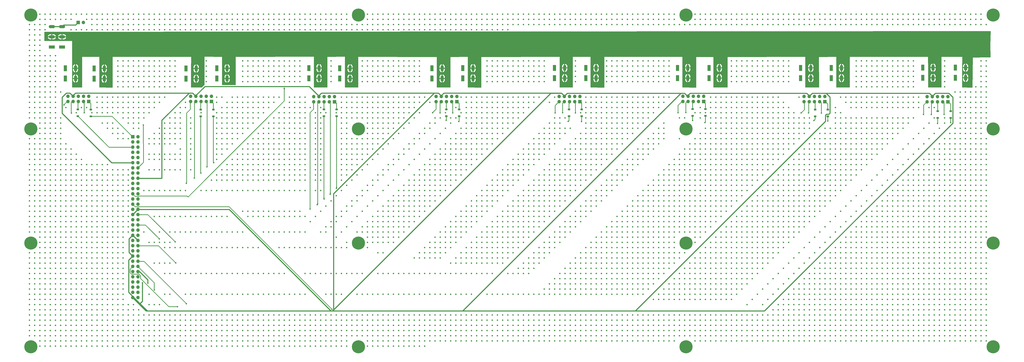
<source format=gbr>
%TF.GenerationSoftware,KiCad,Pcbnew,7.0.8*%
%TF.CreationDate,2023-11-15T12:31:58+01:00*%
%TF.ProjectId,secondary-board-rev1,7365636f-6e64-4617-9279-2d626f617264,rev?*%
%TF.SameCoordinates,Original*%
%TF.FileFunction,Copper,L1,Top*%
%TF.FilePolarity,Positive*%
%FSLAX46Y46*%
G04 Gerber Fmt 4.6, Leading zero omitted, Abs format (unit mm)*
G04 Created by KiCad (PCBNEW 7.0.8) date 2023-11-15 12:31:58*
%MOMM*%
%LPD*%
G01*
G04 APERTURE LIST*
G04 Aperture macros list*
%AMRoundRect*
0 Rectangle with rounded corners*
0 $1 Rounding radius*
0 $2 $3 $4 $5 $6 $7 $8 $9 X,Y pos of 4 corners*
0 Add a 4 corners polygon primitive as box body*
4,1,4,$2,$3,$4,$5,$6,$7,$8,$9,$2,$3,0*
0 Add four circle primitives for the rounded corners*
1,1,$1+$1,$2,$3*
1,1,$1+$1,$4,$5*
1,1,$1+$1,$6,$7*
1,1,$1+$1,$8,$9*
0 Add four rect primitives between the rounded corners*
20,1,$1+$1,$2,$3,$4,$5,0*
20,1,$1+$1,$4,$5,$6,$7,0*
20,1,$1+$1,$6,$7,$8,$9,0*
20,1,$1+$1,$8,$9,$2,$3,0*%
G04 Aperture macros list end*
%TA.AperFunction,ComponentPad*%
%ADD10R,1.500000X3.000000*%
%TD*%
%TA.AperFunction,ComponentPad*%
%ADD11O,1.500000X3.000000*%
%TD*%
%TA.AperFunction,ComponentPad*%
%ADD12C,0.800000*%
%TD*%
%TA.AperFunction,ComponentPad*%
%ADD13C,6.400000*%
%TD*%
%TA.AperFunction,SMDPad,CuDef*%
%ADD14RoundRect,0.225000X0.375000X-0.225000X0.375000X0.225000X-0.375000X0.225000X-0.375000X-0.225000X0*%
%TD*%
%TA.AperFunction,ComponentPad*%
%ADD15R,1.700000X1.700000*%
%TD*%
%TA.AperFunction,ComponentPad*%
%ADD16O,1.700000X1.700000*%
%TD*%
%TA.AperFunction,ComponentPad*%
%ADD17R,3.000000X1.500000*%
%TD*%
%TA.AperFunction,ComponentPad*%
%ADD18O,3.000000X1.500000*%
%TD*%
%TA.AperFunction,ViaPad*%
%ADD19C,0.700000*%
%TD*%
%TA.AperFunction,Conductor*%
%ADD20C,0.349000*%
%TD*%
%TA.AperFunction,Conductor*%
%ADD21C,0.500000*%
%TD*%
G04 APERTURE END LIST*
D10*
%TO.P,J8,1,Pin_1*%
%TO.N,NEUT2*%
X436503710Y-570744801D03*
X436503710Y-575744801D03*
D11*
%TO.P,J8,2,Pin_2*%
%TO.N,LINE2*%
X441503710Y-570744801D03*
X441503710Y-575744801D03*
%TD*%
D12*
%TO.P,H108,1*%
%TO.N,N/C*%
X438226938Y-656544801D03*
X438929882Y-654847745D03*
X438929882Y-658241857D03*
X440626938Y-654144801D03*
D13*
X440626938Y-656544801D03*
D12*
X440626938Y-658944801D03*
X442323994Y-654847745D03*
X442323994Y-658241857D03*
X443026938Y-656544801D03*
%TD*%
D14*
%TO.P,D128,1,K*%
%TO.N,Net-(D128-K)*%
X323573710Y-594368135D03*
%TO.P,D128,2,A*%
%TO.N,CV_OUTPUT_11*%
X323573710Y-591068135D03*
%TD*%
D12*
%TO.P,H108,1*%
%TO.N,N/C*%
X278226938Y-544878135D03*
X278929882Y-543181079D03*
X278929882Y-546575191D03*
X280626938Y-542478135D03*
D13*
X280626938Y-544878135D03*
D12*
X280626938Y-547278135D03*
X282323994Y-543181079D03*
X282323994Y-546575191D03*
X283026938Y-544878135D03*
%TD*%
D14*
%TO.P,D130,1,K*%
%TO.N,Net-(D130-K)*%
X443873710Y-594268135D03*
%TO.P,D130,2,A*%
%TO.N,CV_OUTPUT_13*%
X443873710Y-590968135D03*
%TD*%
D10*
%TO.P,J15,1,Pin_1*%
%TO.N,NEUT2*%
X196353710Y-571044801D03*
X196353710Y-576044801D03*
D11*
%TO.P,J15,2,Pin_2*%
%TO.N,LINE2*%
X201353710Y-571044801D03*
X201353710Y-576044801D03*
%TD*%
D14*
%TO.P,D129,1,K*%
%TO.N,Net-(D129-K)*%
X450073710Y-594268135D03*
%TO.P,D129,2,A*%
%TO.N,GATE_OUTPUT_13*%
X450073710Y-590968135D03*
%TD*%
%TO.P,D118,1,K*%
%TO.N,Net-(D118-K)*%
X263773710Y-594368135D03*
%TO.P,D118,2,A*%
%TO.N,CV_OUTPUT_10*%
X263773710Y-591068135D03*
%TD*%
D15*
%TO.P,J109,1,Pin_1*%
%TO.N,GATE_OUTPUT_8*%
X148873710Y-587218135D03*
D16*
%TO.P,J109,2,Pin_2*%
%TO.N,SECONDARY_GND*%
X148873710Y-584678135D03*
%TO.P,J109,3,Pin_3*%
%TO.N,GATE_8*%
X146333710Y-587218135D03*
%TO.P,J109,4,Pin_4*%
%TO.N,SECONDARY_GND*%
X146333710Y-584678135D03*
%TO.P,J109,5,Pin_5*%
%TO.N,CV_OUTPUT_8*%
X143793710Y-587218135D03*
%TO.P,J109,6,Pin_6*%
%TO.N,SECONDARY_GND*%
X143793710Y-584678135D03*
%TO.P,J109,7,Pin_7*%
%TO.N,RELAYS_8*%
X141253710Y-587218135D03*
%TO.P,J109,8,Pin_8*%
%TO.N,SECONDARY_5VA*%
X141253710Y-584678135D03*
%TO.P,J109,9,Pin_9*%
%TO.N,CV_8*%
X138713710Y-587218135D03*
%TO.P,J109,10,Pin_10*%
%TO.N,SECONDARY_GND*%
X138713710Y-584678135D03*
%TD*%
D10*
%TO.P,J7,1,Pin_1*%
%TO.N,NEUT2*%
X451903710Y-570744801D03*
X451903710Y-575744801D03*
D11*
%TO.P,J7,2,Pin_2*%
%TO.N,LINE2*%
X456903710Y-570744801D03*
X456903710Y-575744801D03*
%TD*%
D10*
%TO.P,J2,1,Pin_1*%
%TO.N,NEUT2*%
X137403710Y-570944801D03*
X137403710Y-575944801D03*
D11*
%TO.P,J2,2,Pin_2*%
%TO.N,LINE2*%
X142403710Y-570944801D03*
X142403710Y-575944801D03*
%TD*%
D12*
%TO.P,H108,1*%
%TO.N,N/C*%
X438226938Y-707378135D03*
X438929882Y-705681079D03*
X438929882Y-709075191D03*
X440626938Y-704978135D03*
D13*
X440626938Y-707378135D03*
D12*
X440626938Y-709778135D03*
X442323994Y-705681079D03*
X442323994Y-709075191D03*
X443026938Y-707378135D03*
%TD*%
%TO.P,H108,1*%
%TO.N,N/C*%
X278226938Y-707378135D03*
X278929882Y-705681079D03*
X278929882Y-709075191D03*
X280626938Y-704978135D03*
D13*
X280626938Y-707378135D03*
D12*
X280626938Y-709778135D03*
X282323994Y-705681079D03*
X282323994Y-709075191D03*
X283026938Y-707378135D03*
%TD*%
D14*
%TO.P,D132,1,K*%
%TO.N,Net-(D132-K)*%
X503673710Y-594468135D03*
%TO.P,D132,2,A*%
%TO.N,CV_OUTPUT_14*%
X503673710Y-591168135D03*
%TD*%
%TO.P,D134,1,K*%
%TO.N,Net-(D134-K)*%
X569873710Y-595268135D03*
%TO.P,D134,2,A*%
%TO.N,GATE_OUTPUT_15*%
X569873710Y-591968135D03*
%TD*%
D12*
%TO.P,H108,1*%
%TO.N,N/C*%
X588226938Y-707378135D03*
X588929882Y-705681079D03*
X588929882Y-709075191D03*
X590626938Y-704978135D03*
D13*
X590626938Y-707378135D03*
D12*
X590626938Y-709778135D03*
X592323994Y-705681079D03*
X592323994Y-709075191D03*
X593026938Y-707378135D03*
%TD*%
%TO.P,H108,1*%
%TO.N,N/C*%
X118226938Y-544878135D03*
X118929882Y-543181079D03*
X118929882Y-546575191D03*
X120626938Y-542478135D03*
D13*
X120626938Y-544878135D03*
D12*
X120626938Y-547278135D03*
X122323994Y-543181079D03*
X122323994Y-546575191D03*
X123026938Y-544878135D03*
%TD*%
D10*
%TO.P,J17,1,Pin_1*%
%TO.N,NEUT2*%
X256353710Y-570844801D03*
X256353710Y-575844801D03*
D11*
%TO.P,J17,2,Pin_2*%
%TO.N,LINE2*%
X261353710Y-570844801D03*
X261353710Y-575844801D03*
%TD*%
D10*
%TO.P,J3,1,Pin_1*%
%TO.N,NEUT2*%
X572203710Y-570644801D03*
X572203710Y-575644801D03*
D11*
%TO.P,J3,2,Pin_2*%
%TO.N,LINE2*%
X577203710Y-570644801D03*
X577203710Y-575644801D03*
%TD*%
D15*
%TO.P,J116,1,Pin_1*%
%TO.N,GATE_OUTPUT_15*%
X568533710Y-587418135D03*
D16*
%TO.P,J116,2,Pin_2*%
%TO.N,SECONDARY_GND*%
X568533710Y-584878135D03*
%TO.P,J116,3,Pin_3*%
%TO.N,GATE_15*%
X565993710Y-587418135D03*
%TO.P,J116,4,Pin_4*%
%TO.N,SECONDARY_GND*%
X565993710Y-584878135D03*
%TO.P,J116,5,Pin_5*%
%TO.N,CV_OUTPUT_15*%
X563453710Y-587418135D03*
%TO.P,J116,6,Pin_6*%
%TO.N,SECONDARY_GND*%
X563453710Y-584878135D03*
%TO.P,J116,7,Pin_7*%
%TO.N,RELAYS_15*%
X560913710Y-587418135D03*
%TO.P,J116,8,Pin_8*%
%TO.N,SECONDARY_5VA*%
X560913710Y-584878135D03*
%TO.P,J116,9,Pin_9*%
%TO.N,CV_15*%
X558373710Y-587418135D03*
%TO.P,J116,10,Pin_10*%
%TO.N,SECONDARY_GND*%
X558373710Y-584878135D03*
%TD*%
D12*
%TO.P,H108,1*%
%TO.N,N/C*%
X118226938Y-600711468D03*
X118929882Y-599014412D03*
X118929882Y-602408524D03*
X120626938Y-598311468D03*
D13*
X120626938Y-600711468D03*
D12*
X120626938Y-603111468D03*
X122323994Y-599014412D03*
X122323994Y-602408524D03*
X123026938Y-600711468D03*
%TD*%
D10*
%TO.P,J11,1,Pin_1*%
%TO.N,NEUT2*%
X376353710Y-570744801D03*
X376353710Y-575744801D03*
D11*
%TO.P,J11,2,Pin_2*%
%TO.N,LINE2*%
X381353710Y-570744801D03*
X381353710Y-575744801D03*
%TD*%
D14*
%TO.P,D122,1,K*%
%TO.N,Net-(D122-K)*%
X383473710Y-594368135D03*
%TO.P,D122,2,A*%
%TO.N,CV_OUTPUT_12*%
X383473710Y-591068135D03*
%TD*%
%TO.P,D133,1,K*%
%TO.N,Net-(D133-K)*%
X203573710Y-594468135D03*
%TO.P,D133,2,A*%
%TO.N,CV_OUTPUT_9*%
X203573710Y-591168135D03*
%TD*%
D15*
%TO.P,J114,1,Pin_1*%
%TO.N,GATE_OUTPUT_13*%
X449263710Y-587208135D03*
D16*
%TO.P,J114,2,Pin_2*%
%TO.N,SECONDARY_GND*%
X449263710Y-584668135D03*
%TO.P,J114,3,Pin_3*%
%TO.N,GATE_13*%
X446723710Y-587208135D03*
%TO.P,J114,4,Pin_4*%
%TO.N,SECONDARY_GND*%
X446723710Y-584668135D03*
%TO.P,J114,5,Pin_5*%
%TO.N,CV_OUTPUT_13*%
X444183710Y-587208135D03*
%TO.P,J114,6,Pin_6*%
%TO.N,SECONDARY_GND*%
X444183710Y-584668135D03*
%TO.P,J114,7,Pin_7*%
%TO.N,RELAYS_13*%
X441643710Y-587208135D03*
%TO.P,J114,8,Pin_8*%
%TO.N,SECONDARY_5VA*%
X441643710Y-584668135D03*
%TO.P,J114,9,Pin_9*%
%TO.N,CV_13*%
X439103710Y-587208135D03*
%TO.P,J114,10,Pin_10*%
%TO.N,SECONDARY_GND*%
X439103710Y-584668135D03*
%TD*%
D14*
%TO.P,D123,1,K*%
%TO.N,Net-(D123-K)*%
X149873710Y-594468135D03*
%TO.P,D123,2,A*%
%TO.N,GATE_OUTPUT_8*%
X149873710Y-591168135D03*
%TD*%
D10*
%TO.P,J9,1,Pin_1*%
%TO.N,NEUT2*%
X391703710Y-570744801D03*
X391703710Y-575744801D03*
D11*
%TO.P,J9,2,Pin_2*%
%TO.N,LINE2*%
X396703710Y-570744801D03*
X396703710Y-575744801D03*
%TD*%
D15*
%TO.P,J112,1,Pin_1*%
%TO.N,GATE_OUTPUT_11*%
X328673710Y-587318135D03*
D16*
%TO.P,J112,2,Pin_2*%
%TO.N,SECONDARY_GND*%
X328673710Y-584778135D03*
%TO.P,J112,3,Pin_3*%
%TO.N,GATE_11*%
X326133710Y-587318135D03*
%TO.P,J112,4,Pin_4*%
%TO.N,SECONDARY_GND*%
X326133710Y-584778135D03*
%TO.P,J112,5,Pin_5*%
%TO.N,CV_OUTPUT_11*%
X323593710Y-587318135D03*
%TO.P,J112,6,Pin_6*%
%TO.N,SECONDARY_GND*%
X323593710Y-584778135D03*
%TO.P,J112,7,Pin_7*%
%TO.N,RELAYS_11*%
X321053710Y-587318135D03*
%TO.P,J112,8,Pin_8*%
%TO.N,SECONDARY_5VA*%
X321053710Y-584778135D03*
%TO.P,J112,9,Pin_9*%
%TO.N,CV_11*%
X318513710Y-587318135D03*
%TO.P,J112,10,Pin_10*%
%TO.N,SECONDARY_GND*%
X318513710Y-584778135D03*
%TD*%
D12*
%TO.P,H108,1*%
%TO.N,N/C*%
X438226938Y-544878135D03*
X438929882Y-543181079D03*
X438929882Y-546575191D03*
X440626938Y-542478135D03*
D13*
X440626938Y-544878135D03*
D12*
X440626938Y-547278135D03*
X442323994Y-543181079D03*
X442323994Y-546575191D03*
X443026938Y-544878135D03*
%TD*%
D10*
%TO.P,J13,1,Pin_1*%
%TO.N,NEUT2*%
X316503710Y-570944801D03*
X316503710Y-575944801D03*
D11*
%TO.P,J13,2,Pin_2*%
%TO.N,LINE2*%
X321503710Y-570944801D03*
X321503710Y-575944801D03*
%TD*%
D14*
%TO.P,D131,1,K*%
%TO.N,Net-(D131-K)*%
X209773710Y-594468135D03*
%TO.P,D131,2,A*%
%TO.N,GATE_OUTPUT_9*%
X209773710Y-591168135D03*
%TD*%
%TO.P,D127,1,K*%
%TO.N,Net-(D127-K)*%
X329773710Y-594368135D03*
%TO.P,D127,2,A*%
%TO.N,GATE_OUTPUT_11*%
X329773710Y-591068135D03*
%TD*%
D12*
%TO.P,H108,1*%
%TO.N,N/C*%
X278226938Y-656544801D03*
X278929882Y-654847745D03*
X278929882Y-658241857D03*
X280626938Y-654144801D03*
D13*
X280626938Y-656544801D03*
D12*
X280626938Y-658944801D03*
X282323994Y-654847745D03*
X282323994Y-658241857D03*
X283026938Y-656544801D03*
%TD*%
%TO.P,H108,1*%
%TO.N,N/C*%
X118226938Y-656544801D03*
X118929882Y-654847745D03*
X118929882Y-658241857D03*
X120626938Y-654144801D03*
D13*
X120626938Y-656544801D03*
D12*
X120626938Y-658944801D03*
X122323994Y-654847745D03*
X122323994Y-658241857D03*
X123026938Y-656544801D03*
%TD*%
D14*
%TO.P,D117,1,K*%
%TO.N,Net-(D117-K)*%
X509873710Y-594468135D03*
%TO.P,D117,2,A*%
%TO.N,GATE_OUTPUT_14*%
X509873710Y-591168135D03*
%TD*%
D10*
%TO.P,J12,1,Pin_1*%
%TO.N,NEUT2*%
X331603710Y-570844801D03*
X331603710Y-575844801D03*
D11*
%TO.P,J12,2,Pin_2*%
%TO.N,LINE2*%
X336603710Y-570844801D03*
X336603710Y-575844801D03*
%TD*%
D12*
%TO.P,H108,1*%
%TO.N,N/C*%
X278226938Y-600711468D03*
X278929882Y-599014412D03*
X278929882Y-602408524D03*
X280626938Y-598311468D03*
D13*
X280626938Y-600711468D03*
D12*
X280626938Y-603111468D03*
X282323994Y-599014412D03*
X282323994Y-602408524D03*
X283026938Y-600711468D03*
%TD*%
%TO.P,H108,1*%
%TO.N,N/C*%
X438226938Y-600711468D03*
X438929882Y-599014412D03*
X438929882Y-602408524D03*
X440626938Y-598311468D03*
D13*
X440626938Y-600711468D03*
D12*
X440626938Y-603111468D03*
X442323994Y-599014412D03*
X442323994Y-602408524D03*
X443026938Y-600711468D03*
%TD*%
D10*
%TO.P,J10,1,Pin_1*%
%TO.N,NEUT2*%
X271503710Y-570944801D03*
X271503710Y-575944801D03*
D11*
%TO.P,J10,2,Pin_2*%
%TO.N,LINE2*%
X276503710Y-570944801D03*
X276503710Y-575944801D03*
%TD*%
D14*
%TO.P,D119,1,K*%
%TO.N,Net-(D119-K)*%
X563573710Y-595268135D03*
%TO.P,D119,2,A*%
%TO.N,CV_OUTPUT_15*%
X563573710Y-591968135D03*
%TD*%
%TO.P,D120,1,K*%
%TO.N,Net-(D120-K)*%
X269973710Y-594368135D03*
%TO.P,D120,2,A*%
%TO.N,GATE_OUTPUT_10*%
X269973710Y-591068135D03*
%TD*%
D12*
%TO.P,H108,1*%
%TO.N,N/C*%
X118226938Y-707378135D03*
X118929882Y-705681079D03*
X118929882Y-709075191D03*
X120626938Y-704978135D03*
D13*
X120626938Y-707378135D03*
D12*
X120626938Y-709778135D03*
X122323994Y-705681079D03*
X122323994Y-709075191D03*
X123026938Y-707378135D03*
%TD*%
D15*
%TO.P,J111,1,Pin_1*%
%TO.N,GATE_OUTPUT_10*%
X268893710Y-587418135D03*
D16*
%TO.P,J111,2,Pin_2*%
%TO.N,SECONDARY_GND*%
X268893710Y-584878135D03*
%TO.P,J111,3,Pin_3*%
%TO.N,GATE_10*%
X266353710Y-587418135D03*
%TO.P,J111,4,Pin_4*%
%TO.N,SECONDARY_GND*%
X266353710Y-584878135D03*
%TO.P,J111,5,Pin_5*%
%TO.N,CV_OUTPUT_10*%
X263813710Y-587418135D03*
%TO.P,J111,6,Pin_6*%
%TO.N,SECONDARY_GND*%
X263813710Y-584878135D03*
%TO.P,J111,7,Pin_7*%
%TO.N,RELAYS_10*%
X261273710Y-587418135D03*
%TO.P,J111,8,Pin_8*%
%TO.N,SECONDARY_5VA*%
X261273710Y-584878135D03*
%TO.P,J111,9,Pin_9*%
%TO.N,CV_10*%
X258733710Y-587418135D03*
%TO.P,J111,10,Pin_10*%
%TO.N,SECONDARY_GND*%
X258733710Y-584878135D03*
%TD*%
D10*
%TO.P,J4,1,Pin_1*%
%TO.N,NEUT2*%
X556303710Y-570644801D03*
X556303710Y-575644801D03*
D11*
%TO.P,J4,2,Pin_2*%
%TO.N,LINE2*%
X561303710Y-570644801D03*
X561303710Y-575644801D03*
%TD*%
D14*
%TO.P,D124,1,K*%
%TO.N,Net-(D124-K)*%
X143573710Y-594368135D03*
%TO.P,D124,2,A*%
%TO.N,CV_OUTPUT_8*%
X143573710Y-591068135D03*
%TD*%
D17*
%TO.P,J203,1,Pin_1*%
%TO.N,NEUT2*%
X130843710Y-560528135D03*
X135843710Y-560528135D03*
D18*
%TO.P,J203,2,Pin_2*%
%TO.N,LINE2*%
X130843710Y-555528135D03*
X135843710Y-555528135D03*
%TO.P,J203,3,Pin_3*%
%TO.N,EARTH-2*%
X130843710Y-550528135D03*
X135843710Y-550528135D03*
%TD*%
D15*
%TO.P,J115,1,Pin_1*%
%TO.N,GATE_OUTPUT_14*%
X508463710Y-587308135D03*
D16*
%TO.P,J115,2,Pin_2*%
%TO.N,SECONDARY_GND*%
X508463710Y-584768135D03*
%TO.P,J115,3,Pin_3*%
%TO.N,GATE_14*%
X505923710Y-587308135D03*
%TO.P,J115,4,Pin_4*%
%TO.N,SECONDARY_GND*%
X505923710Y-584768135D03*
%TO.P,J115,5,Pin_5*%
%TO.N,CV_OUTPUT_14*%
X503383710Y-587308135D03*
%TO.P,J115,6,Pin_6*%
%TO.N,SECONDARY_GND*%
X503383710Y-584768135D03*
%TO.P,J115,7,Pin_7*%
%TO.N,RELAYS_14*%
X500843710Y-587308135D03*
%TO.P,J115,8,Pin_8*%
%TO.N,SECONDARY_5VA*%
X500843710Y-584768135D03*
%TO.P,J115,9,Pin_9*%
%TO.N,CV_14*%
X498303710Y-587308135D03*
%TO.P,J115,10,Pin_10*%
%TO.N,SECONDARY_GND*%
X498303710Y-584768135D03*
%TD*%
D15*
%TO.P,J118,1,Pin_1*%
%TO.N,Net-(D123-K)*%
X170333710Y-604508135D03*
D16*
%TO.P,J118,2,Pin_2*%
%TO.N,Net-(D132-K)*%
X172873710Y-604508135D03*
%TO.P,J118,3,Pin_3*%
%TO.N,RELAYS_14*%
X170333710Y-607048135D03*
%TO.P,J118,4,Pin_4*%
%TO.N,GATE_8*%
X172873710Y-607048135D03*
%TO.P,J118,5,Pin_5*%
%TO.N,Net-(D124-K)*%
X170333710Y-609588135D03*
%TO.P,J118,6,Pin_6*%
%TO.N,SECONDARY_GND*%
X172873710Y-609588135D03*
%TO.P,J118,7,Pin_7*%
%TO.N,CV_14*%
X170333710Y-612128135D03*
%TO.P,J118,8,Pin_8*%
%TO.N,RELAYS_8*%
X172873710Y-612128135D03*
%TO.P,J118,9,Pin_9*%
%TO.N,CV_8*%
X170333710Y-614668135D03*
%TO.P,J118,10,Pin_10*%
%TO.N,SECONDARY_GND*%
X172873710Y-614668135D03*
%TO.P,J118,11,Pin_11*%
%TO.N,SECONDARY_5VA*%
X170333710Y-617208135D03*
%TO.P,J118,12,Pin_12*%
%TO.N,Net-(D131-K)*%
X172873710Y-617208135D03*
%TO.P,J118,13,Pin_13*%
%TO.N,GATE_9*%
X170333710Y-619748135D03*
%TO.P,J118,14,Pin_14*%
%TO.N,Net-(D134-K)*%
X172873710Y-619748135D03*
%TO.P,J118,15,Pin_15*%
%TO.N,SECONDARY_GND*%
X170333710Y-622288135D03*
%TO.P,J118,16,Pin_16*%
%TO.N,Net-(D133-K)*%
X172873710Y-622288135D03*
%TO.P,J118,17,Pin_17*%
%TO.N,RELAYS_9*%
X170333710Y-624828135D03*
%TO.P,J118,18,Pin_18*%
%TO.N,SECONDARY_5VA*%
X172873710Y-624828135D03*
%TO.P,J118,19,Pin_19*%
%TO.N,SECONDARY_GND*%
X170333710Y-627368135D03*
%TO.P,J118,20,Pin_20*%
%TO.N,CV_9*%
X172873710Y-627368135D03*
%TO.P,J118,21,Pin_21*%
%TO.N,Net-(D120-K)*%
X170333710Y-629908135D03*
%TO.P,J118,22,Pin_22*%
%TO.N,SECONDARY_GND*%
X172873710Y-629908135D03*
%TO.P,J118,23,Pin_23*%
%TO.N,GATE_15*%
X170333710Y-632448135D03*
%TO.P,J118,24,Pin_24*%
%TO.N,GATE_10*%
X172873710Y-632448135D03*
%TO.P,J118,25,Pin_25*%
%TO.N,Net-(D118-K)*%
X170333710Y-634988135D03*
%TO.P,J118,26,Pin_26*%
%TO.N,SECONDARY_GND*%
X172873710Y-634988135D03*
%TO.P,J118,27,Pin_27*%
%TO.N,Net-(D119-K)*%
X170333710Y-637528135D03*
%TO.P,J118,28,Pin_28*%
%TO.N,RELAYS_10*%
X172873710Y-637528135D03*
%TO.P,J118,29,Pin_29*%
%TO.N,CV_10*%
X170333710Y-640068135D03*
%TO.P,J118,30,Pin_30*%
%TO.N,SECONDARY_5VA*%
X172873710Y-640068135D03*
%TO.P,J118,31,Pin_31*%
X170333710Y-642608135D03*
%TO.P,J118,32,Pin_32*%
%TO.N,Net-(D127-K)*%
X172873710Y-642608135D03*
%TO.P,J118,33,Pin_33*%
%TO.N,GATE_11*%
X170333710Y-645148135D03*
%TO.P,J118,34,Pin_34*%
%TO.N,SECONDARY_GND*%
X172873710Y-645148135D03*
%TO.P,J118,35,Pin_35*%
X170333710Y-647688135D03*
%TO.P,J118,36,Pin_36*%
%TO.N,Net-(D128-K)*%
X172873710Y-647688135D03*
%TO.P,J118,37,Pin_37*%
%TO.N,RELAYS_11*%
X170333710Y-650228135D03*
%TO.P,J118,38,Pin_38*%
%TO.N,SECONDARY_GND*%
X172873710Y-650228135D03*
%TO.P,J118,39,Pin_39*%
%TO.N,SECONDARY_5VA*%
X170333710Y-652768135D03*
%TO.P,J118,40,Pin_40*%
%TO.N,CV_11*%
X172873710Y-652768135D03*
%TO.P,J118,41,Pin_41*%
%TO.N,Net-(D121-K)*%
X170333710Y-655308135D03*
%TO.P,J118,42,Pin_42*%
%TO.N,SECONDARY_5VA*%
X172873710Y-655308135D03*
%TO.P,J118,43,Pin_43*%
%TO.N,SECONDARY_GND*%
X170333710Y-657848135D03*
%TO.P,J118,44,Pin_44*%
%TO.N,GATE_12*%
X172873710Y-657848135D03*
%TO.P,J118,45,Pin_45*%
%TO.N,Net-(D122-K)*%
X170333710Y-660388135D03*
%TO.P,J118,46,Pin_46*%
%TO.N,SECONDARY_GND*%
X172873710Y-660388135D03*
%TO.P,J118,47,Pin_47*%
%TO.N,SECONDARY_5VA*%
X170333710Y-662928135D03*
%TO.P,J118,48,Pin_48*%
%TO.N,RELAYS_12*%
X172873710Y-662928135D03*
%TO.P,J118,49,Pin_49*%
%TO.N,CV_12*%
X170333710Y-665468135D03*
%TO.P,J118,50,Pin_50*%
%TO.N,CV_15*%
X172873710Y-665468135D03*
%TO.P,J118,51,Pin_51*%
%TO.N,RELAYS_15*%
X170333710Y-668008135D03*
%TO.P,J118,52,Pin_52*%
%TO.N,Net-(D129-K)*%
X172873710Y-668008135D03*
%TO.P,J118,53,Pin_53*%
%TO.N,GATE_13*%
X170333710Y-670548135D03*
%TO.P,J118,54,Pin_54*%
%TO.N,SECONDARY_5VA*%
X172873710Y-670548135D03*
%TO.P,J118,55,Pin_55*%
%TO.N,SECONDARY_GND*%
X170333710Y-673088135D03*
%TO.P,J118,56,Pin_56*%
%TO.N,Net-(D130-K)*%
X172873710Y-673088135D03*
%TO.P,J118,57,Pin_57*%
%TO.N,RELAYS_13*%
X170333710Y-675628135D03*
%TO.P,J118,58,Pin_58*%
%TO.N,SECONDARY_GND*%
X172873710Y-675628135D03*
%TO.P,J118,59,Pin_59*%
X170333710Y-678168135D03*
%TO.P,J118,60,Pin_60*%
%TO.N,CV_13*%
X172873710Y-678168135D03*
%TO.P,J118,61,Pin_61*%
%TO.N,Net-(D117-K)*%
X170333710Y-680708135D03*
%TO.P,J118,62,Pin_62*%
%TO.N,SECONDARY_GND*%
X172873710Y-680708135D03*
%TO.P,J118,63,Pin_63*%
%TO.N,SECONDARY_5VA*%
X170333710Y-683248135D03*
%TO.P,J118,64,Pin_64*%
%TO.N,GATE_14*%
X172873710Y-683248135D03*
%TD*%
D15*
%TO.P,JP202,1,A*%
%TO.N,EARTH-2*%
X143713710Y-548518135D03*
D16*
%TO.P,JP202,2,B*%
%TO.N,SECONDARY_GND*%
X146253710Y-548518135D03*
%TD*%
D10*
%TO.P,J5,1,Pin_1*%
%TO.N,NEUT2*%
X511553710Y-570744801D03*
X511553710Y-575744801D03*
D11*
%TO.P,J5,2,Pin_2*%
%TO.N,LINE2*%
X516553710Y-570744801D03*
X516553710Y-575744801D03*
%TD*%
D12*
%TO.P,H108,1*%
%TO.N,N/C*%
X588226938Y-600711468D03*
X588929882Y-599014412D03*
X588929882Y-602408524D03*
X590626938Y-598311468D03*
D13*
X590626938Y-600711468D03*
D12*
X590626938Y-603111468D03*
X592323994Y-599014412D03*
X592323994Y-602408524D03*
X593026938Y-600711468D03*
%TD*%
D15*
%TO.P,J110,1,Pin_1*%
%TO.N,GATE_OUTPUT_9*%
X208833710Y-587218135D03*
D16*
%TO.P,J110,2,Pin_2*%
%TO.N,SECONDARY_GND*%
X208833710Y-584678135D03*
%TO.P,J110,3,Pin_3*%
%TO.N,GATE_9*%
X206293710Y-587218135D03*
%TO.P,J110,4,Pin_4*%
%TO.N,SECONDARY_GND*%
X206293710Y-584678135D03*
%TO.P,J110,5,Pin_5*%
%TO.N,CV_OUTPUT_9*%
X203753710Y-587218135D03*
%TO.P,J110,6,Pin_6*%
%TO.N,SECONDARY_GND*%
X203753710Y-584678135D03*
%TO.P,J110,7,Pin_7*%
%TO.N,RELAYS_9*%
X201213710Y-587218135D03*
%TO.P,J110,8,Pin_8*%
%TO.N,SECONDARY_5VA*%
X201213710Y-584678135D03*
%TO.P,J110,9,Pin_9*%
%TO.N,CV_9*%
X198673710Y-587218135D03*
%TO.P,J110,10,Pin_10*%
%TO.N,SECONDARY_GND*%
X198673710Y-584678135D03*
%TD*%
D12*
%TO.P,H108,1*%
%TO.N,N/C*%
X588226938Y-544878135D03*
X588929882Y-543181079D03*
X588929882Y-546575191D03*
X590626938Y-542478135D03*
D13*
X590626938Y-544878135D03*
D12*
X590626938Y-547278135D03*
X592323994Y-543181079D03*
X592323994Y-546575191D03*
X593026938Y-544878135D03*
%TD*%
D10*
%TO.P,J16,1,Pin_1*%
%TO.N,NEUT2*%
X211453710Y-570944801D03*
X211453710Y-575944801D03*
D11*
%TO.P,J16,2,Pin_2*%
%TO.N,LINE2*%
X216453710Y-570944801D03*
X216453710Y-575944801D03*
%TD*%
D12*
%TO.P,H108,1*%
%TO.N,N/C*%
X588226938Y-656544801D03*
X588929882Y-654847745D03*
X588929882Y-658241857D03*
X590626938Y-654144801D03*
D13*
X590626938Y-656544801D03*
D12*
X590626938Y-658944801D03*
X592323994Y-654847745D03*
X592323994Y-658241857D03*
X593026938Y-656544801D03*
%TD*%
D14*
%TO.P,D121,1,K*%
%TO.N,Net-(D121-K)*%
X389673710Y-594368135D03*
%TO.P,D121,2,A*%
%TO.N,GATE_OUTPUT_12*%
X389673710Y-591068135D03*
%TD*%
D10*
%TO.P,J14,1,Pin_1*%
%TO.N,NEUT2*%
X151453710Y-571044801D03*
X151453710Y-576044801D03*
D11*
%TO.P,J14,2,Pin_2*%
%TO.N,LINE2*%
X156453710Y-571044801D03*
X156453710Y-576044801D03*
%TD*%
D10*
%TO.P,J6,1,Pin_1*%
%TO.N,NEUT2*%
X496603710Y-570744801D03*
X496603710Y-575744801D03*
D11*
%TO.P,J6,2,Pin_2*%
%TO.N,LINE2*%
X501603710Y-570744801D03*
X501603710Y-575744801D03*
%TD*%
D15*
%TO.P,J113,1,Pin_1*%
%TO.N,GATE_OUTPUT_12*%
X388813710Y-587318135D03*
D16*
%TO.P,J113,2,Pin_2*%
%TO.N,SECONDARY_GND*%
X388813710Y-584778135D03*
%TO.P,J113,3,Pin_3*%
%TO.N,GATE_12*%
X386273710Y-587318135D03*
%TO.P,J113,4,Pin_4*%
%TO.N,SECONDARY_GND*%
X386273710Y-584778135D03*
%TO.P,J113,5,Pin_5*%
%TO.N,CV_OUTPUT_12*%
X383733710Y-587318135D03*
%TO.P,J113,6,Pin_6*%
%TO.N,SECONDARY_GND*%
X383733710Y-584778135D03*
%TO.P,J113,7,Pin_7*%
%TO.N,RELAYS_12*%
X381193710Y-587318135D03*
%TO.P,J113,8,Pin_8*%
%TO.N,SECONDARY_5VA*%
X381193710Y-584778135D03*
%TO.P,J113,9,Pin_9*%
%TO.N,CV_12*%
X378653710Y-587318135D03*
%TO.P,J113,10,Pin_10*%
%TO.N,SECONDARY_GND*%
X378653710Y-584778135D03*
%TD*%
D19*
%TO.N,Net-(D117-K)*%
X509923994Y-596748153D03*
%TO.N,Net-(D118-K)*%
X263863994Y-634996176D03*
%TO.N,Net-(D119-K)*%
X563473994Y-597998153D03*
X267613994Y-688996176D03*
%TO.N,Net-(D120-K)*%
X269863994Y-629746176D03*
%TO.N,Net-(D121-K)*%
X389573994Y-596998153D03*
%TO.N,GATE_8*%
X146673994Y-592748153D03*
%TO.N,RELAYS_8*%
X140423994Y-592848153D03*
%TO.N,CV_8*%
X136743994Y-588886176D03*
%TO.N,GATE_9*%
X206623994Y-619198153D03*
%TO.N,RELAYS_9*%
X200423994Y-624748153D03*
%TO.N,CV_9*%
X196573994Y-627248153D03*
%TO.N,GATE_10*%
X266833850Y-632671620D03*
%TO.N,RELAYS_10*%
X260420239Y-637779911D03*
%TO.N,CV_10*%
X256973994Y-639886176D03*
%TO.N,GATE_11*%
X326673994Y-592798153D03*
%TO.N,RELAYS_11*%
X320473994Y-592798153D03*
%TO.N,CV_11*%
X316823994Y-592748153D03*
%TO.N,GATE_12*%
X386573994Y-592798153D03*
X191373994Y-666248153D03*
%TO.N,RELAYS_12*%
X380323994Y-592698153D03*
%TO.N,CV_12*%
X376673994Y-592798153D03*
%TO.N,RELAYS_13*%
X440573994Y-592648153D03*
%TO.N,CV_13*%
X436723994Y-592698153D03*
%TO.N,GATE_14*%
X506773994Y-592848153D03*
%TO.N,RELAYS_14*%
X500523994Y-592798153D03*
%TO.N,CV_14*%
X496873994Y-592798153D03*
%TO.N,GATE_15*%
X566673994Y-593598153D03*
X244363994Y-580746176D03*
%TO.N,RELAYS_15*%
X192173994Y-687748153D03*
X560423994Y-593598153D03*
%TO.N,CV_15*%
X196573994Y-686248153D03*
X556623994Y-593548153D03*
%TO.N,Net-(D122-K)*%
X383073994Y-596948153D03*
%TO.N,Net-(D127-K)*%
X191123994Y-655998153D03*
X329623994Y-597048153D03*
%TO.N,Net-(D128-K)*%
X183323994Y-654498153D03*
X323423994Y-596448153D03*
%TO.N,Net-(D129-K)*%
X449873994Y-597498153D03*
X180873994Y-679498153D03*
%TO.N,Net-(D130-K)*%
X443873994Y-596498153D03*
%TO.N,Net-(D131-K)*%
X209873994Y-617198153D03*
%TO.N,Net-(D132-K)*%
X503123994Y-596498153D03*
%TO.N,Net-(D133-K)*%
X203623994Y-622248153D03*
%TO.N,Net-(D134-K)*%
X175573994Y-598748153D03*
X569873994Y-597548153D03*
%TO.N,SECONDARY_GND*%
X132610000Y-628270000D03*
X170710000Y-587630000D03*
X569490000Y-625730000D03*
X452650000Y-704470000D03*
X399310000Y-597790000D03*
X351050000Y-681610000D03*
X185950000Y-615570000D03*
X442490000Y-549530000D03*
X544090000Y-689230000D03*
X396770000Y-656210000D03*
X163090000Y-587630000D03*
X300250000Y-671450000D03*
X480590000Y-633350000D03*
X526310000Y-580010000D03*
X147850000Y-656210000D03*
X373910000Y-704470000D03*
X584730000Y-585090000D03*
X561870000Y-651130000D03*
X124990000Y-671450000D03*
X485670000Y-630810000D03*
X218970000Y-704470000D03*
X368830000Y-605410000D03*
X191030000Y-572390000D03*
X577110000Y-600330000D03*
X508530000Y-623190000D03*
X259610000Y-704470000D03*
X442490000Y-640970000D03*
X124990000Y-552070000D03*
X566950000Y-696850000D03*
X561870000Y-630810000D03*
X246910000Y-630810000D03*
X475510000Y-633350000D03*
X582190000Y-620650000D03*
X196110000Y-546990000D03*
X577110000Y-630810000D03*
X579650000Y-653670000D03*
X429790000Y-646050000D03*
X170710000Y-574930000D03*
X566950000Y-689230000D03*
X378990000Y-696850000D03*
X213890000Y-630810000D03*
X320570000Y-699390000D03*
X165630000Y-587630000D03*
X206270000Y-546990000D03*
X348510000Y-544450000D03*
X513610000Y-595250000D03*
X488210000Y-704470000D03*
X503450000Y-628270000D03*
X122450000Y-668910000D03*
X127530000Y-595250000D03*
X267230000Y-567310000D03*
X351050000Y-646050000D03*
X165630000Y-635890000D03*
X244370000Y-681610000D03*
X221510000Y-704470000D03*
X152930000Y-640970000D03*
X498370000Y-689230000D03*
X445030000Y-607950000D03*
X140230000Y-610490000D03*
X432330000Y-661290000D03*
X533930000Y-701930000D03*
X470430000Y-653670000D03*
X561870000Y-701930000D03*
X427250000Y-704470000D03*
X424710000Y-673990000D03*
X508530000Y-638430000D03*
X152930000Y-643510000D03*
X132610000Y-544450000D03*
X442490000Y-610490000D03*
X526310000Y-638430000D03*
X391690000Y-661290000D03*
X221510000Y-671450000D03*
X579650000Y-648590000D03*
X396770000Y-544450000D03*
X257070000Y-704470000D03*
X140230000Y-666370000D03*
X498370000Y-686690000D03*
X533930000Y-666370000D03*
X203730000Y-681610000D03*
X226590000Y-615570000D03*
X124990000Y-585090000D03*
X264690000Y-549530000D03*
X554250000Y-666370000D03*
X427250000Y-658750000D03*
X450110000Y-546990000D03*
X467890000Y-658750000D03*
X574570000Y-656210000D03*
X124990000Y-567310000D03*
X226590000Y-569850000D03*
X551710000Y-658750000D03*
X119910000Y-615570000D03*
X526310000Y-615570000D03*
X457730000Y-668910000D03*
X462810000Y-567310000D03*
X132610000Y-623190000D03*
X513610000Y-694310000D03*
X569490000Y-696850000D03*
X429790000Y-668910000D03*
X584730000Y-610490000D03*
X424710000Y-572390000D03*
X493290000Y-623190000D03*
X241830000Y-704470000D03*
X437410000Y-595250000D03*
X528850000Y-544450000D03*
X130070000Y-699390000D03*
X119910000Y-666370000D03*
X566950000Y-643510000D03*
X226590000Y-658750000D03*
X467890000Y-590170000D03*
X493290000Y-704470000D03*
X569490000Y-544450000D03*
X577110000Y-653670000D03*
X389150000Y-663830000D03*
X239290000Y-567310000D03*
X140230000Y-696850000D03*
X285010000Y-701930000D03*
X127530000Y-564770000D03*
X155470000Y-633350000D03*
X579650000Y-658750000D03*
X312950000Y-552070000D03*
X122450000Y-701930000D03*
X292630000Y-569850000D03*
X483130000Y-704470000D03*
X295170000Y-653670000D03*
X546630000Y-701930000D03*
X249450000Y-600330000D03*
X559330000Y-679070000D03*
X569490000Y-661290000D03*
X163090000Y-646050000D03*
X353590000Y-651130000D03*
X559330000Y-686690000D03*
X579650000Y-585090000D03*
X150390000Y-656210000D03*
X384070000Y-600330000D03*
X371370000Y-640970000D03*
X472970000Y-618110000D03*
X231670000Y-707010000D03*
X587270000Y-653670000D03*
X572030000Y-613030000D03*
X191030000Y-552070000D03*
X584730000Y-597790000D03*
X300250000Y-696850000D03*
X368830000Y-681610000D03*
X472970000Y-651130000D03*
X295170000Y-590170000D03*
X587270000Y-582550000D03*
X384070000Y-673990000D03*
X470430000Y-618110000D03*
X376450000Y-653670000D03*
X254530000Y-592710000D03*
X361210000Y-704470000D03*
X526310000Y-569850000D03*
X277390000Y-607950000D03*
X554250000Y-625730000D03*
X198650000Y-595250000D03*
X587270000Y-592710000D03*
X536470000Y-585090000D03*
X244370000Y-595250000D03*
X516150000Y-628270000D03*
X467890000Y-585090000D03*
X345970000Y-651130000D03*
X439950000Y-673990000D03*
X386610000Y-567310000D03*
X495830000Y-646050000D03*
X353590000Y-694310000D03*
X521230000Y-679070000D03*
X130070000Y-577470000D03*
X572030000Y-689230000D03*
X518690000Y-625730000D03*
X124990000Y-679070000D03*
X290090000Y-625730000D03*
X168170000Y-691770000D03*
X442490000Y-701930000D03*
X478050000Y-638430000D03*
X356130000Y-640970000D03*
X467890000Y-549530000D03*
X246910000Y-569850000D03*
X526310000Y-676530000D03*
X345970000Y-567310000D03*
X546630000Y-696850000D03*
X429790000Y-696850000D03*
X518690000Y-623190000D03*
X234210000Y-623190000D03*
X371370000Y-701930000D03*
X495830000Y-620650000D03*
X140230000Y-679070000D03*
X584730000Y-671450000D03*
X445030000Y-646050000D03*
X569490000Y-620650000D03*
X460270000Y-597790000D03*
X287550000Y-653670000D03*
X279930000Y-635890000D03*
X310410000Y-613030000D03*
X546630000Y-646050000D03*
X130070000Y-691770000D03*
X373910000Y-546990000D03*
X272310000Y-587630000D03*
X386610000Y-613030000D03*
X307870000Y-694310000D03*
X472970000Y-635890000D03*
X429790000Y-699390000D03*
X262150000Y-651130000D03*
X234210000Y-691770000D03*
X363750000Y-638430000D03*
X168170000Y-623190000D03*
X246910000Y-707010000D03*
X516150000Y-661290000D03*
X285010000Y-691770000D03*
X475510000Y-590170000D03*
X409470000Y-656210000D03*
X234210000Y-625730000D03*
X505990000Y-602870000D03*
X409470000Y-549530000D03*
X196110000Y-630810000D03*
X450110000Y-592710000D03*
X358670000Y-668910000D03*
X483130000Y-673990000D03*
X168170000Y-707010000D03*
X160550000Y-600330000D03*
X285010000Y-707010000D03*
X584730000Y-549530000D03*
X239290000Y-691770000D03*
X432330000Y-569850000D03*
X196110000Y-651130000D03*
X147850000Y-686690000D03*
X122450000Y-686690000D03*
X168170000Y-648590000D03*
X394230000Y-694310000D03*
X521230000Y-651130000D03*
X399310000Y-610490000D03*
X305330000Y-635890000D03*
X188490000Y-613030000D03*
X236750000Y-704470000D03*
X254530000Y-699390000D03*
X239290000Y-549530000D03*
X302790000Y-640970000D03*
X178330000Y-620650000D03*
X145310000Y-653670000D03*
X549170000Y-648590000D03*
X203730000Y-630810000D03*
X412010000Y-574930000D03*
X406930000Y-646050000D03*
X142770000Y-620650000D03*
X249450000Y-546990000D03*
X208810000Y-549530000D03*
X544090000Y-704470000D03*
X503450000Y-625730000D03*
X356130000Y-585090000D03*
X462810000Y-549530000D03*
X554250000Y-585090000D03*
X180870000Y-666370000D03*
X460270000Y-610490000D03*
X330730000Y-699390000D03*
X318030000Y-630810000D03*
X135150000Y-651130000D03*
X351050000Y-595250000D03*
X572030000Y-633350000D03*
X500910000Y-679070000D03*
X384070000Y-651130000D03*
X165630000Y-574930000D03*
X523770000Y-704470000D03*
X412010000Y-651130000D03*
X285010000Y-648590000D03*
X191030000Y-630810000D03*
X470430000Y-628270000D03*
X556790000Y-651130000D03*
X495830000Y-595250000D03*
X290090000Y-681610000D03*
X541550000Y-671450000D03*
X493290000Y-684150000D03*
X211350000Y-544450000D03*
X498370000Y-595250000D03*
X300250000Y-549530000D03*
X462810000Y-635890000D03*
X363750000Y-643510000D03*
X427250000Y-673990000D03*
X173250000Y-544450000D03*
X173250000Y-707010000D03*
X211350000Y-587630000D03*
X528850000Y-613030000D03*
X287550000Y-572390000D03*
X564410000Y-549530000D03*
X445030000Y-592710000D03*
X478050000Y-694310000D03*
X130070000Y-582550000D03*
X414550000Y-666370000D03*
X371370000Y-630810000D03*
X450110000Y-658750000D03*
X546630000Y-595250000D03*
X259610000Y-607950000D03*
X297710000Y-701930000D03*
X450110000Y-694310000D03*
X566950000Y-666370000D03*
X180870000Y-580010000D03*
X251990000Y-643510000D03*
X470430000Y-646050000D03*
X285010000Y-572390000D03*
X226590000Y-574930000D03*
X173250000Y-689230000D03*
X457730000Y-590170000D03*
X226590000Y-546990000D03*
X163090000Y-600330000D03*
X119910000Y-595250000D03*
X201190000Y-651130000D03*
X447570000Y-590170000D03*
X582190000Y-590170000D03*
X163090000Y-661290000D03*
X130070000Y-574930000D03*
X119910000Y-569850000D03*
X465350000Y-590170000D03*
X277390000Y-595250000D03*
X564410000Y-635890000D03*
X462810000Y-607950000D03*
X513610000Y-607950000D03*
X417090000Y-618110000D03*
X386610000Y-666370000D03*
X389150000Y-666370000D03*
X406930000Y-592710000D03*
X124990000Y-620650000D03*
X218970000Y-699390000D03*
X244370000Y-552070000D03*
X434870000Y-653670000D03*
X450110000Y-635890000D03*
X361210000Y-623190000D03*
X475510000Y-544450000D03*
X412010000Y-615570000D03*
X234210000Y-569850000D03*
X142770000Y-592710000D03*
X556790000Y-694310000D03*
X419630000Y-595250000D03*
X241830000Y-630810000D03*
X292630000Y-653670000D03*
X226590000Y-610490000D03*
X358670000Y-585090000D03*
X432330000Y-633350000D03*
X191030000Y-671450000D03*
X132610000Y-658750000D03*
X218970000Y-605410000D03*
X353590000Y-546990000D03*
X226590000Y-544450000D03*
X445030000Y-549530000D03*
X389150000Y-605410000D03*
X305330000Y-681610000D03*
X523770000Y-587630000D03*
X175790000Y-546990000D03*
X559330000Y-628270000D03*
X251990000Y-549530000D03*
X140230000Y-630810000D03*
X465350000Y-623190000D03*
X541550000Y-653670000D03*
X437410000Y-638430000D03*
X460270000Y-623190000D03*
X323110000Y-694310000D03*
X287550000Y-646050000D03*
X533930000Y-643510000D03*
X155470000Y-658750000D03*
X414550000Y-673990000D03*
X511070000Y-679070000D03*
X467890000Y-615570000D03*
X394230000Y-615570000D03*
X574570000Y-638430000D03*
X500910000Y-600330000D03*
X224050000Y-592710000D03*
X127530000Y-580010000D03*
X340890000Y-658750000D03*
X302790000Y-544450000D03*
X414550000Y-653670000D03*
X262150000Y-592710000D03*
X544090000Y-635890000D03*
X267230000Y-694310000D03*
X165630000Y-666370000D03*
X282470000Y-615570000D03*
X183410000Y-580010000D03*
X544090000Y-595250000D03*
X196110000Y-707010000D03*
X378990000Y-671450000D03*
X251990000Y-615570000D03*
X340890000Y-691770000D03*
X345970000Y-671450000D03*
X470430000Y-607950000D03*
X282470000Y-587630000D03*
X277390000Y-618110000D03*
X376450000Y-658750000D03*
X569490000Y-633350000D03*
X160550000Y-679070000D03*
X312950000Y-658750000D03*
X295170000Y-587630000D03*
X140230000Y-694310000D03*
X279930000Y-671450000D03*
X432330000Y-694310000D03*
X224050000Y-620650000D03*
X574570000Y-689230000D03*
X348510000Y-653670000D03*
X462810000Y-610490000D03*
X147850000Y-552070000D03*
X419630000Y-640970000D03*
X315490000Y-552070000D03*
X579650000Y-696850000D03*
X371370000Y-600330000D03*
X366290000Y-635890000D03*
X478050000Y-620650000D03*
X569490000Y-653670000D03*
X381530000Y-653670000D03*
X315490000Y-620650000D03*
X150390000Y-676530000D03*
X366290000Y-638430000D03*
X160550000Y-691770000D03*
X351050000Y-663830000D03*
X478050000Y-701930000D03*
X419630000Y-572390000D03*
X551710000Y-569850000D03*
X152930000Y-546990000D03*
X475510000Y-666370000D03*
X145310000Y-666370000D03*
X155470000Y-648590000D03*
X216430000Y-544450000D03*
X531390000Y-699390000D03*
X180870000Y-699390000D03*
X523770000Y-549530000D03*
X373910000Y-602870000D03*
X348510000Y-592710000D03*
X328190000Y-605410000D03*
X160550000Y-686690000D03*
X130070000Y-610490000D03*
X165630000Y-643510000D03*
X193570000Y-595250000D03*
X518690000Y-587630000D03*
X396770000Y-633350000D03*
X267230000Y-577470000D03*
X429790000Y-585090000D03*
X437410000Y-628270000D03*
X434870000Y-648590000D03*
X544090000Y-686690000D03*
X211350000Y-696850000D03*
X175790000Y-592710000D03*
X505990000Y-673990000D03*
X368830000Y-567310000D03*
X450110000Y-691770000D03*
X569490000Y-618110000D03*
X135150000Y-618110000D03*
X152930000Y-661290000D03*
X417090000Y-546990000D03*
X345970000Y-666370000D03*
X536470000Y-691770000D03*
X152930000Y-658750000D03*
X246910000Y-620650000D03*
X135150000Y-663830000D03*
X188490000Y-643510000D03*
X488210000Y-646050000D03*
X579650000Y-623190000D03*
X521230000Y-653670000D03*
X452650000Y-633350000D03*
X511070000Y-668910000D03*
X498370000Y-610490000D03*
X406930000Y-569850000D03*
X566950000Y-648590000D03*
X292630000Y-694310000D03*
X183410000Y-549530000D03*
X445030000Y-544450000D03*
X312950000Y-610490000D03*
X241830000Y-600330000D03*
X178330000Y-587630000D03*
X183410000Y-613030000D03*
X554250000Y-630810000D03*
X549170000Y-643510000D03*
X493290000Y-663830000D03*
X216430000Y-658750000D03*
X307870000Y-628270000D03*
X163090000Y-673990000D03*
X549170000Y-585090000D03*
X287550000Y-574930000D03*
X462810000Y-663830000D03*
X508530000Y-618110000D03*
X498370000Y-648590000D03*
X333270000Y-704470000D03*
X577110000Y-595250000D03*
X554250000Y-658750000D03*
X259610000Y-630810000D03*
X351050000Y-597790000D03*
X569490000Y-623190000D03*
X348510000Y-704470000D03*
X371370000Y-635890000D03*
X462810000Y-587630000D03*
X470430000Y-595250000D03*
X546630000Y-691770000D03*
X376450000Y-696850000D03*
X528850000Y-648590000D03*
X368830000Y-663830000D03*
X201190000Y-643510000D03*
X163090000Y-633350000D03*
X399310000Y-666370000D03*
X544090000Y-681610000D03*
X193570000Y-707010000D03*
X437410000Y-684150000D03*
X455190000Y-595250000D03*
X175790000Y-696850000D03*
X305330000Y-628270000D03*
X495830000Y-625730000D03*
X158010000Y-679070000D03*
X150390000Y-648590000D03*
X549170000Y-567310000D03*
X475510000Y-549530000D03*
X251990000Y-600330000D03*
X345970000Y-648590000D03*
X518690000Y-691770000D03*
X292630000Y-643510000D03*
X158010000Y-701930000D03*
X414550000Y-676530000D03*
X325650000Y-666370000D03*
X460270000Y-549530000D03*
X452650000Y-656210000D03*
X231670000Y-640970000D03*
X472970000Y-628270000D03*
X457730000Y-615570000D03*
X323110000Y-630810000D03*
X378990000Y-602870000D03*
X119910000Y-585090000D03*
X462810000Y-694310000D03*
X269770000Y-546990000D03*
X193570000Y-544450000D03*
X234210000Y-640970000D03*
X150390000Y-630810000D03*
X338350000Y-592710000D03*
X224050000Y-549530000D03*
X559330000Y-694310000D03*
X577110000Y-673990000D03*
X185950000Y-707010000D03*
X559330000Y-663830000D03*
X409470000Y-699390000D03*
X414550000Y-602870000D03*
X292630000Y-623190000D03*
X140230000Y-613030000D03*
X401850000Y-633350000D03*
X389150000Y-661290000D03*
X178330000Y-607950000D03*
X231670000Y-704470000D03*
X229130000Y-640970000D03*
X193570000Y-691770000D03*
X559330000Y-653670000D03*
X361210000Y-613030000D03*
X564410000Y-615570000D03*
X353590000Y-643510000D03*
X472970000Y-640970000D03*
X579650000Y-607950000D03*
X472970000Y-595250000D03*
X523770000Y-605410000D03*
X119910000Y-686690000D03*
X257070000Y-549530000D03*
X130070000Y-592710000D03*
X412010000Y-567310000D03*
X561870000Y-656210000D03*
X503450000Y-699390000D03*
X478050000Y-544450000D03*
X135150000Y-610490000D03*
X300250000Y-635890000D03*
X203730000Y-549530000D03*
X460270000Y-620650000D03*
X188490000Y-600330000D03*
X401850000Y-668910000D03*
X343430000Y-602870000D03*
X285010000Y-610490000D03*
X249450000Y-585090000D03*
X417090000Y-572390000D03*
X351050000Y-587630000D03*
X122450000Y-574930000D03*
X500910000Y-684150000D03*
X152930000Y-676530000D03*
X572030000Y-628270000D03*
X498370000Y-625730000D03*
X526310000Y-704470000D03*
X338350000Y-646050000D03*
X119910000Y-694310000D03*
X414550000Y-613030000D03*
X511070000Y-635890000D03*
X536470000Y-666370000D03*
X536470000Y-620650000D03*
X516150000Y-585090000D03*
X480590000Y-607950000D03*
X447570000Y-544450000D03*
X163090000Y-679070000D03*
X287550000Y-567310000D03*
X378990000Y-638430000D03*
X574570000Y-694310000D03*
X348510000Y-587630000D03*
X150390000Y-679070000D03*
X427250000Y-590170000D03*
X345970000Y-595250000D03*
X188490000Y-549530000D03*
X483130000Y-567310000D03*
X373910000Y-623190000D03*
X267230000Y-704470000D03*
X574570000Y-635890000D03*
X582190000Y-585090000D03*
X363750000Y-610490000D03*
X399310000Y-549530000D03*
X249450000Y-590170000D03*
X381530000Y-615570000D03*
X356130000Y-597790000D03*
X224050000Y-615570000D03*
X295170000Y-648590000D03*
X480590000Y-610490000D03*
X465350000Y-633350000D03*
X277390000Y-696850000D03*
X544090000Y-656210000D03*
X528850000Y-602870000D03*
X391690000Y-679070000D03*
X307870000Y-681610000D03*
X282470000Y-605410000D03*
X122450000Y-549530000D03*
X124990000Y-572390000D03*
X460270000Y-628270000D03*
X521230000Y-684150000D03*
X310410000Y-681610000D03*
X414550000Y-544450000D03*
X462810000Y-623190000D03*
X152930000Y-663830000D03*
X439950000Y-684150000D03*
X267230000Y-696850000D03*
X163090000Y-635890000D03*
X399310000Y-602870000D03*
X236750000Y-544450000D03*
X531390000Y-696850000D03*
X521230000Y-681610000D03*
X577110000Y-679070000D03*
X315490000Y-625730000D03*
X175790000Y-707010000D03*
X246910000Y-691770000D03*
X307870000Y-701930000D03*
X483130000Y-577470000D03*
X587270000Y-684150000D03*
X551710000Y-671450000D03*
X208810000Y-544450000D03*
X462810000Y-638430000D03*
X285010000Y-607950000D03*
X124990000Y-684150000D03*
X366290000Y-694310000D03*
X338350000Y-663830000D03*
X226590000Y-587630000D03*
X467890000Y-567310000D03*
X508530000Y-694310000D03*
X124990000Y-595250000D03*
X574570000Y-625730000D03*
X269770000Y-646050000D03*
X363750000Y-696850000D03*
X495830000Y-651130000D03*
X163090000Y-691770000D03*
X282470000Y-620650000D03*
X587270000Y-666370000D03*
X315490000Y-656210000D03*
X500910000Y-544450000D03*
X285010000Y-656210000D03*
X165630000Y-653670000D03*
X574570000Y-648590000D03*
X521230000Y-696850000D03*
X544090000Y-653670000D03*
X412010000Y-597790000D03*
X508530000Y-615570000D03*
X127530000Y-600330000D03*
X267230000Y-701930000D03*
X483130000Y-663830000D03*
X452650000Y-640970000D03*
X452650000Y-618110000D03*
X483130000Y-701930000D03*
X399310000Y-595250000D03*
X584730000Y-569850000D03*
X523770000Y-696850000D03*
X452650000Y-607950000D03*
X358670000Y-577470000D03*
X376450000Y-704470000D03*
X437410000Y-648590000D03*
X399310000Y-635890000D03*
X442490000Y-671450000D03*
X361210000Y-638430000D03*
X561870000Y-643510000D03*
X422170000Y-638430000D03*
X147850000Y-694310000D03*
X378990000Y-653670000D03*
X124990000Y-640970000D03*
X442490000Y-666370000D03*
X226590000Y-618110000D03*
X539010000Y-577470000D03*
X528850000Y-618110000D03*
X343430000Y-595250000D03*
X287550000Y-699390000D03*
X158010000Y-684150000D03*
X465350000Y-546990000D03*
X147850000Y-651130000D03*
X318030000Y-663830000D03*
X287550000Y-552070000D03*
X363750000Y-585090000D03*
X511070000Y-602870000D03*
X168170000Y-580010000D03*
X577110000Y-633350000D03*
X168170000Y-646050000D03*
X216430000Y-549530000D03*
X287550000Y-681610000D03*
X246910000Y-577470000D03*
X264690000Y-681610000D03*
X500910000Y-673990000D03*
X439950000Y-679070000D03*
X577110000Y-607950000D03*
X361210000Y-648590000D03*
X587270000Y-569850000D03*
X246910000Y-701930000D03*
X198650000Y-681610000D03*
X480590000Y-549530000D03*
X582190000Y-671450000D03*
X351050000Y-569850000D03*
X467890000Y-577470000D03*
X460270000Y-638430000D03*
X523770000Y-620650000D03*
X572030000Y-582550000D03*
X429790000Y-628270000D03*
X399310000Y-676530000D03*
X478050000Y-704470000D03*
X485670000Y-623190000D03*
X544090000Y-640970000D03*
X165630000Y-567310000D03*
X462810000Y-613030000D03*
X140230000Y-620650000D03*
X300250000Y-572390000D03*
X246910000Y-595250000D03*
X124990000Y-623190000D03*
X472970000Y-638430000D03*
X124990000Y-618110000D03*
X320570000Y-681610000D03*
X244370000Y-651130000D03*
X582190000Y-623190000D03*
X150390000Y-689230000D03*
X455190000Y-668910000D03*
X429790000Y-620650000D03*
X297710000Y-653670000D03*
X272310000Y-546990000D03*
X323110000Y-552070000D03*
X470430000Y-691770000D03*
X488210000Y-607950000D03*
X239290000Y-707010000D03*
X399310000Y-663830000D03*
X343430000Y-699390000D03*
X307870000Y-546990000D03*
X536470000Y-574930000D03*
X257070000Y-646050000D03*
X483130000Y-544450000D03*
X500910000Y-635890000D03*
X343430000Y-569850000D03*
X528850000Y-546990000D03*
X295170000Y-592710000D03*
X414550000Y-574930000D03*
X569490000Y-643510000D03*
X246910000Y-546990000D03*
X335810000Y-607950000D03*
X381530000Y-646050000D03*
X381530000Y-613030000D03*
X414550000Y-651130000D03*
X249450000Y-613030000D03*
X389150000Y-681610000D03*
X318030000Y-595250000D03*
X158010000Y-643510000D03*
X414550000Y-618110000D03*
X587270000Y-694310000D03*
X404390000Y-694310000D03*
X163090000Y-569850000D03*
X528850000Y-673990000D03*
X155470000Y-656210000D03*
X566950000Y-694310000D03*
X414550000Y-597790000D03*
X564410000Y-610490000D03*
X119910000Y-587630000D03*
X315490000Y-600330000D03*
X287550000Y-592710000D03*
X338350000Y-633350000D03*
X310410000Y-640970000D03*
X305330000Y-699390000D03*
X168170000Y-651130000D03*
X343430000Y-610490000D03*
X493290000Y-646050000D03*
X434870000Y-615570000D03*
X163090000Y-701930000D03*
X180870000Y-707010000D03*
X135150000Y-646050000D03*
X363750000Y-681610000D03*
X239290000Y-694310000D03*
X564410000Y-694310000D03*
X531390000Y-633350000D03*
X193570000Y-602870000D03*
X206270000Y-694310000D03*
X569490000Y-635890000D03*
X366290000Y-696850000D03*
X541550000Y-572390000D03*
X561870000Y-638430000D03*
X564410000Y-628270000D03*
X155470000Y-696850000D03*
X234210000Y-671450000D03*
X437410000Y-679070000D03*
X544090000Y-549530000D03*
X427250000Y-671450000D03*
X264690000Y-701930000D03*
X264690000Y-704470000D03*
X290090000Y-546990000D03*
X412010000Y-577470000D03*
X343430000Y-694310000D03*
X561870000Y-546990000D03*
X127530000Y-643510000D03*
X559330000Y-620650000D03*
X272310000Y-585090000D03*
X328190000Y-602870000D03*
X462810000Y-661290000D03*
X262150000Y-600330000D03*
X259610000Y-600330000D03*
X272310000Y-544450000D03*
X254530000Y-587630000D03*
X541550000Y-623190000D03*
X475510000Y-585090000D03*
X277390000Y-635890000D03*
X587270000Y-605410000D03*
X582190000Y-701930000D03*
X536470000Y-689230000D03*
X135150000Y-671450000D03*
X208810000Y-699390000D03*
X231670000Y-590170000D03*
X378990000Y-699390000D03*
X396770000Y-638430000D03*
X307870000Y-572390000D03*
X401850000Y-602870000D03*
X417090000Y-590170000D03*
X305330000Y-549530000D03*
X434870000Y-656210000D03*
X150390000Y-668910000D03*
X160550000Y-630810000D03*
X140230000Y-691770000D03*
X330730000Y-615570000D03*
X297710000Y-699390000D03*
X579650000Y-587630000D03*
X384070000Y-646050000D03*
X173250000Y-590170000D03*
X406930000Y-653670000D03*
X122450000Y-605410000D03*
X531390000Y-615570000D03*
X188490000Y-597790000D03*
X353590000Y-630810000D03*
X475510000Y-625730000D03*
X500910000Y-595250000D03*
X541550000Y-696850000D03*
X168170000Y-574930000D03*
X531390000Y-569850000D03*
X480590000Y-635890000D03*
X450110000Y-615570000D03*
X572030000Y-600330000D03*
X119910000Y-580010000D03*
X196110000Y-704470000D03*
X246910000Y-704470000D03*
X503450000Y-643510000D03*
X536470000Y-646050000D03*
X475510000Y-597790000D03*
X246910000Y-567310000D03*
X582190000Y-549530000D03*
X462810000Y-696850000D03*
X561870000Y-686690000D03*
X424710000Y-577470000D03*
X290090000Y-707010000D03*
X442490000Y-620650000D03*
X401850000Y-699390000D03*
X307870000Y-699390000D03*
X549170000Y-666370000D03*
X376450000Y-600330000D03*
X478050000Y-679070000D03*
X178330000Y-691770000D03*
X282470000Y-694310000D03*
X452650000Y-600330000D03*
X561870000Y-699390000D03*
X234210000Y-607950000D03*
X539010000Y-587630000D03*
X185950000Y-546990000D03*
X447570000Y-668910000D03*
X432330000Y-643510000D03*
X340890000Y-635890000D03*
X505990000Y-630810000D03*
X422170000Y-704470000D03*
X142770000Y-671450000D03*
X163090000Y-666370000D03*
X536470000Y-567310000D03*
X345970000Y-704470000D03*
X422170000Y-663830000D03*
X381530000Y-701930000D03*
X163090000Y-590170000D03*
X437410000Y-663830000D03*
X546630000Y-549530000D03*
X422170000Y-633350000D03*
X236750000Y-552070000D03*
X541550000Y-567310000D03*
X218970000Y-658750000D03*
X262150000Y-694310000D03*
X577110000Y-610490000D03*
X307870000Y-587630000D03*
X533930000Y-569850000D03*
X528850000Y-671450000D03*
X452650000Y-663830000D03*
X470430000Y-592710000D03*
X417090000Y-613030000D03*
X429790000Y-671450000D03*
X145310000Y-679070000D03*
X208810000Y-546990000D03*
X536470000Y-610490000D03*
X582190000Y-582550000D03*
X244370000Y-643510000D03*
X384070000Y-615570000D03*
X559330000Y-661290000D03*
X325650000Y-607950000D03*
X564410000Y-699390000D03*
X175790000Y-595250000D03*
X363750000Y-668910000D03*
X165630000Y-671450000D03*
X320570000Y-610490000D03*
X536470000Y-673990000D03*
X376450000Y-699390000D03*
X236750000Y-597790000D03*
X175790000Y-549530000D03*
X472970000Y-597790000D03*
X566950000Y-574930000D03*
X218970000Y-546990000D03*
X539010000Y-676530000D03*
X493290000Y-600330000D03*
X297710000Y-704470000D03*
X127530000Y-635890000D03*
X536470000Y-686690000D03*
X363750000Y-633350000D03*
X152930000Y-704470000D03*
X546630000Y-651130000D03*
X409470000Y-620650000D03*
X333270000Y-663830000D03*
X244370000Y-544450000D03*
X546630000Y-684150000D03*
X333270000Y-648590000D03*
X361210000Y-592710000D03*
X488210000Y-686690000D03*
X160550000Y-640970000D03*
X437410000Y-643510000D03*
X333270000Y-643510000D03*
X137690000Y-638430000D03*
X434870000Y-704470000D03*
X572030000Y-643510000D03*
X300250000Y-633350000D03*
X582190000Y-597790000D03*
X500910000Y-671450000D03*
X582190000Y-663830000D03*
X450110000Y-628270000D03*
X406930000Y-590170000D03*
X427250000Y-625730000D03*
X551710000Y-686690000D03*
X145310000Y-651130000D03*
X386610000Y-625730000D03*
X330730000Y-552070000D03*
X262150000Y-590170000D03*
X386610000Y-671450000D03*
X460270000Y-691770000D03*
X155470000Y-643510000D03*
X124990000Y-607950000D03*
X206270000Y-643510000D03*
X353590000Y-590170000D03*
X279930000Y-590170000D03*
X185950000Y-607950000D03*
X523770000Y-580010000D03*
X333270000Y-651130000D03*
X480590000Y-569850000D03*
X536470000Y-572390000D03*
X300250000Y-574930000D03*
X478050000Y-613030000D03*
X361210000Y-574930000D03*
X546630000Y-699390000D03*
X119910000Y-582550000D03*
X348510000Y-602870000D03*
X234210000Y-587630000D03*
X521230000Y-602870000D03*
X175790000Y-552070000D03*
X137690000Y-613030000D03*
X290090000Y-623190000D03*
X544090000Y-673990000D03*
X287550000Y-696850000D03*
X183410000Y-577470000D03*
X353590000Y-646050000D03*
X450110000Y-640970000D03*
X472970000Y-673990000D03*
X191030000Y-696850000D03*
X150390000Y-684150000D03*
X170710000Y-694310000D03*
X549170000Y-651130000D03*
X518690000Y-673990000D03*
X404390000Y-656210000D03*
X236750000Y-625730000D03*
X282470000Y-592710000D03*
X439950000Y-699390000D03*
X523770000Y-569850000D03*
X549170000Y-663830000D03*
X193570000Y-552070000D03*
X490750000Y-572390000D03*
X516150000Y-600330000D03*
X424710000Y-653670000D03*
X168170000Y-592710000D03*
X531390000Y-646050000D03*
X366290000Y-704470000D03*
X465350000Y-666370000D03*
X467890000Y-620650000D03*
X493290000Y-648590000D03*
X132610000Y-564770000D03*
X262150000Y-544450000D03*
X556790000Y-600330000D03*
X180870000Y-694310000D03*
X226590000Y-630810000D03*
X579650000Y-640970000D03*
X564410000Y-691770000D03*
X434870000Y-646050000D03*
X546630000Y-640970000D03*
X582190000Y-699390000D03*
X488210000Y-668910000D03*
X546630000Y-671450000D03*
X541550000Y-602870000D03*
X140230000Y-684150000D03*
X584730000Y-691770000D03*
X457730000Y-625730000D03*
X516150000Y-704470000D03*
X556790000Y-618110000D03*
X521230000Y-544450000D03*
X544090000Y-661290000D03*
X412010000Y-595250000D03*
X513610000Y-661290000D03*
X511070000Y-605410000D03*
X546630000Y-643510000D03*
X376450000Y-595250000D03*
X259610000Y-552070000D03*
X531390000Y-572390000D03*
X241830000Y-577470000D03*
X345970000Y-630810000D03*
X442490000Y-696850000D03*
X445030000Y-546990000D03*
X254530000Y-605410000D03*
X394230000Y-699390000D03*
X318030000Y-671450000D03*
X318030000Y-544450000D03*
X152930000Y-666370000D03*
X455190000Y-661290000D03*
X584730000Y-600330000D03*
X488210000Y-574930000D03*
X551710000Y-696850000D03*
X391690000Y-676530000D03*
X274850000Y-671450000D03*
X391690000Y-544450000D03*
X546630000Y-663830000D03*
X429790000Y-597790000D03*
X246910000Y-585090000D03*
X325650000Y-628270000D03*
X183410000Y-546990000D03*
X536470000Y-648590000D03*
X211350000Y-600330000D03*
X351050000Y-623190000D03*
X551710000Y-628270000D03*
X493290000Y-620650000D03*
X516150000Y-656210000D03*
X257070000Y-699390000D03*
X254530000Y-671450000D03*
X434870000Y-699390000D03*
X137690000Y-633350000D03*
X569490000Y-630810000D03*
X366290000Y-618110000D03*
X224050000Y-618110000D03*
X561870000Y-544450000D03*
X274850000Y-615570000D03*
X544090000Y-587630000D03*
X516150000Y-686690000D03*
X198650000Y-544450000D03*
X539010000Y-590170000D03*
X180870000Y-696850000D03*
X513610000Y-643510000D03*
X124990000Y-673990000D03*
X490750000Y-577470000D03*
X198650000Y-701930000D03*
X539010000Y-597790000D03*
X244370000Y-704470000D03*
X290090000Y-585090000D03*
X130070000Y-694310000D03*
X282470000Y-552070000D03*
X142770000Y-696850000D03*
X523770000Y-613030000D03*
X351050000Y-567310000D03*
X335810000Y-681610000D03*
X551710000Y-651130000D03*
X518690000Y-607950000D03*
X503450000Y-623190000D03*
X455190000Y-587630000D03*
X566950000Y-653670000D03*
X180870000Y-552070000D03*
X401850000Y-694310000D03*
X310410000Y-623190000D03*
X391690000Y-620650000D03*
X391690000Y-546990000D03*
X574570000Y-595250000D03*
X285010000Y-630810000D03*
X297710000Y-615570000D03*
X569490000Y-651130000D03*
X213890000Y-592710000D03*
X587270000Y-643510000D03*
X163090000Y-567310000D03*
X124990000Y-600330000D03*
X160550000Y-633350000D03*
X470430000Y-597790000D03*
X450110000Y-704470000D03*
X488210000Y-640970000D03*
X505990000Y-684150000D03*
X511070000Y-546990000D03*
X132610000Y-668910000D03*
X315490000Y-546990000D03*
X404390000Y-587630000D03*
X381530000Y-691770000D03*
X145310000Y-696850000D03*
X310410000Y-638430000D03*
X587270000Y-689230000D03*
X122450000Y-572390000D03*
X404390000Y-595250000D03*
X465350000Y-673990000D03*
X193570000Y-592710000D03*
X577110000Y-592710000D03*
X572030000Y-610490000D03*
X295170000Y-595250000D03*
X229130000Y-552070000D03*
X381530000Y-620650000D03*
X188490000Y-567310000D03*
X521230000Y-597790000D03*
X536470000Y-653670000D03*
X272310000Y-607950000D03*
X394230000Y-668910000D03*
X262150000Y-595250000D03*
X211350000Y-607950000D03*
X150390000Y-628270000D03*
X462810000Y-628270000D03*
X577110000Y-613030000D03*
X213890000Y-602870000D03*
X409470000Y-691770000D03*
X480590000Y-648590000D03*
X478050000Y-623190000D03*
X483130000Y-630810000D03*
X414550000Y-704470000D03*
X236750000Y-546990000D03*
X193570000Y-699390000D03*
X386610000Y-574930000D03*
X429790000Y-684150000D03*
X137690000Y-684150000D03*
X140230000Y-701930000D03*
X480590000Y-574930000D03*
X394230000Y-544450000D03*
X572030000Y-630810000D03*
X389150000Y-694310000D03*
X239290000Y-640970000D03*
X536470000Y-590170000D03*
X457730000Y-691770000D03*
X457730000Y-635890000D03*
X285010000Y-618110000D03*
X488210000Y-638430000D03*
X516150000Y-684150000D03*
X140230000Y-618110000D03*
X536470000Y-580010000D03*
X447570000Y-704470000D03*
X373910000Y-640970000D03*
X340890000Y-704470000D03*
X320570000Y-595250000D03*
X584730000Y-602870000D03*
X551710000Y-694310000D03*
X559330000Y-590170000D03*
X452650000Y-658750000D03*
X404390000Y-646050000D03*
X168170000Y-625730000D03*
X566950000Y-686690000D03*
X483130000Y-597790000D03*
X221510000Y-549530000D03*
X478050000Y-686690000D03*
X287550000Y-600330000D03*
X368830000Y-602870000D03*
X533930000Y-679070000D03*
X521230000Y-643510000D03*
X140230000Y-676530000D03*
X175790000Y-577470000D03*
X582190000Y-635890000D03*
X427250000Y-628270000D03*
X366290000Y-646050000D03*
X254530000Y-549530000D03*
X539010000Y-658750000D03*
X193570000Y-658750000D03*
X213890000Y-549530000D03*
X485670000Y-658750000D03*
X147850000Y-590170000D03*
X208810000Y-630810000D03*
X175790000Y-694310000D03*
X564410000Y-544450000D03*
X188490000Y-595250000D03*
X455190000Y-679070000D03*
X442490000Y-691770000D03*
X539010000Y-681610000D03*
X188490000Y-658750000D03*
X574570000Y-679070000D03*
X371370000Y-661290000D03*
X475510000Y-653670000D03*
X155470000Y-628270000D03*
X404390000Y-610490000D03*
X478050000Y-648590000D03*
X244370000Y-577470000D03*
X292630000Y-574930000D03*
X574570000Y-618110000D03*
X292630000Y-587630000D03*
X297710000Y-592710000D03*
X302790000Y-681610000D03*
X531390000Y-595250000D03*
X140230000Y-643510000D03*
X368830000Y-666370000D03*
X412010000Y-679070000D03*
X231670000Y-572390000D03*
X401850000Y-671450000D03*
X579650000Y-666370000D03*
X396770000Y-699390000D03*
X584730000Y-615570000D03*
X579650000Y-701930000D03*
X452650000Y-684150000D03*
X574570000Y-646050000D03*
X348510000Y-569850000D03*
X140230000Y-707010000D03*
X335810000Y-694310000D03*
X495830000Y-602870000D03*
X414550000Y-546990000D03*
X152930000Y-651130000D03*
X340890000Y-610490000D03*
X422170000Y-544450000D03*
X152930000Y-653670000D03*
X424710000Y-633350000D03*
X165630000Y-699390000D03*
X503450000Y-671450000D03*
X401850000Y-630810000D03*
X122450000Y-635890000D03*
X231670000Y-549530000D03*
X465350000Y-668910000D03*
X132610000Y-663830000D03*
X508530000Y-625730000D03*
X551710000Y-681610000D03*
X175790000Y-699390000D03*
X338350000Y-671450000D03*
X439950000Y-668910000D03*
X282470000Y-572390000D03*
X526310000Y-696850000D03*
X488210000Y-643510000D03*
X511070000Y-696850000D03*
X160550000Y-643510000D03*
X188490000Y-572390000D03*
X348510000Y-656210000D03*
X119910000Y-696850000D03*
X127530000Y-587630000D03*
X371370000Y-633350000D03*
X345970000Y-600330000D03*
X287550000Y-707010000D03*
X434870000Y-640970000D03*
X422170000Y-605410000D03*
X142770000Y-623190000D03*
X244370000Y-623190000D03*
X160550000Y-666370000D03*
X264690000Y-592710000D03*
X305330000Y-633350000D03*
X485670000Y-600330000D03*
X406930000Y-648590000D03*
X155470000Y-704470000D03*
X531390000Y-653670000D03*
X318030000Y-620650000D03*
X437410000Y-681610000D03*
X285010000Y-699390000D03*
X541550000Y-595250000D03*
X277390000Y-699390000D03*
X472970000Y-569850000D03*
X124990000Y-559690000D03*
X305330000Y-567310000D03*
X386610000Y-620650000D03*
X478050000Y-633350000D03*
X432330000Y-656210000D03*
X333270000Y-620650000D03*
X124990000Y-676530000D03*
X566950000Y-628270000D03*
X185950000Y-569850000D03*
X414550000Y-615570000D03*
X409470000Y-679070000D03*
X424710000Y-643510000D03*
X340890000Y-600330000D03*
X152930000Y-587630000D03*
X218970000Y-552070000D03*
X533930000Y-600330000D03*
X305330000Y-648590000D03*
X246910000Y-549530000D03*
X381530000Y-628270000D03*
X193570000Y-701930000D03*
X368830000Y-696850000D03*
X462810000Y-676530000D03*
X439950000Y-676530000D03*
X287550000Y-595250000D03*
X386610000Y-701930000D03*
X470430000Y-544450000D03*
X500910000Y-613030000D03*
X351050000Y-633350000D03*
X505990000Y-613030000D03*
X404390000Y-602870000D03*
X140230000Y-653670000D03*
X300250000Y-590170000D03*
X249450000Y-574930000D03*
X516150000Y-625730000D03*
X409470000Y-577470000D03*
X274850000Y-597790000D03*
X445030000Y-701930000D03*
X274850000Y-691770000D03*
X328190000Y-696850000D03*
X470430000Y-658750000D03*
X424710000Y-549530000D03*
X132610000Y-592710000D03*
X348510000Y-574930000D03*
X414550000Y-569850000D03*
X579650000Y-618110000D03*
X160550000Y-661290000D03*
X178330000Y-549530000D03*
X193570000Y-605410000D03*
X572030000Y-681610000D03*
X338350000Y-638430000D03*
X437410000Y-605410000D03*
X307870000Y-544450000D03*
X168170000Y-587630000D03*
X279930000Y-681610000D03*
X582190000Y-602870000D03*
X549170000Y-691770000D03*
X203730000Y-643510000D03*
X582190000Y-546990000D03*
X500910000Y-623190000D03*
X531390000Y-673990000D03*
X124990000Y-610490000D03*
X559330000Y-701930000D03*
X305330000Y-546990000D03*
X274850000Y-613030000D03*
X135150000Y-691770000D03*
X119910000Y-638430000D03*
X508530000Y-663830000D03*
X417090000Y-600330000D03*
X516150000Y-668910000D03*
X422170000Y-679070000D03*
X587270000Y-686690000D03*
X579650000Y-592710000D03*
X302790000Y-704470000D03*
X551710000Y-699390000D03*
X417090000Y-701930000D03*
X302790000Y-577470000D03*
X432330000Y-704470000D03*
X417090000Y-699390000D03*
X457730000Y-613030000D03*
X389150000Y-691770000D03*
X180870000Y-620650000D03*
X551710000Y-587630000D03*
X338350000Y-658750000D03*
X312950000Y-623190000D03*
X513610000Y-605410000D03*
X180870000Y-643510000D03*
X226590000Y-577470000D03*
X503450000Y-610490000D03*
X180870000Y-630810000D03*
X137690000Y-671450000D03*
X508530000Y-648590000D03*
X518690000Y-676530000D03*
X165630000Y-620650000D03*
X406930000Y-602870000D03*
X384070000Y-625730000D03*
X582190000Y-691770000D03*
X290090000Y-590170000D03*
X437410000Y-691770000D03*
X587270000Y-574930000D03*
X455190000Y-684150000D03*
X246910000Y-618110000D03*
X472970000Y-623190000D03*
X366290000Y-648590000D03*
X351050000Y-653670000D03*
X244370000Y-546990000D03*
X579650000Y-633350000D03*
X457730000Y-628270000D03*
X305330000Y-569850000D03*
X445030000Y-615570000D03*
X310410000Y-567310000D03*
X406930000Y-679070000D03*
X455190000Y-658750000D03*
X282470000Y-574930000D03*
X505990000Y-549530000D03*
X361210000Y-651130000D03*
X163090000Y-653670000D03*
X160550000Y-699390000D03*
X549170000Y-699390000D03*
X178330000Y-704470000D03*
X566950000Y-549530000D03*
X419630000Y-613030000D03*
X160550000Y-684150000D03*
X127530000Y-572390000D03*
X566950000Y-679070000D03*
X140230000Y-635890000D03*
X325650000Y-615570000D03*
X333270000Y-552070000D03*
X584730000Y-613030000D03*
X554250000Y-640970000D03*
X587270000Y-580010000D03*
X236750000Y-699390000D03*
X528850000Y-661290000D03*
X285010000Y-628270000D03*
X175790000Y-691770000D03*
X196110000Y-701930000D03*
X333270000Y-585090000D03*
X224050000Y-587630000D03*
X549170000Y-587630000D03*
X419630000Y-544450000D03*
X541550000Y-615570000D03*
X345970000Y-577470000D03*
X541550000Y-630810000D03*
X541550000Y-686690000D03*
X559330000Y-625730000D03*
X406930000Y-610490000D03*
X300250000Y-597790000D03*
X333270000Y-602870000D03*
X470430000Y-572390000D03*
X417090000Y-676530000D03*
X183410000Y-572390000D03*
X229130000Y-615570000D03*
X391690000Y-635890000D03*
X561870000Y-602870000D03*
X353590000Y-658750000D03*
X457730000Y-696850000D03*
X363750000Y-699390000D03*
X483130000Y-648590000D03*
X478050000Y-602870000D03*
X528850000Y-646050000D03*
X495830000Y-628270000D03*
X366290000Y-691770000D03*
X577110000Y-628270000D03*
X183410000Y-651130000D03*
X566950000Y-661290000D03*
X569490000Y-546990000D03*
X366290000Y-625730000D03*
X505990000Y-671450000D03*
X577110000Y-625730000D03*
X574570000Y-643510000D03*
X445030000Y-699390000D03*
X178330000Y-546990000D03*
X452650000Y-673990000D03*
X483130000Y-696850000D03*
X178330000Y-615570000D03*
X452650000Y-694310000D03*
X277390000Y-691770000D03*
X356130000Y-638430000D03*
X531390000Y-651130000D03*
X234210000Y-600330000D03*
X549170000Y-640970000D03*
X488210000Y-590170000D03*
X351050000Y-577470000D03*
X447570000Y-640970000D03*
X513610000Y-651130000D03*
X130070000Y-625730000D03*
X290090000Y-704470000D03*
X152930000Y-628270000D03*
X566950000Y-658750000D03*
X546630000Y-600330000D03*
X274850000Y-701930000D03*
X472970000Y-661290000D03*
X198650000Y-696850000D03*
X536470000Y-668910000D03*
X180870000Y-569850000D03*
X373910000Y-587630000D03*
X175790000Y-651130000D03*
X368830000Y-625730000D03*
X460270000Y-544450000D03*
X168170000Y-701930000D03*
X358670000Y-633350000D03*
X239290000Y-704470000D03*
X432330000Y-681610000D03*
X546630000Y-628270000D03*
X470430000Y-567310000D03*
X518690000Y-605410000D03*
X549170000Y-630810000D03*
X445030000Y-638430000D03*
X290090000Y-605410000D03*
X229130000Y-572390000D03*
X422170000Y-546990000D03*
X302790000Y-585090000D03*
X264690000Y-699390000D03*
X152930000Y-544450000D03*
X378990000Y-600330000D03*
X150390000Y-653670000D03*
X320570000Y-663830000D03*
X287550000Y-651130000D03*
X335810000Y-602870000D03*
X158010000Y-590170000D03*
X406930000Y-549530000D03*
X368830000Y-577470000D03*
X556790000Y-635890000D03*
X124990000Y-653670000D03*
X130070000Y-587630000D03*
X480590000Y-602870000D03*
X211350000Y-605410000D03*
X132610000Y-653670000D03*
X465350000Y-577470000D03*
X158010000Y-618110000D03*
X122450000Y-595250000D03*
X218970000Y-595250000D03*
X488210000Y-691770000D03*
X198650000Y-671450000D03*
X475510000Y-681610000D03*
X251990000Y-625730000D03*
X587270000Y-676530000D03*
X500910000Y-633350000D03*
X546630000Y-656210000D03*
X566950000Y-638430000D03*
X356130000Y-620650000D03*
X340890000Y-651130000D03*
X470430000Y-600330000D03*
X132610000Y-597790000D03*
X158010000Y-668910000D03*
X239290000Y-602870000D03*
X358670000Y-651130000D03*
X183410000Y-686690000D03*
X572030000Y-673990000D03*
X122450000Y-696850000D03*
X178330000Y-699390000D03*
X343430000Y-653670000D03*
X323110000Y-544450000D03*
X472970000Y-602870000D03*
X495830000Y-615570000D03*
X498370000Y-628270000D03*
X302790000Y-696850000D03*
X447570000Y-592710000D03*
X236750000Y-572390000D03*
X518690000Y-600330000D03*
X561870000Y-610490000D03*
X424710000Y-625730000D03*
X521230000Y-686690000D03*
X251990000Y-623190000D03*
X447570000Y-595250000D03*
X442490000Y-668910000D03*
X503450000Y-546990000D03*
X582190000Y-696850000D03*
X404390000Y-546990000D03*
X173250000Y-696850000D03*
X290090000Y-595250000D03*
X234210000Y-605410000D03*
X351050000Y-590170000D03*
X498370000Y-623190000D03*
X396770000Y-618110000D03*
X551710000Y-620650000D03*
X163090000Y-707010000D03*
X335810000Y-640970000D03*
X155470000Y-684150000D03*
X180870000Y-704470000D03*
X439950000Y-648590000D03*
X119910000Y-701930000D03*
X549170000Y-673990000D03*
X518690000Y-620650000D03*
X439950000Y-661290000D03*
X518690000Y-628270000D03*
X574570000Y-633350000D03*
X419630000Y-694310000D03*
X467890000Y-668910000D03*
X135150000Y-699390000D03*
X206270000Y-574930000D03*
X378990000Y-628270000D03*
X549170000Y-686690000D03*
X465350000Y-597790000D03*
X414550000Y-694310000D03*
X254530000Y-613030000D03*
X579650000Y-704470000D03*
X579650000Y-671450000D03*
X229130000Y-707010000D03*
X465350000Y-701930000D03*
X429790000Y-666370000D03*
X135150000Y-673990000D03*
X447570000Y-610490000D03*
X368830000Y-635890000D03*
X554250000Y-590170000D03*
X544090000Y-651130000D03*
X480590000Y-597790000D03*
X516150000Y-694310000D03*
X297710000Y-643510000D03*
X145310000Y-648590000D03*
X122450000Y-618110000D03*
X495830000Y-686690000D03*
X378990000Y-549530000D03*
X257070000Y-671450000D03*
X447570000Y-679070000D03*
X368830000Y-572390000D03*
X516150000Y-671450000D03*
X533930000Y-676530000D03*
X470430000Y-549530000D03*
X244370000Y-602870000D03*
X371370000Y-646050000D03*
X488210000Y-630810000D03*
X414550000Y-658750000D03*
X140230000Y-638430000D03*
X549170000Y-694310000D03*
X198650000Y-658750000D03*
X234210000Y-549530000D03*
X577110000Y-549530000D03*
X533930000Y-646050000D03*
X485670000Y-595250000D03*
X401850000Y-691770000D03*
X572030000Y-696850000D03*
X569490000Y-676530000D03*
X584730000Y-663830000D03*
X579650000Y-681610000D03*
X239290000Y-585090000D03*
X488210000Y-623190000D03*
X180870000Y-602870000D03*
X173250000Y-699390000D03*
X363750000Y-653670000D03*
X526310000Y-613030000D03*
X310410000Y-663830000D03*
X213890000Y-607950000D03*
X241830000Y-613030000D03*
X399310000Y-587630000D03*
X498370000Y-635890000D03*
X183410000Y-699390000D03*
X445030000Y-666370000D03*
X498370000Y-696850000D03*
X467890000Y-613030000D03*
X163090000Y-663830000D03*
X485670000Y-592710000D03*
X566950000Y-676530000D03*
X368830000Y-628270000D03*
X292630000Y-707010000D03*
X158010000Y-630810000D03*
X536470000Y-701930000D03*
X338350000Y-552070000D03*
X546630000Y-544450000D03*
X579650000Y-651130000D03*
X417090000Y-694310000D03*
X358670000Y-699390000D03*
X566950000Y-569850000D03*
X358670000Y-572390000D03*
X132610000Y-643510000D03*
X417090000Y-673990000D03*
X302790000Y-646050000D03*
X371370000Y-607950000D03*
X160550000Y-628270000D03*
X236750000Y-590170000D03*
X452650000Y-628270000D03*
X287550000Y-597790000D03*
X203730000Y-704470000D03*
X363750000Y-574930000D03*
X203730000Y-671450000D03*
X356130000Y-615570000D03*
X302790000Y-620650000D03*
X574570000Y-701930000D03*
X528850000Y-684150000D03*
X472970000Y-615570000D03*
X432330000Y-699390000D03*
X224050000Y-704470000D03*
X470430000Y-615570000D03*
X457730000Y-640970000D03*
X320570000Y-544450000D03*
X495830000Y-618110000D03*
X119910000Y-562230000D03*
X414550000Y-696850000D03*
X356130000Y-648590000D03*
X158010000Y-633350000D03*
X262150000Y-701930000D03*
X561870000Y-618110000D03*
X505990000Y-607950000D03*
X160550000Y-623190000D03*
X412010000Y-668910000D03*
X330730000Y-585090000D03*
X254530000Y-623190000D03*
X132610000Y-640970000D03*
X572030000Y-701930000D03*
X239290000Y-595250000D03*
X508530000Y-635890000D03*
X371370000Y-656210000D03*
X569490000Y-607950000D03*
X353590000Y-625730000D03*
X472970000Y-704470000D03*
X140230000Y-656210000D03*
X287550000Y-605410000D03*
X401850000Y-610490000D03*
X536470000Y-643510000D03*
X488210000Y-572390000D03*
X467890000Y-546990000D03*
X300250000Y-544450000D03*
X493290000Y-628270000D03*
X345970000Y-602870000D03*
X396770000Y-602870000D03*
X127530000Y-694310000D03*
X254530000Y-701930000D03*
X356130000Y-643510000D03*
X396770000Y-668910000D03*
X358670000Y-574930000D03*
X272310000Y-620650000D03*
X345970000Y-549530000D03*
X152930000Y-549530000D03*
X378990000Y-633350000D03*
X147850000Y-676530000D03*
X391690000Y-605410000D03*
X295170000Y-552070000D03*
X142770000Y-668910000D03*
X544090000Y-679070000D03*
X478050000Y-549530000D03*
X259610000Y-615570000D03*
X574570000Y-658750000D03*
X511070000Y-676530000D03*
X467890000Y-694310000D03*
X422170000Y-694310000D03*
X427250000Y-587630000D03*
X206270000Y-651130000D03*
X320570000Y-602870000D03*
X173250000Y-569850000D03*
X523770000Y-668910000D03*
X566950000Y-546990000D03*
X427250000Y-656210000D03*
X340890000Y-607950000D03*
X452650000Y-643510000D03*
X290090000Y-671450000D03*
X561870000Y-679070000D03*
X338350000Y-605410000D03*
X493290000Y-671450000D03*
X150390000Y-696850000D03*
X188490000Y-620650000D03*
X409470000Y-574930000D03*
X447570000Y-615570000D03*
X554250000Y-676530000D03*
X145310000Y-625730000D03*
X455190000Y-628270000D03*
X516150000Y-663830000D03*
X323110000Y-648590000D03*
X417090000Y-610490000D03*
X373910000Y-633350000D03*
X277390000Y-549530000D03*
X401850000Y-681610000D03*
X531390000Y-546990000D03*
X376450000Y-607950000D03*
X539010000Y-580010000D03*
X437410000Y-620650000D03*
X505990000Y-666370000D03*
X460270000Y-653670000D03*
X259610000Y-544450000D03*
X221510000Y-615570000D03*
X348510000Y-595250000D03*
X373910000Y-620650000D03*
X498370000Y-600330000D03*
X404390000Y-613030000D03*
X536470000Y-696850000D03*
X343430000Y-681610000D03*
X340890000Y-671450000D03*
X539010000Y-618110000D03*
X399310000Y-546990000D03*
X300250000Y-699390000D03*
X165630000Y-552070000D03*
X399310000Y-633350000D03*
X521230000Y-691770000D03*
X485670000Y-638430000D03*
X152930000Y-552070000D03*
X412010000Y-661290000D03*
X483130000Y-585090000D03*
X333270000Y-694310000D03*
X500910000Y-640970000D03*
X419630000Y-666370000D03*
X434870000Y-701930000D03*
X251990000Y-574930000D03*
X518690000Y-684150000D03*
X290090000Y-651130000D03*
X145310000Y-618110000D03*
X521230000Y-668910000D03*
X422170000Y-676530000D03*
X419630000Y-615570000D03*
X561870000Y-628270000D03*
X457730000Y-638430000D03*
X213890000Y-595250000D03*
X239290000Y-572390000D03*
X140230000Y-615570000D03*
X305330000Y-618110000D03*
X424710000Y-668910000D03*
X495830000Y-643510000D03*
X417090000Y-704470000D03*
X137690000Y-607950000D03*
X292630000Y-701930000D03*
X211350000Y-610490000D03*
X239290000Y-577470000D03*
X211350000Y-630810000D03*
X345970000Y-605410000D03*
X150390000Y-651130000D03*
X574570000Y-544450000D03*
X429790000Y-640970000D03*
X445030000Y-613030000D03*
X546630000Y-653670000D03*
X292630000Y-592710000D03*
X191030000Y-694310000D03*
X475510000Y-640970000D03*
X409470000Y-546990000D03*
X307870000Y-633350000D03*
X152930000Y-633350000D03*
X394230000Y-666370000D03*
X366290000Y-607950000D03*
X150390000Y-638430000D03*
X259610000Y-658750000D03*
X447570000Y-648590000D03*
X127530000Y-653670000D03*
X521230000Y-704470000D03*
X221510000Y-552070000D03*
X386610000Y-615570000D03*
X427250000Y-643510000D03*
X254530000Y-651130000D03*
X249450000Y-610490000D03*
X269770000Y-694310000D03*
X516150000Y-691770000D03*
X216430000Y-704470000D03*
X521230000Y-585090000D03*
X127530000Y-676530000D03*
X180870000Y-572390000D03*
X147850000Y-628270000D03*
X335810000Y-600330000D03*
X561870000Y-663830000D03*
X218970000Y-707010000D03*
X292630000Y-691770000D03*
X478050000Y-656210000D03*
X178330000Y-569850000D03*
X490750000Y-666370000D03*
X251990000Y-691770000D03*
X432330000Y-676530000D03*
X239290000Y-597790000D03*
X345970000Y-681610000D03*
X475510000Y-648590000D03*
X577110000Y-643510000D03*
X546630000Y-587630000D03*
X493290000Y-691770000D03*
X292630000Y-681610000D03*
X378990000Y-597790000D03*
X462810000Y-615570000D03*
X401850000Y-607950000D03*
X559330000Y-549530000D03*
X490750000Y-630810000D03*
X137690000Y-646050000D03*
X373910000Y-549530000D03*
X439950000Y-638430000D03*
X249450000Y-607950000D03*
X231670000Y-643510000D03*
X145310000Y-689230000D03*
X526310000Y-607950000D03*
X366290000Y-544450000D03*
X122450000Y-666370000D03*
X282470000Y-549530000D03*
X135150000Y-658750000D03*
X356130000Y-646050000D03*
X277390000Y-701930000D03*
X412010000Y-671450000D03*
X412010000Y-587630000D03*
X472970000Y-607950000D03*
X394230000Y-610490000D03*
X300250000Y-577470000D03*
X180870000Y-615570000D03*
X549170000Y-580010000D03*
X323110000Y-623190000D03*
X208810000Y-658750000D03*
X251990000Y-620650000D03*
X455190000Y-656210000D03*
X409470000Y-676530000D03*
X427250000Y-577470000D03*
X505990000Y-638430000D03*
X124990000Y-699390000D03*
X239290000Y-699390000D03*
X556790000Y-648590000D03*
X335810000Y-610490000D03*
X218970000Y-623190000D03*
X290090000Y-577470000D03*
X158010000Y-640970000D03*
X498370000Y-694310000D03*
X516150000Y-630810000D03*
X378990000Y-701930000D03*
X333270000Y-701930000D03*
X340890000Y-595250000D03*
X315490000Y-638430000D03*
X437410000Y-646050000D03*
X165630000Y-696850000D03*
X140230000Y-544450000D03*
X488210000Y-701930000D03*
X229130000Y-704470000D03*
X244370000Y-569850000D03*
X234210000Y-567310000D03*
X208810000Y-694310000D03*
X147850000Y-633350000D03*
X417090000Y-638430000D03*
X528850000Y-676530000D03*
X348510000Y-628270000D03*
X412010000Y-646050000D03*
X384070000Y-643510000D03*
X315490000Y-661290000D03*
X419630000Y-676530000D03*
X544090000Y-648590000D03*
X246910000Y-640970000D03*
X160550000Y-694310000D03*
X478050000Y-691770000D03*
X305330000Y-640970000D03*
X127530000Y-681610000D03*
X124990000Y-628270000D03*
X241830000Y-618110000D03*
X249450000Y-696850000D03*
X495830000Y-679070000D03*
X531390000Y-689230000D03*
X381530000Y-648590000D03*
X455190000Y-633350000D03*
X244370000Y-605410000D03*
X165630000Y-544450000D03*
X348510000Y-691770000D03*
X198650000Y-546990000D03*
X386610000Y-676530000D03*
X419630000Y-569850000D03*
X320570000Y-618110000D03*
X391690000Y-673990000D03*
X262150000Y-613030000D03*
X226590000Y-597790000D03*
X386610000Y-681610000D03*
X528850000Y-600330000D03*
X363750000Y-613030000D03*
X135150000Y-640970000D03*
X455190000Y-620650000D03*
X353590000Y-552070000D03*
X178330000Y-701930000D03*
X511070000Y-661290000D03*
X290090000Y-643510000D03*
X455190000Y-691770000D03*
X511070000Y-620650000D03*
X124990000Y-638430000D03*
X528850000Y-699390000D03*
X445030000Y-640970000D03*
X384070000Y-549530000D03*
X239290000Y-696850000D03*
X399310000Y-694310000D03*
X211350000Y-643510000D03*
X544090000Y-671450000D03*
X399310000Y-696850000D03*
X404390000Y-592710000D03*
X183410000Y-602870000D03*
X485670000Y-590170000D03*
X163090000Y-602870000D03*
X452650000Y-671450000D03*
X490750000Y-574930000D03*
X145310000Y-635890000D03*
X447570000Y-546990000D03*
X582190000Y-615570000D03*
X348510000Y-658750000D03*
X290090000Y-699390000D03*
X434870000Y-618110000D03*
X587270000Y-701930000D03*
X412010000Y-638430000D03*
X490750000Y-684150000D03*
X500910000Y-610490000D03*
X178330000Y-686690000D03*
X528850000Y-635890000D03*
X450110000Y-673990000D03*
X556790000Y-544450000D03*
X460270000Y-681610000D03*
X533930000Y-574930000D03*
X170710000Y-595250000D03*
X127530000Y-696850000D03*
X549170000Y-577470000D03*
X158010000Y-635890000D03*
X206270000Y-658750000D03*
X180870000Y-577470000D03*
X338350000Y-610490000D03*
X160550000Y-673990000D03*
X445030000Y-635890000D03*
X465350000Y-613030000D03*
X541550000Y-656210000D03*
X577110000Y-694310000D03*
X500910000Y-628270000D03*
X523770000Y-691770000D03*
X516150000Y-544450000D03*
X432330000Y-585090000D03*
X239290000Y-546990000D03*
X569490000Y-694310000D03*
X495830000Y-635890000D03*
X160550000Y-635890000D03*
X587270000Y-648590000D03*
X318030000Y-635890000D03*
X505990000Y-615570000D03*
X389150000Y-701930000D03*
X498370000Y-676530000D03*
X257070000Y-546990000D03*
X467890000Y-643510000D03*
X358670000Y-623190000D03*
X475510000Y-595250000D03*
X427250000Y-699390000D03*
X203730000Y-658750000D03*
X163090000Y-668910000D03*
X584730000Y-696850000D03*
X582190000Y-605410000D03*
X434870000Y-666370000D03*
X315490000Y-615570000D03*
X119910000Y-564770000D03*
X221510000Y-546990000D03*
X119910000Y-572390000D03*
X249450000Y-620650000D03*
X264690000Y-552070000D03*
X152930000Y-648590000D03*
X394230000Y-635890000D03*
X318030000Y-661290000D03*
X221510000Y-595250000D03*
X251990000Y-694310000D03*
X185950000Y-574930000D03*
X531390000Y-656210000D03*
X404390000Y-544450000D03*
X396770000Y-597790000D03*
X472970000Y-592710000D03*
X399310000Y-613030000D03*
X274850000Y-587630000D03*
X191030000Y-615570000D03*
X531390000Y-648590000D03*
X495830000Y-681610000D03*
X373910000Y-638430000D03*
X147850000Y-630810000D03*
X183410000Y-701930000D03*
X376450000Y-597790000D03*
X523770000Y-544450000D03*
X551710000Y-691770000D03*
X193570000Y-613030000D03*
X274850000Y-707010000D03*
X472970000Y-684150000D03*
X251990000Y-572390000D03*
X528850000Y-610490000D03*
X152930000Y-691770000D03*
X145310000Y-620650000D03*
X417090000Y-671450000D03*
X541550000Y-679070000D03*
X480590000Y-567310000D03*
X137690000Y-663830000D03*
X259610000Y-546990000D03*
X124990000Y-686690000D03*
X249450000Y-595250000D03*
X348510000Y-567310000D03*
X231670000Y-701930000D03*
X511070000Y-600330000D03*
X150390000Y-544450000D03*
X447570000Y-605410000D03*
X488210000Y-633350000D03*
X282470000Y-696850000D03*
X249450000Y-694310000D03*
X320570000Y-549530000D03*
X226590000Y-623190000D03*
X457730000Y-618110000D03*
X312950000Y-633350000D03*
X292630000Y-671450000D03*
X572030000Y-668910000D03*
X437410000Y-623190000D03*
X290090000Y-572390000D03*
X503450000Y-618110000D03*
X536470000Y-694310000D03*
X493290000Y-653670000D03*
X229130000Y-569850000D03*
X419630000Y-590170000D03*
X574570000Y-640970000D03*
X404390000Y-597790000D03*
X475510000Y-656210000D03*
X561870000Y-613030000D03*
X224050000Y-707010000D03*
X236750000Y-630810000D03*
X439950000Y-701930000D03*
X165630000Y-638430000D03*
X318030000Y-691770000D03*
X422170000Y-607950000D03*
X384070000Y-620650000D03*
X345970000Y-572390000D03*
X495830000Y-684150000D03*
X300250000Y-640970000D03*
X467890000Y-656210000D03*
X478050000Y-651130000D03*
X333270000Y-605410000D03*
X513610000Y-544450000D03*
X457730000Y-549530000D03*
X196110000Y-694310000D03*
X556790000Y-668910000D03*
X135150000Y-602870000D03*
X160550000Y-663830000D03*
X137690000Y-699390000D03*
X490750000Y-653670000D03*
X429790000Y-653670000D03*
X137690000Y-630810000D03*
X424710000Y-567310000D03*
X396770000Y-701930000D03*
X244370000Y-610490000D03*
X361210000Y-587630000D03*
X549170000Y-572390000D03*
X335810000Y-544450000D03*
X577110000Y-671450000D03*
X406930000Y-607950000D03*
X165630000Y-572390000D03*
X267230000Y-552070000D03*
X295170000Y-707010000D03*
X358670000Y-620650000D03*
X445030000Y-618110000D03*
X290090000Y-567310000D03*
X160550000Y-701930000D03*
X285010000Y-681610000D03*
X584730000Y-582550000D03*
X531390000Y-607950000D03*
X384070000Y-628270000D03*
X396770000Y-681610000D03*
X224050000Y-585090000D03*
X574570000Y-651130000D03*
X137690000Y-707010000D03*
X343430000Y-651130000D03*
X544090000Y-572390000D03*
X211350000Y-691770000D03*
X137690000Y-643510000D03*
X152930000Y-707010000D03*
X467890000Y-569850000D03*
X343430000Y-704470000D03*
X419630000Y-638430000D03*
X274850000Y-600330000D03*
X455190000Y-597790000D03*
X160550000Y-552070000D03*
X462810000Y-681610000D03*
X229130000Y-595250000D03*
X460270000Y-585090000D03*
X500910000Y-676530000D03*
X305330000Y-638430000D03*
X356130000Y-546990000D03*
X142770000Y-689230000D03*
X427250000Y-549530000D03*
X536470000Y-663830000D03*
X221510000Y-651130000D03*
X371370000Y-638430000D03*
X434870000Y-549530000D03*
X422170000Y-651130000D03*
X528850000Y-681610000D03*
X366290000Y-549530000D03*
X475510000Y-592710000D03*
X224050000Y-600330000D03*
X119910000Y-671450000D03*
X132610000Y-691770000D03*
X546630000Y-661290000D03*
X366290000Y-628270000D03*
X353590000Y-653670000D03*
X549170000Y-623190000D03*
X343430000Y-567310000D03*
X158010000Y-686690000D03*
X368830000Y-549530000D03*
X551710000Y-595250000D03*
X475510000Y-635890000D03*
X368830000Y-613030000D03*
X533930000Y-585090000D03*
X150390000Y-618110000D03*
X472970000Y-666370000D03*
X305330000Y-552070000D03*
X582190000Y-646050000D03*
X572030000Y-646050000D03*
X475510000Y-704470000D03*
X345970000Y-628270000D03*
X216430000Y-610490000D03*
X470430000Y-686690000D03*
X279930000Y-694310000D03*
X549170000Y-638430000D03*
X559330000Y-646050000D03*
X191030000Y-605410000D03*
X483130000Y-646050000D03*
X505990000Y-618110000D03*
X338350000Y-600330000D03*
X419630000Y-656210000D03*
X287550000Y-602870000D03*
X462810000Y-673990000D03*
X188490000Y-615570000D03*
X272310000Y-602870000D03*
X152930000Y-701930000D03*
X439950000Y-640970000D03*
X310410000Y-701930000D03*
X391690000Y-600330000D03*
X264690000Y-648590000D03*
X493290000Y-618110000D03*
X259610000Y-595250000D03*
X566950000Y-663830000D03*
X119910000Y-577470000D03*
X366290000Y-701930000D03*
X320570000Y-628270000D03*
X292630000Y-699390000D03*
X231670000Y-671450000D03*
X142770000Y-686690000D03*
X587270000Y-691770000D03*
X508530000Y-679070000D03*
X422170000Y-635890000D03*
X401850000Y-544450000D03*
X452650000Y-646050000D03*
X526310000Y-646050000D03*
X142770000Y-666370000D03*
X323110000Y-607950000D03*
X419630000Y-630810000D03*
X351050000Y-656210000D03*
X445030000Y-620650000D03*
X536470000Y-587630000D03*
X251990000Y-651130000D03*
X300250000Y-681610000D03*
X417090000Y-567310000D03*
X218970000Y-696850000D03*
X333270000Y-597790000D03*
X348510000Y-661290000D03*
X124990000Y-694310000D03*
X272310000Y-651130000D03*
X338350000Y-635890000D03*
X483130000Y-569850000D03*
X478050000Y-640970000D03*
X452650000Y-620650000D03*
X353590000Y-696850000D03*
X361210000Y-691770000D03*
X465350000Y-544450000D03*
X427250000Y-646050000D03*
X381530000Y-651130000D03*
X414550000Y-661290000D03*
X579650000Y-643510000D03*
X274850000Y-704470000D03*
X470430000Y-613030000D03*
X495830000Y-549530000D03*
X417090000Y-643510000D03*
X549170000Y-633350000D03*
X173250000Y-567310000D03*
X335810000Y-671450000D03*
X272310000Y-643510000D03*
X465350000Y-671450000D03*
X490750000Y-694310000D03*
X206270000Y-630810000D03*
X429790000Y-656210000D03*
X485670000Y-613030000D03*
X549170000Y-681610000D03*
X229130000Y-691770000D03*
X452650000Y-544450000D03*
X145310000Y-623190000D03*
X414550000Y-549530000D03*
X229130000Y-597790000D03*
X470430000Y-666370000D03*
X353590000Y-567310000D03*
X158010000Y-704470000D03*
X244370000Y-620650000D03*
X394230000Y-640970000D03*
X533930000Y-704470000D03*
X231670000Y-546990000D03*
X483130000Y-658750000D03*
X511070000Y-673990000D03*
X279930000Y-699390000D03*
X396770000Y-613030000D03*
X160550000Y-676530000D03*
X170710000Y-569850000D03*
X259610000Y-597790000D03*
X361210000Y-577470000D03*
X137690000Y-704470000D03*
X158010000Y-656210000D03*
X130070000Y-671450000D03*
X269770000Y-549530000D03*
X267230000Y-671450000D03*
X178330000Y-696850000D03*
X300250000Y-602870000D03*
X292630000Y-704470000D03*
X333270000Y-590170000D03*
X384070000Y-676530000D03*
X417090000Y-661290000D03*
X310410000Y-704470000D03*
X574570000Y-597790000D03*
X546630000Y-668910000D03*
X450110000Y-643510000D03*
X343430000Y-552070000D03*
X556790000Y-661290000D03*
X549170000Y-689230000D03*
X579650000Y-615570000D03*
X399310000Y-592710000D03*
X526310000Y-574930000D03*
X198650000Y-605410000D03*
X582190000Y-684150000D03*
X394230000Y-676530000D03*
X285010000Y-544450000D03*
X587270000Y-681610000D03*
X142770000Y-552070000D03*
X130070000Y-673990000D03*
X287550000Y-656210000D03*
X183410000Y-643510000D03*
X424710000Y-684150000D03*
X554250000Y-661290000D03*
X274850000Y-648590000D03*
X475510000Y-602870000D03*
X574570000Y-684150000D03*
X409470000Y-646050000D03*
X122450000Y-638430000D03*
X160550000Y-549530000D03*
X127530000Y-605410000D03*
X229130000Y-620650000D03*
X290090000Y-569850000D03*
X269770000Y-691770000D03*
X279930000Y-605410000D03*
X495830000Y-691770000D03*
X539010000Y-686690000D03*
X559330000Y-638430000D03*
X399310000Y-653670000D03*
X508530000Y-686690000D03*
X483130000Y-592710000D03*
X516150000Y-592710000D03*
X498370000Y-613030000D03*
X457730000Y-595250000D03*
X391690000Y-607950000D03*
X569490000Y-613030000D03*
X546630000Y-673990000D03*
X587270000Y-699390000D03*
X513610000Y-549530000D03*
X485670000Y-671450000D03*
X445030000Y-643510000D03*
X480590000Y-592710000D03*
X127530000Y-658750000D03*
X127530000Y-661290000D03*
X315490000Y-633350000D03*
X130070000Y-638430000D03*
X224050000Y-546990000D03*
X213890000Y-597790000D03*
X137690000Y-661290000D03*
X559330000Y-648590000D03*
X518690000Y-681610000D03*
X569490000Y-615570000D03*
X544090000Y-694310000D03*
X213890000Y-625730000D03*
X386610000Y-610490000D03*
X188490000Y-704470000D03*
X513610000Y-681610000D03*
X526310000Y-577470000D03*
X323110000Y-628270000D03*
X442490000Y-623190000D03*
X160550000Y-668910000D03*
X127530000Y-577470000D03*
X396770000Y-671450000D03*
X533930000Y-658750000D03*
X526310000Y-686690000D03*
X386610000Y-679070000D03*
X119910000Y-635890000D03*
X376450000Y-635890000D03*
X373910000Y-643510000D03*
X325650000Y-704470000D03*
X528850000Y-666370000D03*
X373910000Y-610490000D03*
X168170000Y-643510000D03*
X371370000Y-610490000D03*
X587270000Y-607950000D03*
X124990000Y-605410000D03*
X302790000Y-635890000D03*
X465350000Y-610490000D03*
X282470000Y-701930000D03*
X130070000Y-585090000D03*
X163090000Y-643510000D03*
X577110000Y-635890000D03*
X495830000Y-585090000D03*
X185950000Y-544450000D03*
X251990000Y-607950000D03*
X450110000Y-679070000D03*
X328190000Y-613030000D03*
X399310000Y-691770000D03*
X236750000Y-701930000D03*
X132610000Y-610490000D03*
X556790000Y-701930000D03*
X251990000Y-569850000D03*
X145310000Y-615570000D03*
X554250000Y-544450000D03*
X127530000Y-552070000D03*
X236750000Y-681610000D03*
X307870000Y-607950000D03*
X345970000Y-699390000D03*
X251990000Y-597790000D03*
X432330000Y-567310000D03*
X541550000Y-699390000D03*
X447570000Y-623190000D03*
X539010000Y-549530000D03*
X467890000Y-671450000D03*
X218970000Y-600330000D03*
X472970000Y-577470000D03*
X155470000Y-666370000D03*
X353590000Y-704470000D03*
X513610000Y-691770000D03*
X188490000Y-681610000D03*
X170710000Y-597790000D03*
X526310000Y-694310000D03*
X569490000Y-704470000D03*
X119910000Y-668910000D03*
X312950000Y-620650000D03*
X452650000Y-549530000D03*
X320570000Y-651130000D03*
X168170000Y-689230000D03*
X259610000Y-696850000D03*
X544090000Y-684150000D03*
X427250000Y-630810000D03*
X356130000Y-592710000D03*
X526310000Y-668910000D03*
X490750000Y-701930000D03*
X356130000Y-661290000D03*
X262150000Y-691770000D03*
X221510000Y-618110000D03*
X541550000Y-651130000D03*
X391690000Y-602870000D03*
X409470000Y-701930000D03*
X330730000Y-663830000D03*
X302790000Y-600330000D03*
X338350000Y-640970000D03*
X290090000Y-694310000D03*
X119910000Y-648590000D03*
X516150000Y-597790000D03*
X318030000Y-633350000D03*
X544090000Y-699390000D03*
X188490000Y-691770000D03*
X455190000Y-666370000D03*
X282470000Y-691770000D03*
X165630000Y-694310000D03*
X455190000Y-546990000D03*
X569490000Y-638430000D03*
X259610000Y-610490000D03*
X541550000Y-658750000D03*
X559330000Y-597790000D03*
X434870000Y-635890000D03*
X325650000Y-544450000D03*
X358670000Y-694310000D03*
X566950000Y-572390000D03*
X452650000Y-602870000D03*
X551710000Y-549530000D03*
X546630000Y-572390000D03*
X419630000Y-648590000D03*
X358670000Y-549530000D03*
X533930000Y-656210000D03*
X155470000Y-689230000D03*
X467890000Y-628270000D03*
X556790000Y-679070000D03*
X231670000Y-620650000D03*
X231670000Y-615570000D03*
X328190000Y-643510000D03*
X493290000Y-592710000D03*
X493290000Y-640970000D03*
X216430000Y-592710000D03*
X307870000Y-696850000D03*
X409470000Y-668910000D03*
X353590000Y-544450000D03*
X434870000Y-628270000D03*
X452650000Y-630810000D03*
X549170000Y-679070000D03*
X356130000Y-567310000D03*
X366290000Y-610490000D03*
X168170000Y-549530000D03*
X427250000Y-691770000D03*
X257070000Y-701930000D03*
X135150000Y-668910000D03*
X305330000Y-572390000D03*
X307870000Y-574930000D03*
X272310000Y-615570000D03*
X135150000Y-613030000D03*
X549170000Y-704470000D03*
X521230000Y-663830000D03*
X455190000Y-643510000D03*
X333270000Y-638430000D03*
X572030000Y-679070000D03*
X150390000Y-686690000D03*
X163090000Y-694310000D03*
X348510000Y-701930000D03*
X414550000Y-681610000D03*
X475510000Y-668910000D03*
X122450000Y-684150000D03*
X140230000Y-640970000D03*
X368830000Y-607950000D03*
X406930000Y-676530000D03*
X564410000Y-651130000D03*
X226590000Y-567310000D03*
X384070000Y-671450000D03*
X147850000Y-618110000D03*
X409470000Y-666370000D03*
X239290000Y-620650000D03*
X541550000Y-546990000D03*
X272310000Y-597790000D03*
X467890000Y-676530000D03*
X251990000Y-552070000D03*
X386610000Y-646050000D03*
X417090000Y-658750000D03*
X229130000Y-607950000D03*
X328190000Y-546990000D03*
X500910000Y-686690000D03*
X587270000Y-635890000D03*
X424710000Y-635890000D03*
X150390000Y-633350000D03*
X340890000Y-549530000D03*
X178330000Y-577470000D03*
X279930000Y-587630000D03*
X572030000Y-658750000D03*
X549170000Y-549530000D03*
X544090000Y-666370000D03*
X485670000Y-640970000D03*
X528850000Y-572390000D03*
X582190000Y-679070000D03*
X579650000Y-602870000D03*
X554250000Y-679070000D03*
X490750000Y-590170000D03*
X584730000Y-580010000D03*
X378990000Y-651130000D03*
X292630000Y-597790000D03*
X373910000Y-658750000D03*
X429790000Y-648590000D03*
X224050000Y-552070000D03*
X445030000Y-694310000D03*
X526310000Y-549530000D03*
X541550000Y-646050000D03*
X419630000Y-653670000D03*
X391690000Y-638430000D03*
X409470000Y-661290000D03*
X457730000Y-592710000D03*
X254530000Y-544450000D03*
X142770000Y-651130000D03*
X376450000Y-691770000D03*
X132610000Y-635890000D03*
X391690000Y-585090000D03*
X185950000Y-630810000D03*
X244370000Y-630810000D03*
X132610000Y-595250000D03*
X371370000Y-643510000D03*
X536470000Y-651130000D03*
X147850000Y-671450000D03*
X165630000Y-684150000D03*
X211350000Y-552070000D03*
X142770000Y-658750000D03*
X224050000Y-577470000D03*
X582190000Y-666370000D03*
X130070000Y-707010000D03*
X523770000Y-679070000D03*
X226590000Y-590170000D03*
X536470000Y-704470000D03*
X229130000Y-577470000D03*
X302790000Y-546990000D03*
X384070000Y-618110000D03*
X406930000Y-544450000D03*
X345970000Y-607950000D03*
X345970000Y-701930000D03*
X488210000Y-595250000D03*
X130070000Y-651130000D03*
X323110000Y-549530000D03*
X145310000Y-676530000D03*
X531390000Y-668910000D03*
X424710000Y-676530000D03*
X356130000Y-691770000D03*
X485670000Y-544450000D03*
X279930000Y-623190000D03*
X465350000Y-651130000D03*
X508530000Y-673990000D03*
X394230000Y-549530000D03*
X173250000Y-597790000D03*
X119910000Y-630810000D03*
X447570000Y-643510000D03*
X277390000Y-590170000D03*
X424710000Y-569850000D03*
X229130000Y-613030000D03*
X376450000Y-633350000D03*
X335810000Y-605410000D03*
X528850000Y-628270000D03*
X572030000Y-544450000D03*
X460270000Y-635890000D03*
X437410000Y-694310000D03*
X178330000Y-544450000D03*
X376450000Y-602870000D03*
X417090000Y-648590000D03*
X376450000Y-628270000D03*
X465350000Y-625730000D03*
X465350000Y-643510000D03*
X417090000Y-592710000D03*
X498370000Y-646050000D03*
X556790000Y-620650000D03*
X551710000Y-653670000D03*
X549170000Y-597790000D03*
X447570000Y-630810000D03*
X353590000Y-638430000D03*
X447570000Y-676530000D03*
X368830000Y-661290000D03*
X472970000Y-643510000D03*
X142770000Y-679070000D03*
X142770000Y-701930000D03*
X145310000Y-686690000D03*
X488210000Y-684150000D03*
X412010000Y-699390000D03*
X191030000Y-607950000D03*
X150390000Y-592710000D03*
X389150000Y-620650000D03*
X439950000Y-635890000D03*
X505990000Y-658750000D03*
X241830000Y-605410000D03*
X389150000Y-638430000D03*
X135150000Y-666370000D03*
X155470000Y-699390000D03*
X478050000Y-663830000D03*
X523770000Y-663830000D03*
X541550000Y-673990000D03*
X343430000Y-663830000D03*
X135150000Y-656210000D03*
X251990000Y-602870000D03*
X505990000Y-696850000D03*
X302790000Y-552070000D03*
X147850000Y-699390000D03*
X216430000Y-699390000D03*
X528850000Y-663830000D03*
X142770000Y-544450000D03*
X150390000Y-658750000D03*
X272310000Y-595250000D03*
X577110000Y-651130000D03*
X124990000Y-668910000D03*
X292630000Y-544450000D03*
X384070000Y-704470000D03*
X277390000Y-610490000D03*
X419630000Y-673990000D03*
X330730000Y-640970000D03*
X556790000Y-633350000D03*
X406930000Y-597790000D03*
X335810000Y-696850000D03*
X452650000Y-592710000D03*
X531390000Y-684150000D03*
X170710000Y-696850000D03*
X302790000Y-638430000D03*
X569490000Y-701930000D03*
X188490000Y-701930000D03*
X455190000Y-590170000D03*
X363750000Y-590170000D03*
X124990000Y-625730000D03*
X312950000Y-691770000D03*
X208810000Y-625730000D03*
X541550000Y-648590000D03*
X564410000Y-600330000D03*
X386610000Y-549530000D03*
X422170000Y-643510000D03*
X536470000Y-605410000D03*
X498370000Y-699390000D03*
X531390000Y-679070000D03*
X511070000Y-701930000D03*
X478050000Y-696850000D03*
X137690000Y-615570000D03*
X582190000Y-610490000D03*
X455190000Y-602870000D03*
X478050000Y-605410000D03*
X361210000Y-656210000D03*
X579650000Y-600330000D03*
X399310000Y-661290000D03*
X221510000Y-544450000D03*
X330730000Y-666370000D03*
X213890000Y-681610000D03*
X290090000Y-592710000D03*
X533930000Y-684150000D03*
X353590000Y-620650000D03*
X422170000Y-610490000D03*
X427250000Y-546990000D03*
X325650000Y-549530000D03*
X450110000Y-625730000D03*
X183410000Y-615570000D03*
X401850000Y-648590000D03*
X485670000Y-689230000D03*
X193570000Y-597790000D03*
X124990000Y-587630000D03*
X584730000Y-638430000D03*
X493290000Y-699390000D03*
X389150000Y-679070000D03*
X455190000Y-605410000D03*
X302790000Y-590170000D03*
X490750000Y-549530000D03*
X249450000Y-618110000D03*
X386610000Y-704470000D03*
X211350000Y-651130000D03*
X417090000Y-635890000D03*
X368830000Y-546990000D03*
X490750000Y-607950000D03*
X539010000Y-691770000D03*
X163090000Y-656210000D03*
X419630000Y-567310000D03*
X394230000Y-679070000D03*
X183410000Y-569850000D03*
X574570000Y-587630000D03*
X579650000Y-635890000D03*
X345970000Y-633350000D03*
X572030000Y-671450000D03*
X391690000Y-610490000D03*
X488210000Y-656210000D03*
X135150000Y-605410000D03*
X455190000Y-549530000D03*
X333270000Y-600330000D03*
X119910000Y-640970000D03*
X503450000Y-620650000D03*
X165630000Y-580010000D03*
X145310000Y-704470000D03*
X470430000Y-661290000D03*
X406930000Y-671450000D03*
X457730000Y-679070000D03*
X193570000Y-600330000D03*
X285010000Y-651130000D03*
X488210000Y-658750000D03*
X445030000Y-628270000D03*
X391690000Y-671450000D03*
X544090000Y-630810000D03*
X472970000Y-544450000D03*
X122450000Y-559690000D03*
X386610000Y-696850000D03*
X170710000Y-585090000D03*
X165630000Y-625730000D03*
X142770000Y-618110000D03*
X244370000Y-691770000D03*
X361210000Y-640970000D03*
X305330000Y-704470000D03*
X518690000Y-597790000D03*
X330730000Y-648590000D03*
X292630000Y-640970000D03*
X460270000Y-663830000D03*
X173250000Y-580010000D03*
X480590000Y-694310000D03*
X127530000Y-707010000D03*
X152930000Y-689230000D03*
X246910000Y-613030000D03*
X554250000Y-546990000D03*
X528850000Y-686690000D03*
X404390000Y-577470000D03*
X323110000Y-651130000D03*
X582190000Y-600330000D03*
X323110000Y-620650000D03*
X460270000Y-699390000D03*
X409470000Y-569850000D03*
X127530000Y-684150000D03*
X544090000Y-613030000D03*
X511070000Y-653670000D03*
X516150000Y-666370000D03*
X132610000Y-582550000D03*
X462810000Y-546990000D03*
X465350000Y-607950000D03*
X488210000Y-587630000D03*
X587270000Y-567310000D03*
X432330000Y-572390000D03*
X155470000Y-691770000D03*
X483130000Y-602870000D03*
X335810000Y-615570000D03*
X224050000Y-651130000D03*
X122450000Y-613030000D03*
X465350000Y-679070000D03*
X147850000Y-704470000D03*
X566950000Y-577470000D03*
X170710000Y-577470000D03*
X584730000Y-628270000D03*
X480590000Y-544450000D03*
X539010000Y-679070000D03*
X574570000Y-613030000D03*
X432330000Y-651130000D03*
X450110000Y-668910000D03*
X414550000Y-635890000D03*
X274850000Y-592710000D03*
X417090000Y-663830000D03*
X480590000Y-600330000D03*
X406930000Y-696850000D03*
X371370000Y-613030000D03*
X546630000Y-585090000D03*
X495830000Y-630810000D03*
X231670000Y-595250000D03*
X132610000Y-577470000D03*
X378990000Y-620650000D03*
X406930000Y-574930000D03*
X457730000Y-671450000D03*
X386610000Y-605410000D03*
X483130000Y-595250000D03*
X465350000Y-648590000D03*
X160550000Y-696850000D03*
X505990000Y-704470000D03*
X447570000Y-646050000D03*
X566950000Y-699390000D03*
X452650000Y-587630000D03*
X429790000Y-605410000D03*
X460270000Y-668910000D03*
X257070000Y-658750000D03*
X130070000Y-564770000D03*
X145310000Y-684150000D03*
X546630000Y-704470000D03*
X363750000Y-635890000D03*
X180870000Y-590170000D03*
X391690000Y-618110000D03*
X516150000Y-681610000D03*
X478050000Y-585090000D03*
X508530000Y-668910000D03*
X249450000Y-577470000D03*
X536470000Y-602870000D03*
X307870000Y-585090000D03*
X518690000Y-666370000D03*
X556790000Y-623190000D03*
X528850000Y-587630000D03*
X163090000Y-585090000D03*
X546630000Y-610490000D03*
X287550000Y-585090000D03*
X193570000Y-694310000D03*
X414550000Y-590170000D03*
X503450000Y-607950000D03*
X328190000Y-694310000D03*
X445030000Y-704470000D03*
X307870000Y-549530000D03*
X320570000Y-671450000D03*
X526310000Y-651130000D03*
X424710000Y-628270000D03*
X254530000Y-618110000D03*
X488210000Y-699390000D03*
X569490000Y-610490000D03*
X498370000Y-546990000D03*
X500910000Y-704470000D03*
X371370000Y-567310000D03*
X160550000Y-651130000D03*
X185950000Y-691770000D03*
X551710000Y-704470000D03*
X577110000Y-615570000D03*
X351050000Y-572390000D03*
X500910000Y-618110000D03*
X295170000Y-572390000D03*
X335810000Y-595250000D03*
X368830000Y-615570000D03*
X325650000Y-625730000D03*
X366290000Y-585090000D03*
X404390000Y-663830000D03*
X549170000Y-656210000D03*
X320570000Y-661290000D03*
X310410000Y-635890000D03*
X353590000Y-656210000D03*
X211350000Y-658750000D03*
X221510000Y-592710000D03*
X412010000Y-600330000D03*
X414550000Y-656210000D03*
X554250000Y-699390000D03*
X285010000Y-587630000D03*
X445030000Y-696850000D03*
X439950000Y-691770000D03*
X124990000Y-597790000D03*
X290090000Y-646050000D03*
X490750000Y-699390000D03*
X155470000Y-620650000D03*
X457730000Y-630810000D03*
X279930000Y-691770000D03*
X488210000Y-600330000D03*
X282470000Y-607950000D03*
X523770000Y-689230000D03*
X455190000Y-600330000D03*
X579650000Y-656210000D03*
X353590000Y-681610000D03*
X323110000Y-615570000D03*
X412010000Y-605410000D03*
X572030000Y-623190000D03*
X511070000Y-544450000D03*
X302790000Y-694310000D03*
X338350000Y-602870000D03*
X417090000Y-640970000D03*
X442490000Y-699390000D03*
X351050000Y-699390000D03*
X351050000Y-704470000D03*
X556790000Y-630810000D03*
X564410000Y-643510000D03*
X155470000Y-681610000D03*
X505990000Y-681610000D03*
X290090000Y-544450000D03*
X394230000Y-587630000D03*
X437410000Y-651130000D03*
X409470000Y-623190000D03*
X363750000Y-704470000D03*
X213890000Y-590170000D03*
X158010000Y-676530000D03*
X485670000Y-699390000D03*
X130070000Y-607950000D03*
X384070000Y-696850000D03*
X572030000Y-694310000D03*
X160550000Y-646050000D03*
X231670000Y-681610000D03*
X551710000Y-646050000D03*
X424710000Y-651130000D03*
X528850000Y-607950000D03*
X566950000Y-704470000D03*
X452650000Y-610490000D03*
X137690000Y-679070000D03*
X307870000Y-625730000D03*
X269770000Y-671450000D03*
X427250000Y-653670000D03*
X221510000Y-625730000D03*
X495830000Y-623190000D03*
X569490000Y-679070000D03*
X574570000Y-582550000D03*
X124990000Y-580010000D03*
X132610000Y-648590000D03*
X376450000Y-605410000D03*
X472970000Y-549530000D03*
X483130000Y-689230000D03*
X163090000Y-696850000D03*
X434870000Y-620650000D03*
X551710000Y-661290000D03*
X455190000Y-585090000D03*
X246910000Y-607950000D03*
X376450000Y-640970000D03*
X582190000Y-625730000D03*
X132610000Y-696850000D03*
X224050000Y-613030000D03*
X249450000Y-704470000D03*
X488210000Y-549530000D03*
X467890000Y-651130000D03*
X165630000Y-676530000D03*
X465350000Y-646050000D03*
X297710000Y-656210000D03*
X226590000Y-592710000D03*
X539010000Y-699390000D03*
X554250000Y-701930000D03*
X485670000Y-635890000D03*
X191030000Y-574930000D03*
X170710000Y-572390000D03*
X587270000Y-671450000D03*
X145310000Y-673990000D03*
X208810000Y-671450000D03*
X475510000Y-661290000D03*
X147850000Y-681610000D03*
X368830000Y-569850000D03*
X422170000Y-699390000D03*
X531390000Y-580010000D03*
X508530000Y-681610000D03*
X358670000Y-701930000D03*
X561870000Y-696850000D03*
X566950000Y-607950000D03*
X302790000Y-613030000D03*
X442490000Y-643510000D03*
X231670000Y-610490000D03*
X150390000Y-661290000D03*
X561870000Y-549530000D03*
X434870000Y-681610000D03*
X305330000Y-696850000D03*
X185950000Y-605410000D03*
X544090000Y-668910000D03*
X445030000Y-653670000D03*
X124990000Y-554610000D03*
X300250000Y-546990000D03*
X478050000Y-661290000D03*
X536470000Y-681610000D03*
X457730000Y-585090000D03*
X422170000Y-630810000D03*
X452650000Y-696850000D03*
X163090000Y-638430000D03*
X147850000Y-546990000D03*
X429790000Y-694310000D03*
X361210000Y-630810000D03*
X556790000Y-684150000D03*
X140230000Y-663830000D03*
X429790000Y-635890000D03*
X424710000Y-658750000D03*
X455190000Y-635890000D03*
X340890000Y-544450000D03*
X467890000Y-625730000D03*
X539010000Y-602870000D03*
X406930000Y-694310000D03*
X503450000Y-635890000D03*
X353590000Y-671450000D03*
X422170000Y-587630000D03*
X147850000Y-658750000D03*
X358670000Y-681610000D03*
X584730000Y-651130000D03*
X282470000Y-633350000D03*
X533930000Y-623190000D03*
X445030000Y-633350000D03*
X193570000Y-671450000D03*
X505990000Y-628270000D03*
X318030000Y-681610000D03*
X528850000Y-574930000D03*
X559330000Y-651130000D03*
X361210000Y-696850000D03*
X338350000Y-590170000D03*
X363750000Y-572390000D03*
X246910000Y-544450000D03*
X406930000Y-681610000D03*
X353590000Y-549530000D03*
X536470000Y-549530000D03*
X404390000Y-676530000D03*
X262150000Y-610490000D03*
X290090000Y-552070000D03*
X325650000Y-653670000D03*
X119910000Y-625730000D03*
X483130000Y-638430000D03*
X122450000Y-694310000D03*
X465350000Y-696850000D03*
X315490000Y-663830000D03*
X262150000Y-546990000D03*
X335810000Y-546990000D03*
X264690000Y-651130000D03*
X396770000Y-694310000D03*
X371370000Y-625730000D03*
X302790000Y-671450000D03*
X450110000Y-666370000D03*
X328190000Y-610490000D03*
X318030000Y-699390000D03*
X401850000Y-567310000D03*
X429790000Y-679070000D03*
X536470000Y-656210000D03*
X348510000Y-635890000D03*
X587270000Y-620650000D03*
X539010000Y-625730000D03*
X150390000Y-546990000D03*
X165630000Y-640970000D03*
X439950000Y-623190000D03*
X470430000Y-676530000D03*
X577110000Y-666370000D03*
X495830000Y-648590000D03*
X554250000Y-643510000D03*
X554250000Y-656210000D03*
X254530000Y-658750000D03*
X450110000Y-699390000D03*
X297710000Y-552070000D03*
X145310000Y-671450000D03*
X152930000Y-623190000D03*
X236750000Y-567310000D03*
X475510000Y-638430000D03*
X439950000Y-643510000D03*
X490750000Y-597790000D03*
X127530000Y-590170000D03*
X211350000Y-707010000D03*
X229130000Y-694310000D03*
X216430000Y-691770000D03*
X566950000Y-625730000D03*
X513610000Y-666370000D03*
X173250000Y-694310000D03*
X427250000Y-640970000D03*
X295170000Y-585090000D03*
X353590000Y-663830000D03*
X465350000Y-694310000D03*
X226590000Y-572390000D03*
X559330000Y-623190000D03*
X132610000Y-590170000D03*
X333270000Y-544450000D03*
X229130000Y-630810000D03*
X490750000Y-595250000D03*
X295170000Y-701930000D03*
X432330000Y-658750000D03*
X498370000Y-544450000D03*
X485670000Y-656210000D03*
X170710000Y-691770000D03*
X566950000Y-595250000D03*
X330730000Y-607950000D03*
X412010000Y-640970000D03*
X198650000Y-552070000D03*
X246910000Y-615570000D03*
X330730000Y-691770000D03*
X292630000Y-585090000D03*
X381530000Y-544450000D03*
X119910000Y-623190000D03*
X132610000Y-572390000D03*
X516150000Y-595250000D03*
X467890000Y-544450000D03*
X587270000Y-572390000D03*
X427250000Y-544450000D03*
X282470000Y-613030000D03*
X307870000Y-630810000D03*
X437410000Y-673990000D03*
X422170000Y-653670000D03*
X371370000Y-574930000D03*
X330730000Y-544450000D03*
X218970000Y-602870000D03*
X333270000Y-615570000D03*
X353590000Y-600330000D03*
X432330000Y-623190000D03*
X191030000Y-620650000D03*
X170710000Y-552070000D03*
X480590000Y-666370000D03*
X338350000Y-666370000D03*
X224050000Y-602870000D03*
X569490000Y-668910000D03*
X523770000Y-658750000D03*
X516150000Y-607950000D03*
X239290000Y-613030000D03*
X505990000Y-620650000D03*
X467890000Y-699390000D03*
X320570000Y-633350000D03*
X127530000Y-648590000D03*
X386610000Y-546990000D03*
X312950000Y-585090000D03*
X457730000Y-653670000D03*
X559330000Y-689230000D03*
X523770000Y-633350000D03*
X546630000Y-597790000D03*
X287550000Y-590170000D03*
X533930000Y-640970000D03*
X574570000Y-602870000D03*
X333270000Y-618110000D03*
X439950000Y-549530000D03*
X445030000Y-679070000D03*
X511070000Y-618110000D03*
X541550000Y-569850000D03*
X229130000Y-618110000D03*
X241830000Y-602870000D03*
X422170000Y-585090000D03*
X508530000Y-544450000D03*
X249450000Y-681610000D03*
X343430000Y-658750000D03*
X290090000Y-600330000D03*
X373910000Y-676530000D03*
X432330000Y-684150000D03*
X366290000Y-666370000D03*
X132610000Y-615570000D03*
X302790000Y-701930000D03*
X582190000Y-587630000D03*
X140230000Y-625730000D03*
X526310000Y-585090000D03*
X490750000Y-544450000D03*
X483130000Y-635890000D03*
X246910000Y-574930000D03*
X188490000Y-580010000D03*
X330730000Y-681610000D03*
X533930000Y-587630000D03*
X584730000Y-595250000D03*
X533930000Y-696850000D03*
X130070000Y-613030000D03*
X127530000Y-546990000D03*
X158010000Y-707010000D03*
X145310000Y-640970000D03*
X485670000Y-549530000D03*
X180870000Y-607950000D03*
X549170000Y-661290000D03*
X358670000Y-640970000D03*
X406930000Y-673990000D03*
X191030000Y-643510000D03*
X414550000Y-699390000D03*
X472970000Y-646050000D03*
X521230000Y-673990000D03*
X356130000Y-696850000D03*
X127530000Y-582550000D03*
X340890000Y-701930000D03*
X579650000Y-544450000D03*
X424710000Y-585090000D03*
X521230000Y-610490000D03*
X551710000Y-605410000D03*
X198650000Y-613030000D03*
X546630000Y-590170000D03*
X414550000Y-691770000D03*
X455190000Y-646050000D03*
X460270000Y-671450000D03*
X358670000Y-696850000D03*
X566950000Y-671450000D03*
X216430000Y-587630000D03*
X533930000Y-653670000D03*
X312950000Y-694310000D03*
X432330000Y-544450000D03*
X218970000Y-651130000D03*
X345970000Y-585090000D03*
X386610000Y-694310000D03*
X371370000Y-605410000D03*
X483130000Y-640970000D03*
X452650000Y-623190000D03*
X119910000Y-689230000D03*
X381530000Y-671450000D03*
X584730000Y-648590000D03*
X556790000Y-628270000D03*
X241830000Y-699390000D03*
X475510000Y-623190000D03*
X325650000Y-648590000D03*
X226590000Y-640970000D03*
X414550000Y-701930000D03*
X272310000Y-704470000D03*
X312950000Y-630810000D03*
X488210000Y-648590000D03*
X152930000Y-671450000D03*
X224050000Y-696850000D03*
X191030000Y-704470000D03*
X455190000Y-615570000D03*
X483130000Y-618110000D03*
X277390000Y-585090000D03*
X493290000Y-602870000D03*
X226590000Y-620650000D03*
X147850000Y-707010000D03*
X236750000Y-605410000D03*
X353590000Y-628270000D03*
X549170000Y-658750000D03*
X467890000Y-592710000D03*
X376450000Y-625730000D03*
X452650000Y-668910000D03*
X368830000Y-658750000D03*
X467890000Y-600330000D03*
X333270000Y-640970000D03*
X526310000Y-595250000D03*
X389150000Y-704470000D03*
X490750000Y-635890000D03*
X551710000Y-666370000D03*
X216430000Y-595250000D03*
X302790000Y-691770000D03*
X422170000Y-701930000D03*
X246910000Y-552070000D03*
X434870000Y-638430000D03*
X417090000Y-633350000D03*
X259610000Y-549530000D03*
X267230000Y-544450000D03*
X495830000Y-544450000D03*
X345970000Y-587630000D03*
X158010000Y-585090000D03*
X305330000Y-671450000D03*
X394230000Y-638430000D03*
X335810000Y-613030000D03*
X158010000Y-600330000D03*
X566950000Y-673990000D03*
X432330000Y-546990000D03*
X318030000Y-704470000D03*
X229130000Y-701930000D03*
X437410000Y-676530000D03*
X533930000Y-630810000D03*
X447570000Y-618110000D03*
X427250000Y-668910000D03*
X544090000Y-658750000D03*
X343430000Y-630810000D03*
X582190000Y-673990000D03*
X363750000Y-694310000D03*
X130070000Y-569850000D03*
X132610000Y-625730000D03*
X503450000Y-638430000D03*
X566950000Y-640970000D03*
X130070000Y-623190000D03*
X521230000Y-546990000D03*
X508530000Y-620650000D03*
X363750000Y-628270000D03*
X277390000Y-552070000D03*
X381530000Y-610490000D03*
X467890000Y-587630000D03*
X399310000Y-630810000D03*
X318030000Y-552070000D03*
X140230000Y-546990000D03*
X356130000Y-577470000D03*
X465350000Y-704470000D03*
X188490000Y-707010000D03*
X465350000Y-630810000D03*
X130070000Y-640970000D03*
X127530000Y-656210000D03*
X158010000Y-592710000D03*
X541550000Y-600330000D03*
X147850000Y-625730000D03*
X401850000Y-701930000D03*
X196110000Y-671450000D03*
X394230000Y-673990000D03*
X254530000Y-610490000D03*
X312950000Y-663830000D03*
X213890000Y-552070000D03*
X363750000Y-567310000D03*
X145310000Y-552070000D03*
X137690000Y-676530000D03*
X315490000Y-691770000D03*
X480590000Y-661290000D03*
X541550000Y-544450000D03*
X323110000Y-653670000D03*
X338350000Y-615570000D03*
X579650000Y-663830000D03*
X348510000Y-597790000D03*
X394230000Y-623190000D03*
X569490000Y-666370000D03*
X330730000Y-661290000D03*
X475510000Y-615570000D03*
X518690000Y-699390000D03*
X574570000Y-691770000D03*
X188490000Y-577470000D03*
X351050000Y-602870000D03*
X531390000Y-587630000D03*
X165630000Y-628270000D03*
X485670000Y-546990000D03*
X343430000Y-549530000D03*
X485670000Y-607950000D03*
X254530000Y-595250000D03*
X297710000Y-587630000D03*
X556790000Y-638430000D03*
X371370000Y-696850000D03*
X361210000Y-699390000D03*
X335810000Y-691770000D03*
X470430000Y-630810000D03*
X490750000Y-625730000D03*
X401850000Y-587630000D03*
X414550000Y-646050000D03*
X381530000Y-546990000D03*
X251990000Y-704470000D03*
X358670000Y-704470000D03*
X544090000Y-600330000D03*
X404390000Y-549530000D03*
X429790000Y-630810000D03*
X165630000Y-546990000D03*
X389150000Y-544450000D03*
X307870000Y-638430000D03*
X470430000Y-623190000D03*
X325650000Y-546990000D03*
X419630000Y-643510000D03*
X185950000Y-704470000D03*
X577110000Y-623190000D03*
X224050000Y-694310000D03*
X429790000Y-643510000D03*
X287550000Y-587630000D03*
X561870000Y-704470000D03*
X361210000Y-646050000D03*
X155470000Y-640970000D03*
X579650000Y-668910000D03*
X218970000Y-592710000D03*
X462810000Y-679070000D03*
X429790000Y-600330000D03*
X424710000Y-574930000D03*
X216430000Y-597790000D03*
X442490000Y-630810000D03*
X193570000Y-590170000D03*
X340890000Y-663830000D03*
X546630000Y-574930000D03*
X485670000Y-574930000D03*
X399310000Y-699390000D03*
X539010000Y-605410000D03*
X279930000Y-585090000D03*
X513610000Y-658750000D03*
X412010000Y-658750000D03*
X424710000Y-544450000D03*
X577110000Y-686690000D03*
X427250000Y-701930000D03*
X259610000Y-671450000D03*
X158010000Y-666370000D03*
X409470000Y-671450000D03*
X351050000Y-658750000D03*
X417090000Y-681610000D03*
X216430000Y-630810000D03*
X465350000Y-585090000D03*
X564410000Y-663830000D03*
X122450000Y-691770000D03*
X414550000Y-577470000D03*
X297710000Y-590170000D03*
X556790000Y-676530000D03*
X406930000Y-701930000D03*
X498370000Y-597790000D03*
X213890000Y-696850000D03*
X132610000Y-676530000D03*
X325650000Y-597790000D03*
X584730000Y-630810000D03*
X404390000Y-679070000D03*
X239290000Y-623190000D03*
X465350000Y-572390000D03*
X183410000Y-656210000D03*
X566950000Y-635890000D03*
X122450000Y-646050000D03*
X302790000Y-549530000D03*
X292630000Y-651130000D03*
X561870000Y-673990000D03*
X119910000Y-574930000D03*
X371370000Y-658750000D03*
X508530000Y-549530000D03*
X399310000Y-607950000D03*
X523770000Y-648590000D03*
X523770000Y-600330000D03*
X518690000Y-679070000D03*
X221510000Y-597790000D03*
X493290000Y-694310000D03*
X427250000Y-569850000D03*
X363750000Y-663830000D03*
X541550000Y-668910000D03*
X145310000Y-694310000D03*
X531390000Y-661290000D03*
X528850000Y-694310000D03*
X124990000Y-707010000D03*
X584730000Y-567310000D03*
X391690000Y-640970000D03*
X401850000Y-592710000D03*
X158010000Y-694310000D03*
X554250000Y-648590000D03*
X409470000Y-595250000D03*
X516150000Y-623190000D03*
X333270000Y-671450000D03*
X559330000Y-658750000D03*
X124990000Y-564770000D03*
X234210000Y-610490000D03*
X511070000Y-681610000D03*
X584730000Y-686690000D03*
X216430000Y-618110000D03*
X531390000Y-704470000D03*
X422170000Y-673990000D03*
X401850000Y-666370000D03*
X404390000Y-630810000D03*
X239290000Y-671450000D03*
X119910000Y-590170000D03*
X279930000Y-610490000D03*
X495830000Y-597790000D03*
X353590000Y-574930000D03*
X351050000Y-640970000D03*
X348510000Y-694310000D03*
X163090000Y-681610000D03*
X246910000Y-625730000D03*
X142770000Y-653670000D03*
X460270000Y-605410000D03*
X427250000Y-694310000D03*
X127530000Y-689230000D03*
X574570000Y-666370000D03*
X229130000Y-567310000D03*
X549170000Y-676530000D03*
X361210000Y-569850000D03*
X447570000Y-653670000D03*
X163090000Y-549530000D03*
X335810000Y-585090000D03*
X584730000Y-704470000D03*
X485670000Y-679070000D03*
X361210000Y-653670000D03*
X218970000Y-549530000D03*
X168170000Y-605410000D03*
X495830000Y-696850000D03*
X434870000Y-673990000D03*
X127530000Y-701930000D03*
X185950000Y-585090000D03*
X163090000Y-577470000D03*
X549170000Y-615570000D03*
X559330000Y-681610000D03*
X574570000Y-673990000D03*
X422170000Y-671450000D03*
X343430000Y-656210000D03*
X480590000Y-620650000D03*
X566950000Y-620650000D03*
X356130000Y-635890000D03*
X297710000Y-574930000D03*
X513610000Y-689230000D03*
X521230000Y-595250000D03*
X201190000Y-544450000D03*
X503450000Y-676530000D03*
X343430000Y-607950000D03*
X135150000Y-625730000D03*
X145310000Y-656210000D03*
X236750000Y-696850000D03*
X465350000Y-681610000D03*
X198650000Y-549530000D03*
X462810000Y-592710000D03*
X546630000Y-648590000D03*
X445030000Y-676530000D03*
X389150000Y-696850000D03*
X345970000Y-696850000D03*
X150390000Y-701930000D03*
X158010000Y-638430000D03*
X300250000Y-691770000D03*
X371370000Y-546990000D03*
X445030000Y-605410000D03*
X551710000Y-640970000D03*
X582190000Y-640970000D03*
X282470000Y-610490000D03*
X297710000Y-595250000D03*
X140230000Y-648590000D03*
X424710000Y-661290000D03*
X236750000Y-602870000D03*
X470430000Y-577470000D03*
X330730000Y-651130000D03*
X531390000Y-544450000D03*
X569490000Y-684150000D03*
X320570000Y-615570000D03*
X544090000Y-676530000D03*
X340890000Y-630810000D03*
X361210000Y-668910000D03*
X297710000Y-691770000D03*
X521230000Y-590170000D03*
X574570000Y-615570000D03*
X404390000Y-569850000D03*
X254530000Y-704470000D03*
X424710000Y-646050000D03*
X536470000Y-676530000D03*
X422170000Y-592710000D03*
X480590000Y-585090000D03*
X523770000Y-699390000D03*
X158010000Y-681610000D03*
X564410000Y-704470000D03*
X198650000Y-699390000D03*
X373910000Y-681610000D03*
X300250000Y-707010000D03*
X587270000Y-638430000D03*
X439950000Y-633350000D03*
X216430000Y-643510000D03*
X378990000Y-595250000D03*
X406930000Y-572390000D03*
X493290000Y-638430000D03*
X300250000Y-613030000D03*
X122450000Y-592710000D03*
X450110000Y-676530000D03*
X386610000Y-623190000D03*
X132610000Y-574930000D03*
X218970000Y-691770000D03*
X246910000Y-587630000D03*
X221510000Y-658750000D03*
X574570000Y-704470000D03*
X572030000Y-663830000D03*
X505990000Y-633350000D03*
X546630000Y-633350000D03*
X587270000Y-597790000D03*
X427250000Y-585090000D03*
X401850000Y-613030000D03*
X244370000Y-671450000D03*
X323110000Y-701930000D03*
X262150000Y-671450000D03*
X366290000Y-613030000D03*
X536470000Y-577470000D03*
X559330000Y-640970000D03*
X500910000Y-681610000D03*
X132610000Y-686690000D03*
X511070000Y-607950000D03*
X287550000Y-549530000D03*
X142770000Y-613030000D03*
X119910000Y-633350000D03*
X488210000Y-620650000D03*
X234210000Y-620650000D03*
X140230000Y-633350000D03*
X305330000Y-643510000D03*
X409470000Y-592710000D03*
X521230000Y-600330000D03*
X135150000Y-643510000D03*
X358670000Y-546990000D03*
X315490000Y-671450000D03*
X363750000Y-640970000D03*
X155470000Y-635890000D03*
X394230000Y-620650000D03*
X480590000Y-572390000D03*
X485670000Y-686690000D03*
X193570000Y-549530000D03*
X234210000Y-704470000D03*
X460270000Y-602870000D03*
X442490000Y-694310000D03*
X528850000Y-595250000D03*
X470430000Y-602870000D03*
X348510000Y-605410000D03*
X539010000Y-569850000D03*
X137690000Y-673990000D03*
X198650000Y-615570000D03*
X343430000Y-572390000D03*
X409470000Y-602870000D03*
X500910000Y-656210000D03*
X584730000Y-592710000D03*
X274850000Y-585090000D03*
X526310000Y-648590000D03*
X363750000Y-648590000D03*
X295170000Y-600330000D03*
X523770000Y-694310000D03*
X546630000Y-679070000D03*
X290090000Y-613030000D03*
X348510000Y-572390000D03*
X541550000Y-676530000D03*
X183410000Y-666370000D03*
X191030000Y-577470000D03*
X216430000Y-590170000D03*
X333270000Y-610490000D03*
X480590000Y-653670000D03*
X249450000Y-651130000D03*
X470430000Y-651130000D03*
X244370000Y-597790000D03*
X340890000Y-585090000D03*
X376450000Y-673990000D03*
X262150000Y-620650000D03*
X399310000Y-615570000D03*
X135150000Y-704470000D03*
X409470000Y-658750000D03*
X447570000Y-651130000D03*
X373910000Y-625730000D03*
X356130000Y-574930000D03*
X384070000Y-694310000D03*
X150390000Y-673990000D03*
X429790000Y-704470000D03*
X523770000Y-676530000D03*
X206270000Y-696850000D03*
X282470000Y-577470000D03*
X556790000Y-671450000D03*
X211350000Y-613030000D03*
X381530000Y-630810000D03*
X450110000Y-605410000D03*
X452650000Y-605410000D03*
X150390000Y-699390000D03*
X292630000Y-605410000D03*
X541550000Y-549530000D03*
X173250000Y-691770000D03*
X340890000Y-643510000D03*
X345970000Y-663830000D03*
X124990000Y-689230000D03*
X584730000Y-623190000D03*
X488210000Y-577470000D03*
X399310000Y-673990000D03*
X135150000Y-597790000D03*
X130070000Y-580010000D03*
X480590000Y-595250000D03*
X297710000Y-585090000D03*
X168170000Y-546990000D03*
X503450000Y-613030000D03*
X381530000Y-676530000D03*
X318030000Y-701930000D03*
X480590000Y-691770000D03*
X460270000Y-633350000D03*
X503450000Y-668910000D03*
X132610000Y-630810000D03*
X305330000Y-610490000D03*
X320570000Y-623190000D03*
X475510000Y-663830000D03*
X526310000Y-600330000D03*
X419630000Y-592710000D03*
X221510000Y-630810000D03*
X427250000Y-633350000D03*
X480590000Y-615570000D03*
X371370000Y-694310000D03*
X307870000Y-640970000D03*
X574570000Y-620650000D03*
X201190000Y-701930000D03*
X244370000Y-572390000D03*
X234210000Y-602870000D03*
X551710000Y-585090000D03*
X325650000Y-623190000D03*
X579650000Y-620650000D03*
X285010000Y-694310000D03*
X145310000Y-646050000D03*
X231670000Y-544450000D03*
X373910000Y-656210000D03*
X419630000Y-651130000D03*
X130070000Y-590170000D03*
X582190000Y-638430000D03*
X343430000Y-635890000D03*
X569490000Y-673990000D03*
X554250000Y-549530000D03*
X539010000Y-640970000D03*
X541550000Y-684150000D03*
X358670000Y-587630000D03*
X429790000Y-587630000D03*
X528850000Y-658750000D03*
X277390000Y-592710000D03*
X539010000Y-668910000D03*
X328190000Y-653670000D03*
X480590000Y-676530000D03*
X127530000Y-691770000D03*
X404390000Y-574930000D03*
X315490000Y-694310000D03*
X556790000Y-663830000D03*
X384070000Y-613030000D03*
X526310000Y-546990000D03*
X488210000Y-602870000D03*
X231670000Y-574930000D03*
X127530000Y-574930000D03*
X170710000Y-704470000D03*
X488210000Y-592710000D03*
X363750000Y-630810000D03*
X427250000Y-607950000D03*
X495830000Y-668910000D03*
X335810000Y-658750000D03*
X130070000Y-668910000D03*
X353590000Y-661290000D03*
X523770000Y-661290000D03*
X584730000Y-635890000D03*
X572030000Y-618110000D03*
X412010000Y-618110000D03*
X404390000Y-623190000D03*
X297710000Y-671450000D03*
X208810000Y-651130000D03*
X564410000Y-653670000D03*
X254530000Y-607950000D03*
X318030000Y-615570000D03*
X224050000Y-699390000D03*
X279930000Y-633350000D03*
X551710000Y-633350000D03*
X381530000Y-595250000D03*
X554250000Y-696850000D03*
X389150000Y-613030000D03*
X297710000Y-549530000D03*
X582190000Y-633350000D03*
X335810000Y-666370000D03*
X526310000Y-597790000D03*
X330730000Y-643510000D03*
X541550000Y-580010000D03*
X371370000Y-691770000D03*
X488210000Y-544450000D03*
X155470000Y-590170000D03*
X251990000Y-590170000D03*
X297710000Y-597790000D03*
X577110000Y-681610000D03*
X137690000Y-640970000D03*
X254530000Y-630810000D03*
X259610000Y-625730000D03*
X582190000Y-618110000D03*
X546630000Y-630810000D03*
X450110000Y-602870000D03*
X556790000Y-699390000D03*
X124990000Y-630810000D03*
X480590000Y-658750000D03*
X490750000Y-646050000D03*
X320570000Y-691770000D03*
X518690000Y-595250000D03*
X320570000Y-625730000D03*
X394230000Y-704470000D03*
X132610000Y-689230000D03*
X470430000Y-638430000D03*
X457730000Y-587630000D03*
X404390000Y-625730000D03*
X318030000Y-546990000D03*
X246910000Y-597790000D03*
X564410000Y-668910000D03*
X310410000Y-707010000D03*
X505990000Y-605410000D03*
X559330000Y-684150000D03*
X414550000Y-572390000D03*
X335810000Y-597790000D03*
X170710000Y-549530000D03*
X533930000Y-597790000D03*
X500910000Y-643510000D03*
X353590000Y-648590000D03*
X409470000Y-663830000D03*
X183410000Y-630810000D03*
X460270000Y-661290000D03*
X119910000Y-643510000D03*
X394230000Y-605410000D03*
X307870000Y-552070000D03*
X318030000Y-694310000D03*
X340890000Y-597790000D03*
X351050000Y-661290000D03*
X183410000Y-607950000D03*
X541550000Y-574930000D03*
X251990000Y-681610000D03*
X277390000Y-671450000D03*
X584730000Y-646050000D03*
X485670000Y-610490000D03*
X292630000Y-546990000D03*
X391690000Y-668910000D03*
X406930000Y-699390000D03*
X340890000Y-640970000D03*
X145310000Y-633350000D03*
X160550000Y-681610000D03*
X135150000Y-661290000D03*
X439950000Y-615570000D03*
X389150000Y-592710000D03*
X175790000Y-572390000D03*
X386610000Y-577470000D03*
X462810000Y-577470000D03*
X399310000Y-668910000D03*
X188490000Y-574930000D03*
X272310000Y-691770000D03*
X277390000Y-625730000D03*
X531390000Y-613030000D03*
X518690000Y-615570000D03*
X170710000Y-689230000D03*
X335810000Y-587630000D03*
X455190000Y-630810000D03*
X564410000Y-696850000D03*
X178330000Y-585090000D03*
X239290000Y-587630000D03*
X163090000Y-651130000D03*
X528850000Y-597790000D03*
X577110000Y-691770000D03*
X145310000Y-699390000D03*
X124990000Y-615570000D03*
X178330000Y-592710000D03*
X406930000Y-666370000D03*
X216430000Y-623190000D03*
X536470000Y-597790000D03*
X378990000Y-635890000D03*
X472970000Y-585090000D03*
X328190000Y-590170000D03*
X168170000Y-572390000D03*
X272310000Y-623190000D03*
X287550000Y-577470000D03*
X163090000Y-552070000D03*
X475510000Y-587630000D03*
X386610000Y-668910000D03*
X348510000Y-577470000D03*
X185950000Y-643510000D03*
X582190000Y-580010000D03*
X470430000Y-546990000D03*
X188490000Y-656210000D03*
X582190000Y-653670000D03*
X566950000Y-623190000D03*
X340890000Y-613030000D03*
X246910000Y-600330000D03*
X302790000Y-633350000D03*
X391690000Y-691770000D03*
X285010000Y-602870000D03*
X330730000Y-602870000D03*
X564410000Y-623190000D03*
X381530000Y-679070000D03*
X470430000Y-569850000D03*
X406930000Y-567310000D03*
X282470000Y-699390000D03*
X521230000Y-613030000D03*
X513610000Y-620650000D03*
X307870000Y-590170000D03*
X378990000Y-648590000D03*
X198650000Y-651130000D03*
X279930000Y-595250000D03*
X544090000Y-646050000D03*
X582190000Y-661290000D03*
X579650000Y-546990000D03*
X330730000Y-600330000D03*
X353590000Y-699390000D03*
X457730000Y-701930000D03*
X340890000Y-699390000D03*
X429790000Y-574930000D03*
X272310000Y-681610000D03*
X495830000Y-676530000D03*
X399310000Y-544450000D03*
X536470000Y-658750000D03*
X457730000Y-676530000D03*
X191030000Y-691770000D03*
X531390000Y-671450000D03*
X417090000Y-569850000D03*
X521230000Y-671450000D03*
X516150000Y-613030000D03*
X312950000Y-635890000D03*
X142770000Y-694310000D03*
X338350000Y-656210000D03*
X122450000Y-625730000D03*
X412010000Y-623190000D03*
X224050000Y-701930000D03*
X244370000Y-625730000D03*
X315490000Y-696850000D03*
X196110000Y-658750000D03*
X429790000Y-691770000D03*
X505990000Y-668910000D03*
X394230000Y-671450000D03*
X158010000Y-699390000D03*
X366290000Y-546990000D03*
X503450000Y-689230000D03*
X155470000Y-546990000D03*
X241830000Y-707010000D03*
X132610000Y-661290000D03*
X587270000Y-613030000D03*
X485670000Y-625730000D03*
X231670000Y-567310000D03*
X467890000Y-607950000D03*
X127530000Y-704470000D03*
X163090000Y-628270000D03*
X559330000Y-673990000D03*
X254530000Y-585090000D03*
X498370000Y-701930000D03*
X312950000Y-625730000D03*
X272310000Y-605410000D03*
X366290000Y-668910000D03*
X323110000Y-613030000D03*
X386610000Y-607950000D03*
X462810000Y-666370000D03*
X147850000Y-696850000D03*
X445030000Y-681610000D03*
X224050000Y-658750000D03*
X312950000Y-544450000D03*
X391690000Y-587630000D03*
X295170000Y-696850000D03*
X419630000Y-658750000D03*
X467890000Y-572390000D03*
X218970000Y-615570000D03*
X330730000Y-671450000D03*
X279930000Y-613030000D03*
X196110000Y-643510000D03*
X432330000Y-549530000D03*
X145310000Y-658750000D03*
X297710000Y-638430000D03*
X318030000Y-628270000D03*
X412010000Y-585090000D03*
X165630000Y-595250000D03*
X241830000Y-592710000D03*
X521230000Y-618110000D03*
X412010000Y-701930000D03*
X488210000Y-605410000D03*
X251990000Y-658750000D03*
X302790000Y-592710000D03*
X137690000Y-653670000D03*
X498370000Y-673990000D03*
X526310000Y-673990000D03*
X168170000Y-694310000D03*
X145310000Y-638430000D03*
X493290000Y-679070000D03*
X216430000Y-696850000D03*
X485670000Y-643510000D03*
X345970000Y-691770000D03*
X221510000Y-699390000D03*
X361210000Y-572390000D03*
X556790000Y-549530000D03*
X396770000Y-585090000D03*
X406930000Y-658750000D03*
X191030000Y-699390000D03*
X122450000Y-552070000D03*
X203730000Y-651130000D03*
X297710000Y-569850000D03*
X483130000Y-694310000D03*
X264690000Y-544450000D03*
X180870000Y-587630000D03*
X419630000Y-663830000D03*
X518690000Y-658750000D03*
X340890000Y-590170000D03*
X226590000Y-691770000D03*
X427250000Y-651130000D03*
X292630000Y-630810000D03*
X480590000Y-605410000D03*
X338350000Y-653670000D03*
X503450000Y-701930000D03*
X173250000Y-574930000D03*
X267230000Y-572390000D03*
X470430000Y-696850000D03*
X434870000Y-661290000D03*
X343430000Y-600330000D03*
X381530000Y-673990000D03*
X445030000Y-648590000D03*
X130070000Y-600330000D03*
X135150000Y-620650000D03*
X533930000Y-673990000D03*
X168170000Y-633350000D03*
X226590000Y-613030000D03*
X559330000Y-668910000D03*
X427250000Y-574930000D03*
X356130000Y-681610000D03*
X251990000Y-585090000D03*
X475510000Y-567310000D03*
X234210000Y-696850000D03*
X577110000Y-668910000D03*
X518690000Y-689230000D03*
X310410000Y-661290000D03*
X503450000Y-691770000D03*
X523770000Y-681610000D03*
X391690000Y-696850000D03*
X282470000Y-569850000D03*
X345970000Y-544450000D03*
X584730000Y-544450000D03*
X546630000Y-577470000D03*
X470430000Y-671450000D03*
X518690000Y-661290000D03*
X358670000Y-590170000D03*
X262150000Y-640970000D03*
X249450000Y-592710000D03*
X358670000Y-656210000D03*
X544090000Y-638430000D03*
X396770000Y-658750000D03*
X234210000Y-544450000D03*
X343430000Y-696850000D03*
X460270000Y-666370000D03*
X122450000Y-643510000D03*
X556790000Y-689230000D03*
X391690000Y-590170000D03*
X577110000Y-663830000D03*
X231670000Y-694310000D03*
X539010000Y-600330000D03*
X160550000Y-689230000D03*
X229130000Y-574930000D03*
X168170000Y-686690000D03*
X124990000Y-661290000D03*
X226590000Y-552070000D03*
X315490000Y-607950000D03*
X285010000Y-646050000D03*
X579650000Y-549530000D03*
X221510000Y-620650000D03*
X470430000Y-620650000D03*
X262150000Y-630810000D03*
X533930000Y-694310000D03*
X572030000Y-607950000D03*
X254530000Y-620650000D03*
X155470000Y-694310000D03*
X216430000Y-707010000D03*
X551710000Y-663830000D03*
X211350000Y-701930000D03*
X582190000Y-595250000D03*
X447570000Y-620650000D03*
X345970000Y-656210000D03*
X168170000Y-595250000D03*
X399310000Y-585090000D03*
X122450000Y-689230000D03*
X318030000Y-696850000D03*
X394230000Y-613030000D03*
X325650000Y-701930000D03*
X381530000Y-623190000D03*
X452650000Y-595250000D03*
X498370000Y-704470000D03*
X566950000Y-668910000D03*
X292630000Y-590170000D03*
X498370000Y-633350000D03*
X119910000Y-592710000D03*
X406930000Y-656210000D03*
X137690000Y-546990000D03*
X401850000Y-676530000D03*
X577110000Y-704470000D03*
X312950000Y-628270000D03*
X462810000Y-646050000D03*
X541550000Y-691770000D03*
X381530000Y-668910000D03*
X518690000Y-656210000D03*
X544090000Y-696850000D03*
X561870000Y-661290000D03*
X300250000Y-623190000D03*
X130070000Y-546990000D03*
X455190000Y-701930000D03*
X541550000Y-704470000D03*
X239290000Y-610490000D03*
X544090000Y-546990000D03*
X551710000Y-676530000D03*
X478050000Y-658750000D03*
X132610000Y-613030000D03*
X147850000Y-643510000D03*
X381530000Y-635890000D03*
X480590000Y-643510000D03*
X574570000Y-668910000D03*
X231670000Y-602870000D03*
X559330000Y-671450000D03*
X338350000Y-546990000D03*
X587270000Y-679070000D03*
X394230000Y-592710000D03*
X582190000Y-648590000D03*
X546630000Y-569850000D03*
X241830000Y-595250000D03*
X328190000Y-595250000D03*
X470430000Y-668910000D03*
X158010000Y-658750000D03*
X343430000Y-587630000D03*
X358670000Y-691770000D03*
X460270000Y-625730000D03*
X429790000Y-651130000D03*
X343430000Y-671450000D03*
X587270000Y-696850000D03*
X404390000Y-671450000D03*
X135150000Y-679070000D03*
X236750000Y-623190000D03*
X498370000Y-620650000D03*
X180870000Y-686690000D03*
X536470000Y-628270000D03*
X384070000Y-699390000D03*
X505990000Y-686690000D03*
X361210000Y-681610000D03*
X419630000Y-610490000D03*
X269770000Y-643510000D03*
X315490000Y-587630000D03*
X338350000Y-691770000D03*
X574570000Y-663830000D03*
X241830000Y-544450000D03*
X475510000Y-701930000D03*
X132610000Y-618110000D03*
X368830000Y-574930000D03*
X353590000Y-640970000D03*
X513610000Y-663830000D03*
X213890000Y-605410000D03*
X389150000Y-628270000D03*
X531390000Y-590170000D03*
X229130000Y-544450000D03*
X539010000Y-673990000D03*
X490750000Y-673990000D03*
X274850000Y-696850000D03*
X424710000Y-701930000D03*
X165630000Y-679070000D03*
X549170000Y-696850000D03*
X218970000Y-625730000D03*
X218970000Y-587630000D03*
X541550000Y-681610000D03*
X539010000Y-661290000D03*
X241830000Y-643510000D03*
X505990000Y-689230000D03*
X518690000Y-602870000D03*
X262150000Y-615570000D03*
X183410000Y-574930000D03*
X119910000Y-699390000D03*
X462810000Y-625730000D03*
X165630000Y-658750000D03*
X511070000Y-691770000D03*
X511070000Y-699390000D03*
X483130000Y-549530000D03*
X472970000Y-653670000D03*
X188490000Y-552070000D03*
X518690000Y-544450000D03*
X376450000Y-638430000D03*
X292630000Y-656210000D03*
X137690000Y-544450000D03*
X419630000Y-668910000D03*
X122450000Y-633350000D03*
X447570000Y-638430000D03*
X582190000Y-694310000D03*
X345970000Y-638430000D03*
X584730000Y-574930000D03*
X155470000Y-623190000D03*
X122450000Y-640970000D03*
X427250000Y-602870000D03*
X584730000Y-620650000D03*
X142770000Y-704470000D03*
X452650000Y-615570000D03*
X427250000Y-567310000D03*
X404390000Y-696850000D03*
X460270000Y-613030000D03*
X584730000Y-673990000D03*
X335810000Y-592710000D03*
X391690000Y-623190000D03*
X406930000Y-595250000D03*
X285010000Y-567310000D03*
X406930000Y-643510000D03*
X536470000Y-638430000D03*
X302790000Y-567310000D03*
X224050000Y-623190000D03*
X500910000Y-646050000D03*
X536470000Y-544450000D03*
X218970000Y-585090000D03*
X409470000Y-694310000D03*
X513610000Y-628270000D03*
X584730000Y-676530000D03*
X328190000Y-620650000D03*
X505990000Y-623190000D03*
X142770000Y-643510000D03*
X307870000Y-567310000D03*
X391690000Y-643510000D03*
X140230000Y-668910000D03*
X389150000Y-602870000D03*
X439950000Y-646050000D03*
X188490000Y-666370000D03*
X465350000Y-620650000D03*
X523770000Y-653670000D03*
X274850000Y-602870000D03*
X526310000Y-663830000D03*
X127530000Y-607950000D03*
X208810000Y-696850000D03*
X579650000Y-679070000D03*
X373910000Y-635890000D03*
X292630000Y-567310000D03*
X569490000Y-602870000D03*
X409470000Y-696850000D03*
X422170000Y-691770000D03*
X559330000Y-618110000D03*
X165630000Y-592710000D03*
X419630000Y-671450000D03*
X531390000Y-676530000D03*
X447570000Y-602870000D03*
X150390000Y-671450000D03*
X566950000Y-691770000D03*
X546630000Y-618110000D03*
X206270000Y-577470000D03*
X516150000Y-676530000D03*
X119910000Y-661290000D03*
X582190000Y-676530000D03*
X556790000Y-546990000D03*
X523770000Y-701930000D03*
X462810000Y-600330000D03*
X457730000Y-620650000D03*
X269770000Y-699390000D03*
X467890000Y-666370000D03*
X155470000Y-552070000D03*
X521230000Y-607950000D03*
X516150000Y-610490000D03*
X290090000Y-648590000D03*
X500910000Y-663830000D03*
X523770000Y-585090000D03*
X297710000Y-646050000D03*
X211350000Y-681610000D03*
X561870000Y-668910000D03*
X312950000Y-661290000D03*
X325650000Y-658750000D03*
X424710000Y-699390000D03*
X549170000Y-684150000D03*
X315490000Y-681610000D03*
X183410000Y-691770000D03*
X470430000Y-605410000D03*
X137690000Y-681610000D03*
X513610000Y-597790000D03*
X457730000Y-666370000D03*
X483130000Y-613030000D03*
X523770000Y-640970000D03*
X246910000Y-590170000D03*
X533930000Y-610490000D03*
X358670000Y-618110000D03*
X163090000Y-676530000D03*
X259610000Y-613030000D03*
X246910000Y-696850000D03*
X394230000Y-656210000D03*
X427250000Y-661290000D03*
X185950000Y-699390000D03*
X485670000Y-567310000D03*
X485670000Y-653670000D03*
X160550000Y-592710000D03*
X478050000Y-618110000D03*
X401850000Y-653670000D03*
X269770000Y-701930000D03*
X500910000Y-546990000D03*
X251990000Y-605410000D03*
X353590000Y-587630000D03*
X442490000Y-646050000D03*
X417090000Y-656210000D03*
X371370000Y-620650000D03*
X419630000Y-587630000D03*
X373910000Y-694310000D03*
X130070000Y-661290000D03*
X287550000Y-635890000D03*
X307870000Y-569850000D03*
X310410000Y-549530000D03*
X531390000Y-625730000D03*
X226590000Y-696850000D03*
X282470000Y-567310000D03*
X295170000Y-640970000D03*
X127530000Y-630810000D03*
X361210000Y-701930000D03*
X297710000Y-572390000D03*
X137690000Y-696850000D03*
X279930000Y-592710000D03*
X401850000Y-546990000D03*
X124990000Y-574930000D03*
X277390000Y-638430000D03*
X246910000Y-651130000D03*
X587270000Y-661290000D03*
X269770000Y-544450000D03*
X587270000Y-610490000D03*
X396770000Y-679070000D03*
X503450000Y-633350000D03*
X561870000Y-640970000D03*
X300250000Y-615570000D03*
X185950000Y-696850000D03*
X526310000Y-679070000D03*
X206270000Y-572390000D03*
X145310000Y-628270000D03*
X150390000Y-635890000D03*
X526310000Y-544450000D03*
X287550000Y-610490000D03*
X135150000Y-694310000D03*
X432330000Y-574930000D03*
X325650000Y-610490000D03*
X279930000Y-618110000D03*
X236750000Y-640970000D03*
X518690000Y-646050000D03*
X376450000Y-681610000D03*
X533930000Y-686690000D03*
X500910000Y-694310000D03*
X320570000Y-546990000D03*
X381530000Y-625730000D03*
X396770000Y-673990000D03*
X185950000Y-656210000D03*
X371370000Y-704470000D03*
X152930000Y-590170000D03*
X343430000Y-605410000D03*
X559330000Y-676530000D03*
X127530000Y-567310000D03*
X236750000Y-549530000D03*
X422170000Y-648590000D03*
X437410000Y-549530000D03*
X490750000Y-656210000D03*
X119910000Y-673990000D03*
X325650000Y-699390000D03*
X386610000Y-673990000D03*
X262150000Y-552070000D03*
X526310000Y-689230000D03*
X191030000Y-567310000D03*
X462810000Y-572390000D03*
X191030000Y-549530000D03*
X287550000Y-701930000D03*
X445030000Y-651130000D03*
X338350000Y-704470000D03*
X274850000Y-607950000D03*
X361210000Y-590170000D03*
X424710000Y-587630000D03*
X544090000Y-701930000D03*
X333270000Y-546990000D03*
X122450000Y-679070000D03*
X201190000Y-552070000D03*
X152930000Y-679070000D03*
X447570000Y-691770000D03*
X381530000Y-600330000D03*
X163090000Y-544450000D03*
X295170000Y-567310000D03*
X160550000Y-590170000D03*
X213890000Y-585090000D03*
X465350000Y-663830000D03*
X533930000Y-699390000D03*
X389150000Y-618110000D03*
X470430000Y-610490000D03*
X183410000Y-600330000D03*
X531390000Y-663830000D03*
X582190000Y-681610000D03*
X422170000Y-696850000D03*
X137690000Y-701930000D03*
X158010000Y-549530000D03*
X460270000Y-648590000D03*
X386610000Y-628270000D03*
X526310000Y-620650000D03*
X178330000Y-590170000D03*
X493290000Y-643510000D03*
X539010000Y-701930000D03*
X582190000Y-689230000D03*
X229130000Y-699390000D03*
X419630000Y-546990000D03*
X371370000Y-623190000D03*
X437410000Y-615570000D03*
X373910000Y-701930000D03*
X386610000Y-640970000D03*
X239290000Y-681610000D03*
X566950000Y-681610000D03*
X460270000Y-630810000D03*
X208810000Y-707010000D03*
X244370000Y-613030000D03*
X561870000Y-676530000D03*
X338350000Y-607950000D03*
X343430000Y-638430000D03*
X432330000Y-666370000D03*
X165630000Y-569850000D03*
X566950000Y-633350000D03*
X373910000Y-600330000D03*
X132610000Y-699390000D03*
X119910000Y-610490000D03*
X124990000Y-648590000D03*
X345970000Y-646050000D03*
X249450000Y-605410000D03*
X150390000Y-646050000D03*
X544090000Y-569850000D03*
X457730000Y-656210000D03*
X135150000Y-638430000D03*
X124990000Y-646050000D03*
X523770000Y-656210000D03*
X348510000Y-633350000D03*
X508530000Y-613030000D03*
X455190000Y-613030000D03*
X412010000Y-653670000D03*
X406930000Y-704470000D03*
X409470000Y-585090000D03*
X285010000Y-696850000D03*
X460270000Y-694310000D03*
X450110000Y-600330000D03*
X541550000Y-638430000D03*
X170710000Y-699390000D03*
X556790000Y-607950000D03*
X378990000Y-625730000D03*
X226590000Y-643510000D03*
X290090000Y-574930000D03*
X417090000Y-696850000D03*
X445030000Y-623190000D03*
X422170000Y-640970000D03*
X574570000Y-630810000D03*
X533930000Y-671450000D03*
X452650000Y-625730000D03*
X137690000Y-666370000D03*
X401850000Y-577470000D03*
X546630000Y-567310000D03*
X348510000Y-600330000D03*
X582190000Y-628270000D03*
X185950000Y-580010000D03*
X490750000Y-605410000D03*
X505990000Y-640970000D03*
X249450000Y-640970000D03*
X404390000Y-605410000D03*
X198650000Y-691770000D03*
X389150000Y-623190000D03*
X335810000Y-590170000D03*
X262150000Y-597790000D03*
X533930000Y-668910000D03*
X528850000Y-585090000D03*
X526310000Y-618110000D03*
X406930000Y-663830000D03*
X345970000Y-574930000D03*
X526310000Y-610490000D03*
X254530000Y-696850000D03*
X130070000Y-597790000D03*
X124990000Y-666370000D03*
X130070000Y-544450000D03*
X145310000Y-590170000D03*
X323110000Y-681610000D03*
X132610000Y-651130000D03*
X434870000Y-679070000D03*
X526310000Y-572390000D03*
X236750000Y-600330000D03*
X193570000Y-651130000D03*
X561870000Y-620650000D03*
X401850000Y-595250000D03*
X412010000Y-549530000D03*
X340890000Y-694310000D03*
X208810000Y-643510000D03*
X536470000Y-684150000D03*
X257070000Y-691770000D03*
X328190000Y-646050000D03*
X445030000Y-630810000D03*
X409470000Y-600330000D03*
X462810000Y-574930000D03*
X561870000Y-633350000D03*
X566950000Y-610490000D03*
X168170000Y-620650000D03*
X231670000Y-699390000D03*
X155470000Y-663830000D03*
X155470000Y-676530000D03*
X267230000Y-646050000D03*
X539010000Y-546990000D03*
X460270000Y-679070000D03*
X373910000Y-653670000D03*
X142770000Y-707010000D03*
X551710000Y-638430000D03*
X419630000Y-679070000D03*
X330730000Y-694310000D03*
X475510000Y-699390000D03*
X498370000Y-640970000D03*
X551710000Y-546990000D03*
X559330000Y-704470000D03*
X414550000Y-620650000D03*
X353590000Y-595250000D03*
X216430000Y-552070000D03*
X198650000Y-607950000D03*
X386610000Y-569850000D03*
X231670000Y-605410000D03*
X224050000Y-671450000D03*
X531390000Y-567310000D03*
X155470000Y-549530000D03*
X478050000Y-607950000D03*
X569490000Y-689230000D03*
X566950000Y-701930000D03*
X163090000Y-684150000D03*
X539010000Y-663830000D03*
X307870000Y-704470000D03*
X470430000Y-656210000D03*
X203730000Y-699390000D03*
X460270000Y-684150000D03*
X384070000Y-633350000D03*
X432330000Y-630810000D03*
X488210000Y-628270000D03*
X351050000Y-643510000D03*
X330730000Y-605410000D03*
X193570000Y-704470000D03*
X127530000Y-663830000D03*
X251990000Y-595250000D03*
X124990000Y-643510000D03*
X467890000Y-673990000D03*
X434870000Y-633350000D03*
X155470000Y-661290000D03*
X467890000Y-646050000D03*
X409470000Y-587630000D03*
X287550000Y-544450000D03*
X470430000Y-699390000D03*
X351050000Y-694310000D03*
X290090000Y-597790000D03*
X315490000Y-618110000D03*
X226590000Y-707010000D03*
X460270000Y-640970000D03*
X478050000Y-635890000D03*
X239290000Y-569850000D03*
X135150000Y-653670000D03*
X429790000Y-625730000D03*
X564410000Y-607950000D03*
X417090000Y-679070000D03*
X251990000Y-610490000D03*
X460270000Y-592710000D03*
X518690000Y-671450000D03*
X572030000Y-620650000D03*
X244370000Y-592710000D03*
X272310000Y-671450000D03*
X287550000Y-691770000D03*
X467890000Y-618110000D03*
X584730000Y-658750000D03*
X345970000Y-635890000D03*
X244370000Y-549530000D03*
X554250000Y-651130000D03*
X584730000Y-577470000D03*
X376450000Y-549530000D03*
X363750000Y-701930000D03*
X285010000Y-574930000D03*
X358670000Y-643510000D03*
X521230000Y-656210000D03*
X122450000Y-590170000D03*
X569490000Y-656210000D03*
X409470000Y-643510000D03*
X274850000Y-638430000D03*
X467890000Y-597790000D03*
X191030000Y-580010000D03*
X325650000Y-656210000D03*
X531390000Y-600330000D03*
X406930000Y-651130000D03*
X295170000Y-643510000D03*
X394230000Y-691770000D03*
X384070000Y-679070000D03*
X518690000Y-686690000D03*
X384070000Y-648590000D03*
X356130000Y-694310000D03*
X285010000Y-595250000D03*
X564410000Y-658750000D03*
X312950000Y-681610000D03*
X434870000Y-651130000D03*
X361210000Y-694310000D03*
X450110000Y-681610000D03*
X574570000Y-653670000D03*
X384070000Y-623190000D03*
X183410000Y-544450000D03*
X257070000Y-707010000D03*
X406930000Y-661290000D03*
X574570000Y-607950000D03*
X262150000Y-658750000D03*
X328190000Y-691770000D03*
X417090000Y-691770000D03*
X572030000Y-651130000D03*
X462810000Y-691770000D03*
X533930000Y-602870000D03*
X351050000Y-630810000D03*
X188490000Y-569850000D03*
X551710000Y-590170000D03*
X160550000Y-544450000D03*
X130070000Y-648590000D03*
X391690000Y-658750000D03*
X516150000Y-699390000D03*
X490750000Y-696850000D03*
X574570000Y-546990000D03*
X229130000Y-625730000D03*
X140230000Y-673990000D03*
X442490000Y-638430000D03*
X569490000Y-658750000D03*
X193570000Y-615570000D03*
X257070000Y-694310000D03*
X490750000Y-592710000D03*
X241830000Y-567310000D03*
X368830000Y-630810000D03*
X295170000Y-694310000D03*
X399310000Y-656210000D03*
X234210000Y-552070000D03*
X442490000Y-613030000D03*
X229130000Y-623190000D03*
X119910000Y-663830000D03*
X447570000Y-701930000D03*
X168170000Y-704470000D03*
X521230000Y-635890000D03*
X241830000Y-572390000D03*
X457730000Y-597790000D03*
X470430000Y-673990000D03*
X404390000Y-653670000D03*
X521230000Y-689230000D03*
X523770000Y-546990000D03*
X533930000Y-689230000D03*
X147850000Y-684150000D03*
X450110000Y-620650000D03*
X528850000Y-651130000D03*
X338350000Y-597790000D03*
X302790000Y-572390000D03*
X127530000Y-679070000D03*
X417090000Y-615570000D03*
X122450000Y-557150000D03*
X561870000Y-615570000D03*
X221510000Y-694310000D03*
X412010000Y-694310000D03*
X198650000Y-643510000D03*
X439950000Y-694310000D03*
X551710000Y-544450000D03*
X290090000Y-602870000D03*
X224050000Y-590170000D03*
X231670000Y-552070000D03*
X513610000Y-679070000D03*
X330730000Y-701930000D03*
X124990000Y-557150000D03*
X221510000Y-613030000D03*
X330730000Y-646050000D03*
X348510000Y-696850000D03*
X424710000Y-630810000D03*
X556790000Y-666370000D03*
X536470000Y-546990000D03*
X493290000Y-696850000D03*
X226590000Y-585090000D03*
X564410000Y-671450000D03*
X310410000Y-643510000D03*
X404390000Y-651130000D03*
X472970000Y-567310000D03*
X556790000Y-673990000D03*
X328190000Y-625730000D03*
X338350000Y-701930000D03*
X457730000Y-673990000D03*
X437410000Y-640970000D03*
X373910000Y-597790000D03*
X221510000Y-691770000D03*
X356130000Y-628270000D03*
X439950000Y-595250000D03*
X155470000Y-673990000D03*
X561870000Y-653670000D03*
X318030000Y-597790000D03*
X391690000Y-704470000D03*
X409470000Y-673990000D03*
X391690000Y-592710000D03*
X523770000Y-574930000D03*
X523770000Y-572390000D03*
X254530000Y-597790000D03*
X485670000Y-648590000D03*
X130070000Y-676530000D03*
X513610000Y-618110000D03*
X218970000Y-590170000D03*
X503450000Y-615570000D03*
X356130000Y-704470000D03*
X536470000Y-679070000D03*
X551710000Y-684150000D03*
X526310000Y-630810000D03*
X391690000Y-595250000D03*
X310410000Y-630810000D03*
X424710000Y-656210000D03*
X424710000Y-704470000D03*
X328190000Y-681610000D03*
X191030000Y-701930000D03*
X566950000Y-597790000D03*
X150390000Y-623190000D03*
X203730000Y-546990000D03*
X119910000Y-552070000D03*
X490750000Y-681610000D03*
X208810000Y-704470000D03*
X259610000Y-707010000D03*
X236750000Y-651130000D03*
X376450000Y-618110000D03*
X447570000Y-696850000D03*
X401850000Y-590170000D03*
X462810000Y-544450000D03*
X475510000Y-600330000D03*
X389150000Y-673990000D03*
X465350000Y-569850000D03*
X274850000Y-623190000D03*
X452650000Y-638430000D03*
X513610000Y-592710000D03*
X577110000Y-582550000D03*
X531390000Y-694310000D03*
X173250000Y-587630000D03*
X152930000Y-668910000D03*
X465350000Y-656210000D03*
X381530000Y-696850000D03*
X577110000Y-605410000D03*
X412010000Y-572390000D03*
X442490000Y-681610000D03*
X447570000Y-663830000D03*
X490750000Y-546990000D03*
X485670000Y-572390000D03*
X467890000Y-610490000D03*
X447570000Y-625730000D03*
X472970000Y-656210000D03*
X287550000Y-628270000D03*
X511070000Y-684150000D03*
X297710000Y-707010000D03*
X511070000Y-689230000D03*
X376450000Y-701930000D03*
X127530000Y-673990000D03*
X132610000Y-585090000D03*
X526310000Y-681610000D03*
X307870000Y-577470000D03*
X554250000Y-610490000D03*
X579650000Y-613030000D03*
X582190000Y-607950000D03*
X493290000Y-686690000D03*
X467890000Y-648590000D03*
X516150000Y-615570000D03*
X155470000Y-671450000D03*
X246910000Y-658750000D03*
X490750000Y-638430000D03*
X333270000Y-613030000D03*
X516150000Y-618110000D03*
X417090000Y-668910000D03*
X251990000Y-630810000D03*
X218970000Y-671450000D03*
X462810000Y-618110000D03*
X155470000Y-707010000D03*
X191030000Y-707010000D03*
X528850000Y-567310000D03*
X511070000Y-633350000D03*
X124990000Y-613030000D03*
X231670000Y-691770000D03*
X470430000Y-587630000D03*
X363750000Y-620650000D03*
X333270000Y-699390000D03*
X528850000Y-656210000D03*
X513610000Y-590170000D03*
X526310000Y-671450000D03*
X445030000Y-691770000D03*
X211350000Y-671450000D03*
X427250000Y-648590000D03*
X130070000Y-635890000D03*
X132610000Y-587630000D03*
X257070000Y-552070000D03*
X180870000Y-701930000D03*
X450110000Y-648590000D03*
X147850000Y-668910000D03*
X556790000Y-653670000D03*
X472970000Y-613030000D03*
X122450000Y-620650000D03*
X320570000Y-694310000D03*
X236750000Y-671450000D03*
X137690000Y-618110000D03*
X165630000Y-681610000D03*
X500910000Y-607950000D03*
X168170000Y-552070000D03*
X218970000Y-701930000D03*
X579650000Y-673990000D03*
X465350000Y-628270000D03*
X203730000Y-694310000D03*
X505990000Y-691770000D03*
X401850000Y-569850000D03*
X211350000Y-694310000D03*
X213890000Y-643510000D03*
X216430000Y-607950000D03*
X130070000Y-602870000D03*
X457730000Y-681610000D03*
X351050000Y-592710000D03*
X292630000Y-595250000D03*
X259610000Y-643510000D03*
X394230000Y-585090000D03*
X452650000Y-635890000D03*
X386610000Y-618110000D03*
X323110000Y-625730000D03*
X427250000Y-666370000D03*
X338350000Y-643510000D03*
X358670000Y-569850000D03*
X505990000Y-651130000D03*
X439950000Y-610490000D03*
X424710000Y-602870000D03*
X528850000Y-549530000D03*
X333270000Y-661290000D03*
X356130000Y-595250000D03*
X472970000Y-620650000D03*
X470430000Y-625730000D03*
X485670000Y-651130000D03*
X442490000Y-648590000D03*
X561870000Y-646050000D03*
X328190000Y-623190000D03*
X467890000Y-663830000D03*
X119910000Y-567310000D03*
X315490000Y-623190000D03*
X572030000Y-686690000D03*
X358670000Y-638430000D03*
X119910000Y-676530000D03*
X572030000Y-699390000D03*
X163090000Y-572390000D03*
X175790000Y-587630000D03*
X516150000Y-673990000D03*
X361210000Y-610490000D03*
X185950000Y-701930000D03*
X325650000Y-605410000D03*
X457730000Y-661290000D03*
X394230000Y-696850000D03*
X338350000Y-587630000D03*
X285010000Y-658750000D03*
X404390000Y-673990000D03*
X345970000Y-694310000D03*
X434870000Y-623190000D03*
X297710000Y-696850000D03*
X213890000Y-651130000D03*
X584730000Y-653670000D03*
X508530000Y-689230000D03*
X378990000Y-704470000D03*
X150390000Y-640970000D03*
X409470000Y-648590000D03*
X452650000Y-648590000D03*
X150390000Y-694310000D03*
X185950000Y-600330000D03*
X300250000Y-646050000D03*
X495830000Y-640970000D03*
X419630000Y-704470000D03*
X122450000Y-587630000D03*
X556790000Y-704470000D03*
X160550000Y-653670000D03*
X539010000Y-648590000D03*
X480590000Y-640970000D03*
X135150000Y-544450000D03*
X424710000Y-638430000D03*
X523770000Y-666370000D03*
X455190000Y-673990000D03*
X483130000Y-661290000D03*
X297710000Y-625730000D03*
X292630000Y-620650000D03*
X168170000Y-699390000D03*
X295170000Y-691770000D03*
X226590000Y-694310000D03*
X406930000Y-546990000D03*
X432330000Y-620650000D03*
X442490000Y-625730000D03*
X457730000Y-546990000D03*
X155470000Y-625730000D03*
X564410000Y-661290000D03*
X356130000Y-623190000D03*
X559330000Y-605410000D03*
X180870000Y-613030000D03*
X574570000Y-686690000D03*
X150390000Y-643510000D03*
X285010000Y-577470000D03*
X302790000Y-699390000D03*
X175790000Y-590170000D03*
X566950000Y-580010000D03*
X495830000Y-694310000D03*
X193570000Y-696850000D03*
X262150000Y-549530000D03*
X170710000Y-567310000D03*
X490750000Y-602870000D03*
X160550000Y-587630000D03*
X508530000Y-696850000D03*
X412010000Y-673990000D03*
X348510000Y-552070000D03*
X551710000Y-572390000D03*
X478050000Y-574930000D03*
X483130000Y-633350000D03*
X165630000Y-623190000D03*
X544090000Y-577470000D03*
X351050000Y-544450000D03*
X340890000Y-661290000D03*
X493290000Y-615570000D03*
X216430000Y-651130000D03*
X305330000Y-691770000D03*
X490750000Y-633350000D03*
X460270000Y-615570000D03*
X409470000Y-607950000D03*
X180870000Y-605410000D03*
X584730000Y-618110000D03*
X460270000Y-701930000D03*
X572030000Y-546990000D03*
X160550000Y-648590000D03*
X216430000Y-620650000D03*
X221510000Y-600330000D03*
X422170000Y-577470000D03*
X361210000Y-635890000D03*
X325650000Y-696850000D03*
X335810000Y-699390000D03*
X442490000Y-628270000D03*
X155470000Y-651130000D03*
X467890000Y-696850000D03*
X119910000Y-628270000D03*
X175790000Y-630810000D03*
X119910000Y-684150000D03*
X587270000Y-590170000D03*
X356130000Y-572390000D03*
X511070000Y-694310000D03*
X158010000Y-689230000D03*
X170710000Y-546990000D03*
X424710000Y-694310000D03*
X483130000Y-605410000D03*
X213890000Y-544450000D03*
X566950000Y-684150000D03*
X406930000Y-585090000D03*
X330730000Y-613030000D03*
X422170000Y-668910000D03*
X541550000Y-663830000D03*
X574570000Y-600330000D03*
X549170000Y-607950000D03*
X267230000Y-699390000D03*
X295170000Y-574930000D03*
X569490000Y-681610000D03*
X158010000Y-546990000D03*
X414550000Y-638430000D03*
X490750000Y-610490000D03*
X559330000Y-633350000D03*
X396770000Y-666370000D03*
X551710000Y-648590000D03*
X518690000Y-653670000D03*
X213890000Y-600330000D03*
X251990000Y-640970000D03*
X447570000Y-661290000D03*
X297710000Y-681610000D03*
X163090000Y-699390000D03*
X122450000Y-610490000D03*
X358670000Y-653670000D03*
X124990000Y-704470000D03*
X378990000Y-630810000D03*
X452650000Y-661290000D03*
X155470000Y-587630000D03*
X201190000Y-704470000D03*
X338350000Y-699390000D03*
X414550000Y-600330000D03*
X229130000Y-696850000D03*
X419630000Y-661290000D03*
X274850000Y-552070000D03*
X272310000Y-549530000D03*
X378990000Y-676530000D03*
X292630000Y-552070000D03*
X152930000Y-635890000D03*
X455190000Y-696850000D03*
X561870000Y-635890000D03*
X485670000Y-605410000D03*
X401850000Y-549530000D03*
X274850000Y-620650000D03*
X414550000Y-668910000D03*
X363750000Y-651130000D03*
X122450000Y-577470000D03*
X158010000Y-628270000D03*
X531390000Y-610490000D03*
X371370000Y-569850000D03*
X310410000Y-577470000D03*
X544090000Y-590170000D03*
X495830000Y-689230000D03*
X417090000Y-653670000D03*
X490750000Y-569850000D03*
X437410000Y-699390000D03*
X511070000Y-630810000D03*
X351050000Y-666370000D03*
X358670000Y-544450000D03*
X376450000Y-694310000D03*
X394230000Y-595250000D03*
X363750000Y-544450000D03*
X432330000Y-691770000D03*
X295170000Y-577470000D03*
X559330000Y-666370000D03*
X470430000Y-643510000D03*
X285010000Y-600330000D03*
X584730000Y-694310000D03*
X467890000Y-595250000D03*
X447570000Y-628270000D03*
X201190000Y-681610000D03*
X447570000Y-681610000D03*
X439950000Y-630810000D03*
X206270000Y-707010000D03*
X417090000Y-666370000D03*
X300250000Y-567310000D03*
X168170000Y-590170000D03*
X366290000Y-572390000D03*
X569490000Y-605410000D03*
X239290000Y-552070000D03*
X234210000Y-681610000D03*
X340890000Y-546990000D03*
X587270000Y-615570000D03*
X554250000Y-673990000D03*
X343430000Y-592710000D03*
X536470000Y-640970000D03*
X559330000Y-630810000D03*
X579650000Y-625730000D03*
X135150000Y-681610000D03*
X183410000Y-567310000D03*
X142770000Y-646050000D03*
X544090000Y-544450000D03*
X450110000Y-610490000D03*
X546630000Y-638430000D03*
X396770000Y-592710000D03*
X305330000Y-630810000D03*
X551710000Y-580010000D03*
X361210000Y-615570000D03*
X406930000Y-600330000D03*
X439950000Y-681610000D03*
X127530000Y-633350000D03*
X554250000Y-618110000D03*
X556790000Y-646050000D03*
X305330000Y-577470000D03*
X124990000Y-549530000D03*
X241830000Y-696850000D03*
X533930000Y-663830000D03*
X135150000Y-546990000D03*
X147850000Y-653670000D03*
X465350000Y-699390000D03*
X140230000Y-658750000D03*
X493290000Y-549530000D03*
X297710000Y-648590000D03*
X137690000Y-635890000D03*
X518690000Y-668910000D03*
X363750000Y-691770000D03*
X127530000Y-671450000D03*
X587270000Y-585090000D03*
X335810000Y-701930000D03*
X409470000Y-567310000D03*
X414550000Y-643510000D03*
X572030000Y-625730000D03*
X584730000Y-684150000D03*
X130070000Y-656210000D03*
X132610000Y-602870000D03*
X152930000Y-585090000D03*
X221510000Y-587630000D03*
X122450000Y-580010000D03*
X323110000Y-546990000D03*
X401850000Y-661290000D03*
X572030000Y-638430000D03*
X318030000Y-618110000D03*
X503450000Y-694310000D03*
X564410000Y-666370000D03*
X526310000Y-567310000D03*
X386610000Y-643510000D03*
X439950000Y-625730000D03*
X142770000Y-625730000D03*
X432330000Y-701930000D03*
X574570000Y-549530000D03*
X526310000Y-661290000D03*
X203730000Y-544450000D03*
X465350000Y-602870000D03*
X455190000Y-625730000D03*
X173250000Y-595250000D03*
X483130000Y-607950000D03*
X295170000Y-569850000D03*
X323110000Y-656210000D03*
X582190000Y-656210000D03*
X241830000Y-552070000D03*
X531390000Y-602870000D03*
X305330000Y-597790000D03*
X290090000Y-696850000D03*
X554250000Y-638430000D03*
X241830000Y-623190000D03*
X211350000Y-699390000D03*
X521230000Y-623190000D03*
X290090000Y-640970000D03*
X587270000Y-704470000D03*
X122450000Y-661290000D03*
X376450000Y-546990000D03*
X295170000Y-704470000D03*
X343430000Y-546990000D03*
X460270000Y-658750000D03*
X274850000Y-658750000D03*
X465350000Y-595250000D03*
X368830000Y-610490000D03*
X462810000Y-620650000D03*
X536470000Y-569850000D03*
X541550000Y-689230000D03*
X241830000Y-574930000D03*
X391690000Y-615570000D03*
X386610000Y-699390000D03*
X503450000Y-679070000D03*
X381530000Y-618110000D03*
X577110000Y-640970000D03*
X490750000Y-704470000D03*
X427250000Y-663830000D03*
X361210000Y-546990000D03*
X307870000Y-646050000D03*
X394230000Y-701930000D03*
X513610000Y-701930000D03*
X305330000Y-592710000D03*
X485670000Y-694310000D03*
X368830000Y-633350000D03*
X366290000Y-567310000D03*
X508530000Y-704470000D03*
X376450000Y-630810000D03*
X119910000Y-646050000D03*
X272310000Y-592710000D03*
X246910000Y-699390000D03*
X414550000Y-592710000D03*
X450110000Y-633350000D03*
X442490000Y-618110000D03*
X480590000Y-696850000D03*
X554250000Y-646050000D03*
X122450000Y-564770000D03*
X401850000Y-656210000D03*
X361210000Y-567310000D03*
X201190000Y-699390000D03*
X130070000Y-666370000D03*
X518690000Y-694310000D03*
X378990000Y-681610000D03*
X213890000Y-613030000D03*
X539010000Y-567310000D03*
X152930000Y-618110000D03*
X485670000Y-569850000D03*
X579650000Y-689230000D03*
X269770000Y-633350000D03*
X526310000Y-691770000D03*
X366290000Y-630810000D03*
X221510000Y-590170000D03*
X323110000Y-592710000D03*
X165630000Y-661290000D03*
X158010000Y-661290000D03*
X340890000Y-605410000D03*
X480590000Y-699390000D03*
X467890000Y-653670000D03*
X460270000Y-704470000D03*
X345970000Y-546990000D03*
X389150000Y-625730000D03*
X137690000Y-623190000D03*
X422170000Y-574930000D03*
X206270000Y-691770000D03*
X579650000Y-694310000D03*
X574570000Y-592710000D03*
X480590000Y-638430000D03*
X264690000Y-546990000D03*
X335810000Y-663830000D03*
X158010000Y-625730000D03*
X366290000Y-569850000D03*
X168170000Y-640970000D03*
X150390000Y-704470000D03*
X236750000Y-587630000D03*
X312950000Y-701930000D03*
X546630000Y-658750000D03*
X132610000Y-620650000D03*
X152930000Y-684150000D03*
X244370000Y-607950000D03*
X368830000Y-585090000D03*
X274850000Y-694310000D03*
X503450000Y-640970000D03*
X391690000Y-613030000D03*
X584730000Y-625730000D03*
X231670000Y-613030000D03*
X434870000Y-643510000D03*
X196110000Y-552070000D03*
X569490000Y-671450000D03*
X191030000Y-592710000D03*
X587270000Y-618110000D03*
X434870000Y-658750000D03*
X462810000Y-569850000D03*
X378990000Y-679070000D03*
X564410000Y-630810000D03*
X396770000Y-696850000D03*
X170710000Y-707010000D03*
X549170000Y-625730000D03*
X470430000Y-640970000D03*
X475510000Y-658750000D03*
X401850000Y-696850000D03*
X572030000Y-704470000D03*
X178330000Y-681610000D03*
X277390000Y-615570000D03*
X412010000Y-544450000D03*
X391690000Y-681610000D03*
X427250000Y-684150000D03*
X221510000Y-696850000D03*
X450110000Y-623190000D03*
X582190000Y-544450000D03*
X549170000Y-628270000D03*
X462810000Y-595250000D03*
X297710000Y-546990000D03*
X348510000Y-643510000D03*
X310410000Y-620650000D03*
X140230000Y-689230000D03*
X577110000Y-689230000D03*
X142770000Y-615570000D03*
X396770000Y-600330000D03*
X224050000Y-681610000D03*
X122450000Y-651130000D03*
X224050000Y-567310000D03*
X325650000Y-671450000D03*
X152930000Y-696850000D03*
X124990000Y-590170000D03*
X490750000Y-567310000D03*
X539010000Y-595250000D03*
X300250000Y-638430000D03*
X127530000Y-628270000D03*
X163090000Y-580010000D03*
X528850000Y-691770000D03*
X147850000Y-646050000D03*
X561870000Y-671450000D03*
X155470000Y-618110000D03*
X582190000Y-613030000D03*
X328190000Y-699390000D03*
X450110000Y-684150000D03*
X165630000Y-549530000D03*
X582190000Y-704470000D03*
X274850000Y-618110000D03*
X505990000Y-544450000D03*
X559330000Y-643510000D03*
X455190000Y-592710000D03*
X412010000Y-656210000D03*
X432330000Y-668910000D03*
X447570000Y-613030000D03*
X404390000Y-585090000D03*
X574570000Y-661290000D03*
X160550000Y-585090000D03*
X503450000Y-686690000D03*
X340890000Y-638430000D03*
X396770000Y-620650000D03*
X422170000Y-572390000D03*
X554250000Y-684150000D03*
X470430000Y-701930000D03*
X391690000Y-699390000D03*
X127530000Y-613030000D03*
X503450000Y-673990000D03*
X264690000Y-658750000D03*
X183410000Y-696850000D03*
X361210000Y-544450000D03*
X465350000Y-592710000D03*
X536470000Y-607950000D03*
X127530000Y-646050000D03*
X140230000Y-623190000D03*
X130070000Y-653670000D03*
X475510000Y-572390000D03*
X424710000Y-663830000D03*
X236750000Y-615570000D03*
X305330000Y-544450000D03*
X429790000Y-681610000D03*
X533930000Y-595250000D03*
X124990000Y-658750000D03*
X351050000Y-701930000D03*
X526310000Y-587630000D03*
X488210000Y-635890000D03*
X168170000Y-544450000D03*
X295170000Y-671450000D03*
X478050000Y-587630000D03*
X290090000Y-607950000D03*
X124990000Y-633350000D03*
X315490000Y-635890000D03*
X292630000Y-661290000D03*
X447570000Y-694310000D03*
X257070000Y-590170000D03*
X399310000Y-679070000D03*
X424710000Y-648590000D03*
X490750000Y-689230000D03*
X142770000Y-628270000D03*
X206270000Y-569850000D03*
X508530000Y-691770000D03*
X564410000Y-701930000D03*
X119910000Y-620650000D03*
X533930000Y-580010000D03*
X315490000Y-699390000D03*
X561870000Y-691770000D03*
X175790000Y-574930000D03*
X409470000Y-572390000D03*
X483130000Y-628270000D03*
X135150000Y-600330000D03*
X478050000Y-668910000D03*
X429790000Y-546990000D03*
X178330000Y-572390000D03*
X432330000Y-640970000D03*
X551710000Y-635890000D03*
X465350000Y-661290000D03*
X249450000Y-569850000D03*
X485670000Y-701930000D03*
X554250000Y-653670000D03*
X378990000Y-546990000D03*
X224050000Y-574930000D03*
X490750000Y-648590000D03*
X130070000Y-696850000D03*
X340890000Y-666370000D03*
X577110000Y-620650000D03*
X226590000Y-595250000D03*
X513610000Y-546990000D03*
X368830000Y-648590000D03*
X224050000Y-630810000D03*
X521230000Y-587630000D03*
X239290000Y-651130000D03*
X137690000Y-686690000D03*
X353590000Y-623190000D03*
X450110000Y-544450000D03*
X356130000Y-671450000D03*
X175790000Y-701930000D03*
X478050000Y-600330000D03*
X163090000Y-648590000D03*
X231670000Y-569850000D03*
X137690000Y-590170000D03*
X475510000Y-569850000D03*
X389150000Y-549530000D03*
X384070000Y-691770000D03*
X165630000Y-663830000D03*
X551710000Y-623190000D03*
X500910000Y-625730000D03*
X124990000Y-562230000D03*
X516150000Y-679070000D03*
X170710000Y-701930000D03*
X300250000Y-569850000D03*
X279930000Y-643510000D03*
X353590000Y-585090000D03*
X358670000Y-646050000D03*
X371370000Y-544450000D03*
X124990000Y-577470000D03*
X419630000Y-577470000D03*
X584730000Y-699390000D03*
X470430000Y-648590000D03*
X295170000Y-597790000D03*
X307870000Y-605410000D03*
X196110000Y-590170000D03*
X150390000Y-552070000D03*
X465350000Y-574930000D03*
X211350000Y-623190000D03*
X528850000Y-653670000D03*
X587270000Y-668910000D03*
X145310000Y-701930000D03*
X539010000Y-671450000D03*
X409470000Y-625730000D03*
X460270000Y-696850000D03*
X356130000Y-651130000D03*
X412010000Y-704470000D03*
X541550000Y-701930000D03*
X429790000Y-577470000D03*
X424710000Y-546990000D03*
X142770000Y-656210000D03*
X373910000Y-618110000D03*
X142770000Y-633350000D03*
X259610000Y-694310000D03*
X472970000Y-587630000D03*
X335810000Y-618110000D03*
X323110000Y-696850000D03*
X579650000Y-661290000D03*
X513610000Y-610490000D03*
X417090000Y-587630000D03*
X351050000Y-549530000D03*
X305330000Y-607950000D03*
X475510000Y-643510000D03*
X244370000Y-658750000D03*
X389150000Y-610490000D03*
X188490000Y-651130000D03*
X142770000Y-676530000D03*
X356130000Y-569850000D03*
X285010000Y-613030000D03*
X490750000Y-643510000D03*
X234210000Y-707010000D03*
X389150000Y-676530000D03*
X584730000Y-605410000D03*
X434870000Y-694310000D03*
X424710000Y-592710000D03*
X160550000Y-671450000D03*
X539010000Y-651130000D03*
X218970000Y-544450000D03*
X462810000Y-701930000D03*
X422170000Y-567310000D03*
X264690000Y-694310000D03*
X533930000Y-572390000D03*
X363750000Y-671450000D03*
X325650000Y-613030000D03*
X450110000Y-607950000D03*
X467890000Y-640970000D03*
X165630000Y-691770000D03*
X404390000Y-704470000D03*
X211350000Y-602870000D03*
X508530000Y-630810000D03*
X516150000Y-546990000D03*
X196110000Y-699390000D03*
X455190000Y-704470000D03*
X155470000Y-592710000D03*
X445030000Y-673990000D03*
X437410000Y-671450000D03*
X236750000Y-569850000D03*
X541550000Y-590170000D03*
X445030000Y-684150000D03*
X460270000Y-618110000D03*
X236750000Y-618110000D03*
X246910000Y-694310000D03*
X564410000Y-686690000D03*
X122450000Y-648590000D03*
X130070000Y-684150000D03*
X325650000Y-552070000D03*
X381530000Y-681610000D03*
X455190000Y-607950000D03*
X465350000Y-691770000D03*
X130070000Y-701930000D03*
X239290000Y-607950000D03*
X394230000Y-681610000D03*
X508530000Y-607950000D03*
X401850000Y-651130000D03*
X224050000Y-640970000D03*
X231670000Y-592710000D03*
X452650000Y-546990000D03*
X544090000Y-691770000D03*
X554250000Y-671450000D03*
X533930000Y-648590000D03*
X523770000Y-607950000D03*
X376450000Y-656210000D03*
X437410000Y-696850000D03*
X472970000Y-696850000D03*
X472970000Y-574930000D03*
X249450000Y-625730000D03*
X351050000Y-600330000D03*
X582190000Y-668910000D03*
X196110000Y-681610000D03*
X208810000Y-552070000D03*
X457730000Y-633350000D03*
X483130000Y-681610000D03*
X325650000Y-595250000D03*
X541550000Y-640970000D03*
X198650000Y-694310000D03*
X518690000Y-696850000D03*
X325650000Y-681610000D03*
X345970000Y-569850000D03*
X376450000Y-651130000D03*
X330730000Y-704470000D03*
X155470000Y-630810000D03*
X500910000Y-549530000D03*
X287550000Y-546990000D03*
X399310000Y-618110000D03*
X160550000Y-656210000D03*
X351050000Y-546990000D03*
X439950000Y-696850000D03*
X495830000Y-613030000D03*
X295170000Y-602870000D03*
X439950000Y-651130000D03*
X226590000Y-625730000D03*
X135150000Y-696850000D03*
X302790000Y-643510000D03*
X432330000Y-577470000D03*
X234210000Y-613030000D03*
X544090000Y-585090000D03*
X505990000Y-610490000D03*
X404390000Y-699390000D03*
X569490000Y-663830000D03*
X300250000Y-701930000D03*
X305330000Y-694310000D03*
X300250000Y-648590000D03*
X147850000Y-663830000D03*
X417090000Y-651130000D03*
X401850000Y-704470000D03*
X147850000Y-635890000D03*
X429790000Y-544450000D03*
X254530000Y-546990000D03*
X511070000Y-663830000D03*
X584730000Y-661290000D03*
X417090000Y-646050000D03*
X297710000Y-567310000D03*
X396770000Y-610490000D03*
X572030000Y-648590000D03*
X536470000Y-635890000D03*
X358670000Y-613030000D03*
X363750000Y-618110000D03*
X229130000Y-587630000D03*
X450110000Y-663830000D03*
X488210000Y-651130000D03*
X455190000Y-544450000D03*
X574570000Y-676530000D03*
X150390000Y-666370000D03*
X168170000Y-577470000D03*
X432330000Y-663830000D03*
X564410000Y-679070000D03*
X267230000Y-681610000D03*
X404390000Y-648590000D03*
X363750000Y-646050000D03*
X221510000Y-585090000D03*
X450110000Y-630810000D03*
X561870000Y-595250000D03*
X254530000Y-615570000D03*
X371370000Y-679070000D03*
X165630000Y-668910000D03*
X472970000Y-671450000D03*
X452650000Y-701930000D03*
X137690000Y-691770000D03*
X412010000Y-648590000D03*
X478050000Y-653670000D03*
X493290000Y-605410000D03*
X363750000Y-666370000D03*
X335810000Y-661290000D03*
X518690000Y-546990000D03*
X503450000Y-605410000D03*
X170710000Y-544450000D03*
X432330000Y-696850000D03*
X368830000Y-694310000D03*
X236750000Y-607950000D03*
X531390000Y-577470000D03*
X175790000Y-580010000D03*
X371370000Y-663830000D03*
X371370000Y-699390000D03*
X224050000Y-597790000D03*
X526310000Y-701930000D03*
X396770000Y-630810000D03*
X490750000Y-600330000D03*
X122450000Y-673990000D03*
X539010000Y-704470000D03*
X511070000Y-623190000D03*
X442490000Y-633350000D03*
X554250000Y-587630000D03*
X173250000Y-701930000D03*
X404390000Y-668910000D03*
X201190000Y-694310000D03*
X480590000Y-651130000D03*
X300250000Y-592710000D03*
X434870000Y-546990000D03*
X432330000Y-628270000D03*
X572030000Y-684150000D03*
X196110000Y-544450000D03*
X541550000Y-661290000D03*
X373910000Y-605410000D03*
X142770000Y-630810000D03*
X511070000Y-671450000D03*
X158010000Y-597790000D03*
X391690000Y-663830000D03*
X554250000Y-633350000D03*
X437410000Y-661290000D03*
X267230000Y-691770000D03*
X191030000Y-595250000D03*
X325650000Y-694310000D03*
X490750000Y-651130000D03*
X488210000Y-625730000D03*
X165630000Y-673990000D03*
X455190000Y-653670000D03*
X579650000Y-638430000D03*
X272310000Y-610490000D03*
X414550000Y-587630000D03*
X226590000Y-704470000D03*
X147850000Y-691770000D03*
X132610000Y-580010000D03*
X335810000Y-552070000D03*
X185950000Y-597790000D03*
X518690000Y-701930000D03*
X206270000Y-699390000D03*
X158010000Y-620650000D03*
X579650000Y-582550000D03*
X127530000Y-569850000D03*
X122450000Y-676530000D03*
X467890000Y-704470000D03*
X544090000Y-620650000D03*
X539010000Y-684150000D03*
X541550000Y-643510000D03*
X348510000Y-625730000D03*
X249450000Y-658750000D03*
X442490000Y-615570000D03*
X137690000Y-656210000D03*
X147850000Y-640970000D03*
X523770000Y-577470000D03*
X124990000Y-582550000D03*
X498370000Y-615570000D03*
X422170000Y-613030000D03*
X132610000Y-607950000D03*
X384070000Y-668910000D03*
X455190000Y-663830000D03*
X521230000Y-676530000D03*
X135150000Y-615570000D03*
X160550000Y-602870000D03*
X236750000Y-610490000D03*
X142770000Y-661290000D03*
X378990000Y-544450000D03*
X191030000Y-613030000D03*
X381530000Y-704470000D03*
X122450000Y-663830000D03*
X404390000Y-661290000D03*
X234210000Y-585090000D03*
X551710000Y-656210000D03*
X185950000Y-694310000D03*
X191030000Y-546990000D03*
X480590000Y-546990000D03*
X211350000Y-549530000D03*
X422170000Y-569850000D03*
X432330000Y-635890000D03*
X485670000Y-633350000D03*
X480590000Y-663830000D03*
X302790000Y-587630000D03*
X447570000Y-549530000D03*
X165630000Y-585090000D03*
X539010000Y-666370000D03*
X493290000Y-625730000D03*
X211350000Y-704470000D03*
X295170000Y-544450000D03*
X163090000Y-620650000D03*
X239290000Y-544450000D03*
X241830000Y-607950000D03*
X330730000Y-696850000D03*
X439950000Y-671450000D03*
X241830000Y-546990000D03*
X338350000Y-696850000D03*
X554250000Y-689230000D03*
X343430000Y-640970000D03*
X551710000Y-689230000D03*
X551710000Y-567310000D03*
X554250000Y-704470000D03*
X132610000Y-646050000D03*
X234210000Y-630810000D03*
X185950000Y-549530000D03*
X424710000Y-696850000D03*
X325650000Y-618110000D03*
X173250000Y-572390000D03*
X285010000Y-605410000D03*
X168170000Y-638430000D03*
X396770000Y-587630000D03*
X325650000Y-646050000D03*
X295170000Y-646050000D03*
X389150000Y-668910000D03*
X404390000Y-658750000D03*
X127530000Y-602870000D03*
X533930000Y-577470000D03*
X302790000Y-574930000D03*
X130070000Y-618110000D03*
X450110000Y-671450000D03*
X447570000Y-607950000D03*
X122450000Y-623190000D03*
X300250000Y-587630000D03*
X498370000Y-549530000D03*
X531390000Y-686690000D03*
X196110000Y-691770000D03*
X241830000Y-585090000D03*
X328190000Y-618110000D03*
X135150000Y-623190000D03*
X521230000Y-658750000D03*
X503450000Y-681610000D03*
X213890000Y-701930000D03*
X447570000Y-633350000D03*
X292630000Y-648590000D03*
X564410000Y-673990000D03*
X406930000Y-587630000D03*
X478050000Y-666370000D03*
X371370000Y-628270000D03*
X292630000Y-600330000D03*
X401850000Y-597790000D03*
X414550000Y-663830000D03*
X404390000Y-600330000D03*
X579650000Y-610490000D03*
X414550000Y-585090000D03*
X170710000Y-686690000D03*
X127530000Y-699390000D03*
X544090000Y-628270000D03*
X386610000Y-572390000D03*
X310410000Y-625730000D03*
X137690000Y-648590000D03*
X409470000Y-544450000D03*
X467890000Y-630810000D03*
X485670000Y-704470000D03*
X155470000Y-653670000D03*
X376450000Y-620650000D03*
X495830000Y-699390000D03*
X462810000Y-648590000D03*
X384070000Y-681610000D03*
X356130000Y-549530000D03*
X521230000Y-615570000D03*
X297710000Y-633350000D03*
X135150000Y-595250000D03*
X135150000Y-635890000D03*
X285010000Y-592710000D03*
X165630000Y-646050000D03*
X561870000Y-623190000D03*
X401850000Y-679070000D03*
X330730000Y-592710000D03*
X414550000Y-671450000D03*
X465350000Y-615570000D03*
X122450000Y-615570000D03*
X533930000Y-661290000D03*
X127530000Y-625730000D03*
X236750000Y-707010000D03*
X163090000Y-605410000D03*
X264690000Y-671450000D03*
X470430000Y-704470000D03*
X315490000Y-544450000D03*
X295170000Y-618110000D03*
X455190000Y-676530000D03*
X300250000Y-585090000D03*
X231670000Y-625730000D03*
X419630000Y-691770000D03*
X307870000Y-671450000D03*
X488210000Y-610490000D03*
X180870000Y-546990000D03*
X539010000Y-574930000D03*
X328190000Y-544450000D03*
X158010000Y-587630000D03*
X310410000Y-671450000D03*
X318030000Y-658750000D03*
X422170000Y-646050000D03*
X251990000Y-587630000D03*
X511070000Y-615570000D03*
X389150000Y-607950000D03*
X412010000Y-569850000D03*
X528850000Y-605410000D03*
X152930000Y-620650000D03*
X521230000Y-625730000D03*
X419630000Y-633350000D03*
X478050000Y-569850000D03*
X467890000Y-701930000D03*
X320570000Y-630810000D03*
X361210000Y-618110000D03*
X373910000Y-696850000D03*
X561870000Y-694310000D03*
X577110000Y-684150000D03*
X554250000Y-681610000D03*
X340890000Y-656210000D03*
X475510000Y-646050000D03*
X163090000Y-630810000D03*
X584730000Y-633350000D03*
X462810000Y-658750000D03*
X366290000Y-681610000D03*
X244370000Y-696850000D03*
X130070000Y-658750000D03*
X363750000Y-549530000D03*
X124990000Y-701930000D03*
X221510000Y-701930000D03*
X132610000Y-694310000D03*
X572030000Y-666370000D03*
X480590000Y-587630000D03*
X152930000Y-686690000D03*
X505990000Y-625730000D03*
X277390000Y-620650000D03*
X185950000Y-577470000D03*
X185950000Y-681610000D03*
X452650000Y-681610000D03*
X320570000Y-701930000D03*
X455190000Y-699390000D03*
X493290000Y-546990000D03*
X312950000Y-640970000D03*
X307870000Y-691770000D03*
X533930000Y-651130000D03*
X546630000Y-681610000D03*
X498370000Y-602870000D03*
X460270000Y-607950000D03*
X366290000Y-633350000D03*
X130070000Y-704470000D03*
X437410000Y-618110000D03*
X434870000Y-630810000D03*
X566950000Y-656210000D03*
X267230000Y-569850000D03*
X234210000Y-618110000D03*
X559330000Y-546990000D03*
X307870000Y-623190000D03*
X445030000Y-610490000D03*
X505990000Y-546990000D03*
X483130000Y-600330000D03*
X183410000Y-585090000D03*
X287550000Y-643510000D03*
X572030000Y-691770000D03*
X505990000Y-676530000D03*
X533930000Y-681610000D03*
X457730000Y-658750000D03*
X178330000Y-574930000D03*
X315490000Y-628270000D03*
X472970000Y-699390000D03*
X551710000Y-679070000D03*
X455190000Y-610490000D03*
X155470000Y-646050000D03*
X287550000Y-694310000D03*
X564410000Y-640970000D03*
X500910000Y-689230000D03*
X231670000Y-696850000D03*
X285010000Y-585090000D03*
X132610000Y-638430000D03*
X127530000Y-610490000D03*
X551710000Y-643510000D03*
X211350000Y-585090000D03*
X241830000Y-694310000D03*
X132610000Y-673990000D03*
X493290000Y-701930000D03*
X516150000Y-658750000D03*
X467890000Y-661290000D03*
X320570000Y-653670000D03*
X142770000Y-663830000D03*
X549170000Y-701930000D03*
X185950000Y-552070000D03*
X307870000Y-707010000D03*
X462810000Y-605410000D03*
X323110000Y-618110000D03*
X310410000Y-544450000D03*
X137690000Y-651130000D03*
X505990000Y-635890000D03*
X465350000Y-635890000D03*
X241830000Y-569850000D03*
X152930000Y-625730000D03*
X122450000Y-569850000D03*
X389150000Y-615570000D03*
X262150000Y-623190000D03*
X541550000Y-577470000D03*
X378990000Y-691770000D03*
X417090000Y-577470000D03*
X544090000Y-580010000D03*
X480590000Y-646050000D03*
X333270000Y-696850000D03*
X577110000Y-661290000D03*
X193570000Y-620650000D03*
X574570000Y-605410000D03*
X234210000Y-701930000D03*
X277390000Y-587630000D03*
X325650000Y-691770000D03*
X577110000Y-597790000D03*
X480590000Y-628270000D03*
X457730000Y-623190000D03*
X155470000Y-585090000D03*
X485670000Y-587630000D03*
X122450000Y-628270000D03*
X155470000Y-686690000D03*
X274850000Y-610490000D03*
X132610000Y-707010000D03*
X396770000Y-595250000D03*
X259610000Y-691770000D03*
X531390000Y-574930000D03*
X185950000Y-613030000D03*
X236750000Y-577470000D03*
X285010000Y-653670000D03*
X404390000Y-701930000D03*
X584730000Y-666370000D03*
X119910000Y-557150000D03*
X272310000Y-590170000D03*
X160550000Y-620650000D03*
X528850000Y-569850000D03*
X300250000Y-595250000D03*
X315490000Y-549530000D03*
X226590000Y-699390000D03*
X231670000Y-658750000D03*
X119910000Y-679070000D03*
X145310000Y-668910000D03*
X318030000Y-653670000D03*
X201190000Y-696850000D03*
X224050000Y-691770000D03*
X264690000Y-696850000D03*
X564410000Y-613030000D03*
X119910000Y-681610000D03*
X363750000Y-587630000D03*
X404390000Y-691770000D03*
X274850000Y-699390000D03*
X137690000Y-689230000D03*
X285010000Y-546990000D03*
X163090000Y-640970000D03*
X498370000Y-681610000D03*
X442490000Y-635890000D03*
X348510000Y-546990000D03*
X180870000Y-574930000D03*
X478050000Y-610490000D03*
X587270000Y-640970000D03*
X508530000Y-602870000D03*
X452650000Y-666370000D03*
X142770000Y-640970000D03*
X168170000Y-630810000D03*
X401850000Y-628270000D03*
X500910000Y-615570000D03*
X549170000Y-595250000D03*
X130070000Y-630810000D03*
X132610000Y-684150000D03*
X508530000Y-605410000D03*
X523770000Y-615570000D03*
X513610000Y-633350000D03*
X475510000Y-610490000D03*
X531390000Y-585090000D03*
X554250000Y-663830000D03*
X503450000Y-661290000D03*
X348510000Y-585090000D03*
X325650000Y-651130000D03*
X241830000Y-620650000D03*
X526310000Y-605410000D03*
X213890000Y-691770000D03*
X516150000Y-602870000D03*
X132610000Y-671450000D03*
X577110000Y-638430000D03*
X229130000Y-605410000D03*
X488210000Y-694310000D03*
X556790000Y-615570000D03*
X124990000Y-696850000D03*
X419630000Y-696850000D03*
X584730000Y-643510000D03*
X340890000Y-552070000D03*
X457730000Y-663830000D03*
X124990000Y-691770000D03*
X203730000Y-691770000D03*
X396770000Y-691770000D03*
X279930000Y-615570000D03*
X249450000Y-549530000D03*
X325650000Y-620650000D03*
X551710000Y-577470000D03*
X465350000Y-618110000D03*
X130070000Y-689230000D03*
X518690000Y-585090000D03*
X307870000Y-635890000D03*
X168170000Y-635890000D03*
X579650000Y-684150000D03*
X437410000Y-613030000D03*
X173250000Y-704470000D03*
X251990000Y-696850000D03*
X241830000Y-671450000D03*
X292630000Y-638430000D03*
X345970000Y-658750000D03*
X455190000Y-694310000D03*
X358670000Y-625730000D03*
X406930000Y-668910000D03*
X429790000Y-572390000D03*
X254530000Y-602870000D03*
X351050000Y-696850000D03*
X523770000Y-618110000D03*
X366290000Y-587630000D03*
X312950000Y-549530000D03*
X132610000Y-656210000D03*
X450110000Y-696850000D03*
X264690000Y-707010000D03*
X358670000Y-595250000D03*
X384070000Y-607950000D03*
X427250000Y-638430000D03*
X246910000Y-623190000D03*
X378990000Y-623190000D03*
X472970000Y-701930000D03*
X122450000Y-567310000D03*
X302790000Y-651130000D03*
X119910000Y-549530000D03*
X165630000Y-577470000D03*
X310410000Y-552070000D03*
X366290000Y-643510000D03*
X445030000Y-656210000D03*
X300250000Y-643510000D03*
X399310000Y-671450000D03*
X572030000Y-615570000D03*
X460270000Y-651130000D03*
X564410000Y-689230000D03*
X452650000Y-613030000D03*
X422170000Y-590170000D03*
X130070000Y-663830000D03*
X462810000Y-699390000D03*
X561870000Y-590170000D03*
X140230000Y-686690000D03*
X180870000Y-656210000D03*
X300250000Y-653670000D03*
X401850000Y-625730000D03*
X145310000Y-707010000D03*
X277390000Y-646050000D03*
X533930000Y-607950000D03*
X333270000Y-658750000D03*
X124990000Y-663830000D03*
X335810000Y-656210000D03*
X216430000Y-681610000D03*
X472970000Y-610490000D03*
X348510000Y-663830000D03*
X371370000Y-577470000D03*
X478050000Y-630810000D03*
X500910000Y-630810000D03*
X437410000Y-625730000D03*
X361210000Y-620650000D03*
X262150000Y-618110000D03*
X483130000Y-643510000D03*
X175790000Y-567310000D03*
X285010000Y-569850000D03*
X539010000Y-694310000D03*
X262150000Y-696850000D03*
X323110000Y-661290000D03*
X521230000Y-549530000D03*
X218970000Y-618110000D03*
X455190000Y-671450000D03*
X312950000Y-546990000D03*
X465350000Y-600330000D03*
X343430000Y-590170000D03*
X155470000Y-679070000D03*
X422170000Y-661290000D03*
X361210000Y-585090000D03*
X297710000Y-694310000D03*
X381530000Y-633350000D03*
X381530000Y-549530000D03*
X323110000Y-704470000D03*
X302790000Y-707010000D03*
X424710000Y-610490000D03*
X147850000Y-666370000D03*
X272310000Y-699390000D03*
X241830000Y-549530000D03*
X244370000Y-615570000D03*
X577110000Y-646050000D03*
X523770000Y-602870000D03*
X150390000Y-549530000D03*
X427250000Y-605410000D03*
X338350000Y-694310000D03*
X249450000Y-707010000D03*
X188490000Y-546990000D03*
X211350000Y-546990000D03*
X564410000Y-648590000D03*
X262150000Y-607950000D03*
X564410000Y-633350000D03*
X196110000Y-696850000D03*
X518690000Y-610490000D03*
X274850000Y-544450000D03*
X439950000Y-620650000D03*
X406930000Y-623190000D03*
X160550000Y-707010000D03*
X206270000Y-544450000D03*
X251990000Y-577470000D03*
X198650000Y-704470000D03*
X396770000Y-607950000D03*
X206270000Y-681610000D03*
X572030000Y-549530000D03*
X292630000Y-577470000D03*
X457730000Y-602870000D03*
X287550000Y-625730000D03*
X401850000Y-673990000D03*
X310410000Y-592710000D03*
X396770000Y-615570000D03*
X183410000Y-620650000D03*
X455190000Y-638430000D03*
X213890000Y-546990000D03*
X343430000Y-574930000D03*
X274850000Y-628270000D03*
X244370000Y-694310000D03*
X130070000Y-572390000D03*
X330730000Y-623190000D03*
X396770000Y-653670000D03*
X432330000Y-648590000D03*
X533930000Y-549530000D03*
X333270000Y-646050000D03*
X302790000Y-648590000D03*
X338350000Y-585090000D03*
X338350000Y-544450000D03*
X412010000Y-666370000D03*
X287550000Y-704470000D03*
X254530000Y-691770000D03*
X488210000Y-696850000D03*
X168170000Y-597790000D03*
X569490000Y-648590000D03*
X218970000Y-681610000D03*
X254530000Y-590170000D03*
X470430000Y-590170000D03*
X165630000Y-701930000D03*
X229130000Y-671450000D03*
X246910000Y-592710000D03*
X163090000Y-623190000D03*
X528850000Y-679070000D03*
X274850000Y-595250000D03*
X391690000Y-701930000D03*
X295170000Y-620650000D03*
X465350000Y-549530000D03*
X188490000Y-630810000D03*
X427250000Y-696850000D03*
X452650000Y-679070000D03*
X371370000Y-572390000D03*
X437410000Y-633350000D03*
X356130000Y-701930000D03*
X127530000Y-638430000D03*
X351050000Y-625730000D03*
X216430000Y-671450000D03*
X259610000Y-605410000D03*
X544090000Y-633350000D03*
X505990000Y-694310000D03*
X577110000Y-546990000D03*
X180870000Y-544450000D03*
X424710000Y-605410000D03*
X528850000Y-590170000D03*
X587270000Y-549530000D03*
X302790000Y-630810000D03*
X348510000Y-623190000D03*
X549170000Y-590170000D03*
X224050000Y-569850000D03*
X549170000Y-574930000D03*
X239290000Y-701930000D03*
X267230000Y-648590000D03*
X137690000Y-668910000D03*
X165630000Y-602870000D03*
X251990000Y-699390000D03*
X488210000Y-689230000D03*
X282470000Y-585090000D03*
X368830000Y-638430000D03*
X340890000Y-602870000D03*
X462810000Y-671450000D03*
X587270000Y-630810000D03*
X310410000Y-546990000D03*
X480590000Y-630810000D03*
X378990000Y-615570000D03*
X328190000Y-549530000D03*
X450110000Y-613030000D03*
X137690000Y-620650000D03*
X333270000Y-691770000D03*
X528850000Y-696850000D03*
X279930000Y-696850000D03*
X295170000Y-651130000D03*
X251990000Y-592710000D03*
X135150000Y-633350000D03*
X130070000Y-628270000D03*
X127530000Y-686690000D03*
X556790000Y-625730000D03*
X368830000Y-643510000D03*
X119910000Y-607950000D03*
X409470000Y-597790000D03*
X579650000Y-628270000D03*
X229130000Y-681610000D03*
X262150000Y-699390000D03*
X279930000Y-701930000D03*
X254530000Y-681610000D03*
X445030000Y-625730000D03*
X282470000Y-590170000D03*
X221510000Y-602870000D03*
X470430000Y-694310000D03*
X412010000Y-592710000D03*
X478050000Y-597790000D03*
X239290000Y-625730000D03*
X122450000Y-585090000D03*
X531390000Y-640970000D03*
X513610000Y-602870000D03*
X295170000Y-699390000D03*
X488210000Y-613030000D03*
X406930000Y-605410000D03*
X290090000Y-587630000D03*
X366290000Y-640970000D03*
X351050000Y-648590000D03*
X178330000Y-567310000D03*
X269770000Y-704470000D03*
X124990000Y-651130000D03*
X472970000Y-600330000D03*
X528850000Y-643510000D03*
X457730000Y-704470000D03*
X577110000Y-658750000D03*
X323110000Y-699390000D03*
X211350000Y-592710000D03*
X127530000Y-640970000D03*
X386610000Y-544450000D03*
X249450000Y-701930000D03*
X155470000Y-597790000D03*
X127530000Y-666370000D03*
X323110000Y-671450000D03*
X295170000Y-656210000D03*
X516150000Y-696850000D03*
X366290000Y-615570000D03*
X419630000Y-607950000D03*
X437410000Y-701930000D03*
X429790000Y-567310000D03*
X467890000Y-679070000D03*
X254530000Y-625730000D03*
X224050000Y-625730000D03*
X152930000Y-656210000D03*
X442490000Y-679070000D03*
X206270000Y-567310000D03*
X422170000Y-666370000D03*
X561870000Y-684150000D03*
X135150000Y-628270000D03*
X572030000Y-605410000D03*
X338350000Y-661290000D03*
X539010000Y-572390000D03*
X152930000Y-699390000D03*
X582190000Y-658750000D03*
X343430000Y-633350000D03*
X508530000Y-676530000D03*
X373910000Y-679070000D03*
X577110000Y-585090000D03*
X152930000Y-592710000D03*
X373910000Y-544450000D03*
X526310000Y-590170000D03*
X358670000Y-648590000D03*
X229130000Y-590170000D03*
X127530000Y-668910000D03*
X345970000Y-597790000D03*
X409470000Y-704470000D03*
X152930000Y-673990000D03*
X119910000Y-554610000D03*
X295170000Y-635890000D03*
X300250000Y-704470000D03*
X574570000Y-681610000D03*
X564410000Y-618110000D03*
X412010000Y-681610000D03*
X147850000Y-623190000D03*
X140230000Y-651130000D03*
X556790000Y-681610000D03*
X572030000Y-653670000D03*
X429790000Y-638430000D03*
X539010000Y-653670000D03*
X234210000Y-577470000D03*
X310410000Y-628270000D03*
X503450000Y-704470000D03*
X432330000Y-625730000D03*
X412010000Y-643510000D03*
X356130000Y-618110000D03*
X503450000Y-653670000D03*
X368830000Y-646050000D03*
X480590000Y-613030000D03*
X292630000Y-696850000D03*
X155470000Y-668910000D03*
X274850000Y-546990000D03*
X351050000Y-691770000D03*
X462810000Y-704470000D03*
X373910000Y-661290000D03*
X475510000Y-546990000D03*
X312950000Y-638430000D03*
X297710000Y-544450000D03*
X196110000Y-549530000D03*
X343430000Y-691770000D03*
X213890000Y-699390000D03*
X351050000Y-628270000D03*
X285010000Y-552070000D03*
X163090000Y-592710000D03*
X323110000Y-600330000D03*
X191030000Y-569850000D03*
X556790000Y-643510000D03*
X544090000Y-574930000D03*
X394230000Y-618110000D03*
X310410000Y-602870000D03*
X409470000Y-590170000D03*
X285010000Y-704470000D03*
X236750000Y-613030000D03*
X389150000Y-640970000D03*
X241830000Y-691770000D03*
X158010000Y-623190000D03*
X546630000Y-635890000D03*
X447570000Y-673990000D03*
X356130000Y-590170000D03*
X183410000Y-704470000D03*
X378990000Y-605410000D03*
X244370000Y-600330000D03*
X429790000Y-623190000D03*
X135150000Y-686690000D03*
X561870000Y-666370000D03*
X561870000Y-658750000D03*
X528850000Y-577470000D03*
X490750000Y-691770000D03*
X343430000Y-661290000D03*
X216430000Y-605410000D03*
X429790000Y-633350000D03*
X391690000Y-549530000D03*
X320570000Y-658750000D03*
X467890000Y-623190000D03*
X119910000Y-559690000D03*
X188490000Y-607950000D03*
X368830000Y-544450000D03*
X539010000Y-646050000D03*
X434870000Y-684150000D03*
X493290000Y-597790000D03*
X312950000Y-707010000D03*
X389150000Y-671450000D03*
X122450000Y-681610000D03*
X483130000Y-546990000D03*
X549170000Y-635890000D03*
X513610000Y-699390000D03*
X424710000Y-671450000D03*
X498370000Y-630810000D03*
X165630000Y-704470000D03*
X185950000Y-666370000D03*
X508530000Y-671450000D03*
X539010000Y-656210000D03*
X226590000Y-671450000D03*
X414550000Y-567310000D03*
X401850000Y-658750000D03*
X389150000Y-646050000D03*
X442490000Y-607950000D03*
X434870000Y-544450000D03*
X511070000Y-549530000D03*
X251990000Y-567310000D03*
X310410000Y-691770000D03*
X373910000Y-691770000D03*
X518690000Y-704470000D03*
X127530000Y-597790000D03*
X483130000Y-625730000D03*
X478050000Y-595250000D03*
X475510000Y-605410000D03*
X485670000Y-628270000D03*
X564410000Y-646050000D03*
X142770000Y-699390000D03*
X231670000Y-587630000D03*
X335810000Y-549530000D03*
X351050000Y-585090000D03*
X130070000Y-567310000D03*
X399310000Y-605410000D03*
X180870000Y-549530000D03*
X290090000Y-691770000D03*
X259610000Y-701930000D03*
X513610000Y-668910000D03*
X135150000Y-689230000D03*
X579650000Y-699390000D03*
X549170000Y-546990000D03*
X272310000Y-618110000D03*
X356130000Y-656210000D03*
X582190000Y-686690000D03*
X569490000Y-549530000D03*
X163090000Y-546990000D03*
X386610000Y-663830000D03*
X249450000Y-552070000D03*
X130070000Y-615570000D03*
X305330000Y-587630000D03*
X465350000Y-676530000D03*
X305330000Y-585090000D03*
X135150000Y-676530000D03*
X175790000Y-544450000D03*
X452650000Y-597790000D03*
X417090000Y-549530000D03*
X267230000Y-546990000D03*
X119910000Y-618110000D03*
X130070000Y-643510000D03*
X424710000Y-607950000D03*
X142770000Y-691770000D03*
X330730000Y-546990000D03*
X203730000Y-696850000D03*
X564410000Y-625730000D03*
X361210000Y-666370000D03*
X124990000Y-681610000D03*
X513610000Y-600330000D03*
X531390000Y-691770000D03*
X561870000Y-625730000D03*
X231670000Y-607950000D03*
X246910000Y-643510000D03*
X381530000Y-699390000D03*
X231670000Y-623190000D03*
X145310000Y-643510000D03*
X376450000Y-585090000D03*
X191030000Y-597790000D03*
X539010000Y-585090000D03*
X437410000Y-630810000D03*
X353590000Y-691770000D03*
X282470000Y-630810000D03*
X373910000Y-630810000D03*
X213890000Y-671450000D03*
X231670000Y-618110000D03*
X178330000Y-580010000D03*
X551710000Y-630810000D03*
X130070000Y-681610000D03*
X490750000Y-686690000D03*
X566950000Y-651130000D03*
X259610000Y-592710000D03*
X193570000Y-630810000D03*
X297710000Y-635890000D03*
X577110000Y-701930000D03*
X302790000Y-628270000D03*
X244370000Y-707010000D03*
X414550000Y-648590000D03*
X457730000Y-605410000D03*
X495830000Y-546990000D03*
X394230000Y-600330000D03*
X577110000Y-587630000D03*
X465350000Y-587630000D03*
X518690000Y-618110000D03*
X320570000Y-620650000D03*
X140230000Y-704470000D03*
X368830000Y-691770000D03*
X572030000Y-635890000D03*
X345970000Y-661290000D03*
X236750000Y-691770000D03*
X356130000Y-653670000D03*
X516150000Y-620650000D03*
X213890000Y-610490000D03*
X340890000Y-696850000D03*
X472970000Y-590170000D03*
X541550000Y-633350000D03*
X130070000Y-686690000D03*
X135150000Y-707010000D03*
X130070000Y-620650000D03*
X412010000Y-620650000D03*
X239290000Y-643510000D03*
X119910000Y-691770000D03*
X556790000Y-640970000D03*
X170710000Y-592710000D03*
X419630000Y-574930000D03*
X203730000Y-707010000D03*
X193570000Y-643510000D03*
X513610000Y-623190000D03*
X328190000Y-651130000D03*
X310410000Y-587630000D03*
X539010000Y-544450000D03*
X485670000Y-597790000D03*
X279930000Y-552070000D03*
X462810000Y-630810000D03*
X457730000Y-600330000D03*
X417090000Y-544450000D03*
X584730000Y-668910000D03*
X147850000Y-661290000D03*
X475510000Y-691770000D03*
X554250000Y-628270000D03*
X556790000Y-658750000D03*
X500910000Y-620650000D03*
X584730000Y-681610000D03*
X168170000Y-585090000D03*
X412010000Y-696850000D03*
X579650000Y-590170000D03*
X508530000Y-684150000D03*
X328190000Y-671450000D03*
X490750000Y-618110000D03*
X531390000Y-681610000D03*
X389150000Y-643510000D03*
X287550000Y-648590000D03*
X328190000Y-704470000D03*
X429790000Y-658750000D03*
X536470000Y-671450000D03*
X249450000Y-630810000D03*
X279930000Y-549530000D03*
X277390000Y-605410000D03*
X155470000Y-638430000D03*
X132610000Y-666370000D03*
X508530000Y-546990000D03*
X218970000Y-630810000D03*
X269770000Y-552070000D03*
X191030000Y-658750000D03*
X203730000Y-552070000D03*
X366290000Y-577470000D03*
X343430000Y-544450000D03*
X292630000Y-646050000D03*
X490750000Y-623190000D03*
X191030000Y-651130000D03*
X584730000Y-701930000D03*
X351050000Y-620650000D03*
X259610000Y-602870000D03*
X399310000Y-590170000D03*
X244370000Y-699390000D03*
X254530000Y-600330000D03*
X427250000Y-623190000D03*
X183410000Y-694310000D03*
X307870000Y-663830000D03*
X150390000Y-620650000D03*
X122450000Y-582550000D03*
X541550000Y-635890000D03*
X574570000Y-623190000D03*
X366290000Y-663830000D03*
X546630000Y-689230000D03*
X566950000Y-567310000D03*
X137690000Y-625730000D03*
X523770000Y-684150000D03*
X290090000Y-653670000D03*
X554250000Y-602870000D03*
X419630000Y-699390000D03*
X579650000Y-676530000D03*
X206270000Y-549530000D03*
X546630000Y-676530000D03*
X328190000Y-656210000D03*
X201190000Y-549530000D03*
X201190000Y-707010000D03*
X472970000Y-694310000D03*
X424710000Y-590170000D03*
X351050000Y-574930000D03*
X427250000Y-635890000D03*
X429790000Y-663830000D03*
X201190000Y-691770000D03*
X429790000Y-602870000D03*
X513610000Y-686690000D03*
X158010000Y-691770000D03*
X467890000Y-691770000D03*
X130070000Y-646050000D03*
X158010000Y-544450000D03*
X191030000Y-544450000D03*
X394230000Y-546990000D03*
X511070000Y-666370000D03*
X455190000Y-618110000D03*
X160550000Y-597790000D03*
X244370000Y-590170000D03*
X399310000Y-628270000D03*
X244370000Y-701930000D03*
X340890000Y-592710000D03*
X475510000Y-607950000D03*
X500910000Y-696850000D03*
X272310000Y-694310000D03*
X394230000Y-607950000D03*
X343430000Y-666370000D03*
X378990000Y-613030000D03*
X310410000Y-633350000D03*
X465350000Y-567310000D03*
X185950000Y-620650000D03*
X396770000Y-605410000D03*
X147850000Y-679070000D03*
X229130000Y-546990000D03*
X178330000Y-694310000D03*
X531390000Y-658750000D03*
X508530000Y-610490000D03*
X363750000Y-577470000D03*
X422170000Y-656210000D03*
X318030000Y-605410000D03*
X310410000Y-572390000D03*
X394230000Y-661290000D03*
X330730000Y-618110000D03*
X259610000Y-618110000D03*
X279930000Y-651130000D03*
X505990000Y-699390000D03*
X216430000Y-694310000D03*
X239290000Y-618110000D03*
X452650000Y-691770000D03*
X315490000Y-658750000D03*
X119910000Y-651130000D03*
X518690000Y-549530000D03*
X234210000Y-574930000D03*
X124990000Y-635890000D03*
X554250000Y-620650000D03*
X147850000Y-689230000D03*
X282470000Y-651130000D03*
X470430000Y-574930000D03*
X127530000Y-620650000D03*
X381530000Y-694310000D03*
X175790000Y-585090000D03*
X434870000Y-696850000D03*
X165630000Y-630810000D03*
X170710000Y-590170000D03*
X572030000Y-676530000D03*
X142770000Y-684150000D03*
X485670000Y-602870000D03*
X475510000Y-613030000D03*
X445030000Y-668910000D03*
X274850000Y-656210000D03*
X561870000Y-689230000D03*
X429790000Y-569850000D03*
X295170000Y-681610000D03*
X582190000Y-592710000D03*
X531390000Y-605410000D03*
X348510000Y-681610000D03*
X412010000Y-663830000D03*
X561870000Y-648590000D03*
X513610000Y-676530000D03*
X264690000Y-638430000D03*
X158010000Y-671450000D03*
X150390000Y-625730000D03*
X495830000Y-605410000D03*
X414550000Y-640970000D03*
X467890000Y-605410000D03*
X472970000Y-691770000D03*
X460270000Y-676530000D03*
X579650000Y-595250000D03*
X119910000Y-613030000D03*
X541550000Y-597790000D03*
X516150000Y-640970000D03*
X229130000Y-585090000D03*
X368830000Y-699390000D03*
X282470000Y-681610000D03*
X493290000Y-689230000D03*
X406930000Y-620650000D03*
X348510000Y-651130000D03*
X478050000Y-643510000D03*
X587270000Y-577470000D03*
X165630000Y-686690000D03*
X429790000Y-661290000D03*
X574570000Y-628270000D03*
X163090000Y-625730000D03*
X465350000Y-605410000D03*
X470430000Y-663830000D03*
X483130000Y-587630000D03*
X541550000Y-587630000D03*
X485670000Y-661290000D03*
X353590000Y-577470000D03*
X328190000Y-666370000D03*
X384070000Y-544450000D03*
X396770000Y-663830000D03*
X564410000Y-656210000D03*
X584730000Y-546990000D03*
X188490000Y-602870000D03*
X419630000Y-585090000D03*
X236750000Y-585090000D03*
X480590000Y-684150000D03*
X554250000Y-623190000D03*
X452650000Y-585090000D03*
X127530000Y-615570000D03*
X533930000Y-546990000D03*
X409470000Y-651130000D03*
X462810000Y-633350000D03*
X549170000Y-646050000D03*
X328190000Y-552070000D03*
X544090000Y-643510000D03*
X290090000Y-656210000D03*
X140230000Y-661290000D03*
X442490000Y-684150000D03*
X493290000Y-595250000D03*
X572030000Y-656210000D03*
X539010000Y-638430000D03*
X371370000Y-602870000D03*
X290090000Y-633350000D03*
X152930000Y-694310000D03*
X404390000Y-567310000D03*
X345970000Y-552070000D03*
X523770000Y-597790000D03*
X569490000Y-686690000D03*
X516150000Y-549530000D03*
X145310000Y-544450000D03*
X373910000Y-699390000D03*
X173250000Y-549530000D03*
X269770000Y-592710000D03*
X224050000Y-572390000D03*
X457730000Y-694310000D03*
X320570000Y-696850000D03*
X333270000Y-587630000D03*
X234210000Y-699390000D03*
X493290000Y-633350000D03*
X274850000Y-590170000D03*
X467890000Y-602870000D03*
X467890000Y-574930000D03*
X528850000Y-668910000D03*
X551710000Y-701930000D03*
X224050000Y-544450000D03*
X465350000Y-653670000D03*
X493290000Y-630810000D03*
X483130000Y-572390000D03*
X165630000Y-651130000D03*
X356130000Y-625730000D03*
X424710000Y-640970000D03*
X432330000Y-618110000D03*
X127530000Y-623190000D03*
X376450000Y-615570000D03*
X330730000Y-620650000D03*
X206270000Y-552070000D03*
X483130000Y-656210000D03*
X549170000Y-653670000D03*
X511070000Y-646050000D03*
X229130000Y-592710000D03*
X447570000Y-671450000D03*
X389150000Y-699390000D03*
X272310000Y-658750000D03*
X475510000Y-620650000D03*
X300250000Y-651130000D03*
X282470000Y-640970000D03*
X262150000Y-625730000D03*
X483130000Y-651130000D03*
X211350000Y-597790000D03*
X513610000Y-625730000D03*
X503450000Y-544450000D03*
X429790000Y-701930000D03*
X251990000Y-544450000D03*
X335810000Y-704470000D03*
X447570000Y-684150000D03*
X434870000Y-676530000D03*
X488210000Y-569850000D03*
X361210000Y-643510000D03*
X160550000Y-704470000D03*
X417090000Y-597790000D03*
X183410000Y-552070000D03*
X528850000Y-701930000D03*
X203730000Y-592710000D03*
X391690000Y-694310000D03*
X231670000Y-577470000D03*
X142770000Y-648590000D03*
X295170000Y-638430000D03*
X163090000Y-574930000D03*
X391690000Y-666370000D03*
X158010000Y-646050000D03*
X508530000Y-600330000D03*
X150390000Y-707010000D03*
X478050000Y-646050000D03*
X539010000Y-607950000D03*
X175790000Y-704470000D03*
X158010000Y-653670000D03*
X236750000Y-694310000D03*
X541550000Y-585090000D03*
X335810000Y-648590000D03*
X310410000Y-585090000D03*
X132610000Y-679070000D03*
X345970000Y-592710000D03*
X348510000Y-646050000D03*
X165630000Y-656210000D03*
X185950000Y-602870000D03*
X399310000Y-681610000D03*
X559330000Y-699390000D03*
X523770000Y-567310000D03*
X285010000Y-590170000D03*
X198650000Y-597790000D03*
X437410000Y-635890000D03*
X249450000Y-572390000D03*
X554250000Y-691770000D03*
X412010000Y-676530000D03*
X221510000Y-707010000D03*
X546630000Y-580010000D03*
X516150000Y-648590000D03*
X384070000Y-610490000D03*
X269770000Y-707010000D03*
X269770000Y-653670000D03*
X521230000Y-694310000D03*
X551710000Y-673990000D03*
X292630000Y-610490000D03*
X376450000Y-623190000D03*
X127530000Y-651130000D03*
X122450000Y-554610000D03*
X297710000Y-605410000D03*
X142770000Y-635890000D03*
X539010000Y-635890000D03*
X587270000Y-673990000D03*
X191030000Y-600330000D03*
X285010000Y-638430000D03*
X305330000Y-590170000D03*
X356130000Y-699390000D03*
X140230000Y-552070000D03*
X287550000Y-607950000D03*
X577110000Y-676530000D03*
X498370000Y-643510000D03*
X269770000Y-696850000D03*
X556790000Y-696850000D03*
X488210000Y-546990000D03*
X539010000Y-643510000D03*
X213890000Y-620650000D03*
X384070000Y-630810000D03*
X404390000Y-628270000D03*
X234210000Y-615570000D03*
X335810000Y-646050000D03*
X373910000Y-628270000D03*
X513610000Y-630810000D03*
X450110000Y-651130000D03*
X584730000Y-572390000D03*
X577110000Y-602870000D03*
X259610000Y-699390000D03*
X203730000Y-701930000D03*
X330730000Y-549530000D03*
X450110000Y-638430000D03*
X500910000Y-691770000D03*
X528850000Y-704470000D03*
X345970000Y-590170000D03*
X328190000Y-663830000D03*
X310410000Y-696850000D03*
X554250000Y-686690000D03*
X353590000Y-597790000D03*
X551710000Y-625730000D03*
X312950000Y-602870000D03*
X312950000Y-671450000D03*
X523770000Y-595250000D03*
X404390000Y-681610000D03*
X470430000Y-585090000D03*
X462810000Y-668910000D03*
X450110000Y-549530000D03*
X526310000Y-658750000D03*
X378990000Y-694310000D03*
X297710000Y-577470000D03*
X521230000Y-620650000D03*
X462810000Y-602870000D03*
X457730000Y-643510000D03*
X236750000Y-620650000D03*
X475510000Y-618110000D03*
X414550000Y-679070000D03*
X135150000Y-684150000D03*
X315490000Y-701930000D03*
X366290000Y-699390000D03*
X173250000Y-546990000D03*
X119910000Y-605410000D03*
X503450000Y-549530000D03*
X310410000Y-605410000D03*
X493290000Y-607950000D03*
X419630000Y-597790000D03*
X455190000Y-623190000D03*
X490750000Y-628270000D03*
X488210000Y-653670000D03*
X378990000Y-673990000D03*
X394230000Y-597790000D03*
X152930000Y-638430000D03*
X343430000Y-597790000D03*
X452650000Y-590170000D03*
X272310000Y-640970000D03*
X158010000Y-673990000D03*
X137690000Y-658750000D03*
X246910000Y-681610000D03*
X475510000Y-694310000D03*
X305330000Y-625730000D03*
X551710000Y-668910000D03*
X348510000Y-590170000D03*
X495830000Y-633350000D03*
X399310000Y-704470000D03*
X539010000Y-689230000D03*
X226590000Y-681610000D03*
X249450000Y-699390000D03*
X333270000Y-666370000D03*
X135150000Y-648590000D03*
X572030000Y-661290000D03*
X396770000Y-549530000D03*
X135150000Y-630810000D03*
X147850000Y-648590000D03*
X414550000Y-595250000D03*
X498370000Y-666370000D03*
X305330000Y-646050000D03*
X363750000Y-546990000D03*
X249450000Y-567310000D03*
X300250000Y-694310000D03*
X577110000Y-618110000D03*
X140230000Y-646050000D03*
X269770000Y-681610000D03*
X533930000Y-638430000D03*
X384070000Y-701930000D03*
X343430000Y-648590000D03*
X508530000Y-701930000D03*
X559330000Y-696850000D03*
X132610000Y-546990000D03*
X488210000Y-676530000D03*
X422170000Y-595250000D03*
X368830000Y-623190000D03*
X295170000Y-607950000D03*
X241830000Y-615570000D03*
X348510000Y-666370000D03*
X498370000Y-658750000D03*
X533930000Y-605410000D03*
X483130000Y-590170000D03*
X587270000Y-663830000D03*
X274850000Y-605410000D03*
X480590000Y-701930000D03*
X142770000Y-638430000D03*
X480590000Y-590170000D03*
X213890000Y-623190000D03*
X574570000Y-671450000D03*
X312950000Y-704470000D03*
X150390000Y-691770000D03*
X318030000Y-613030000D03*
X249450000Y-623190000D03*
X145310000Y-681610000D03*
X348510000Y-648590000D03*
X523770000Y-671450000D03*
X533930000Y-590170000D03*
X457730000Y-610490000D03*
X287550000Y-569850000D03*
X526310000Y-656210000D03*
X234210000Y-592710000D03*
X462810000Y-684150000D03*
X239290000Y-630810000D03*
X526310000Y-699390000D03*
X434870000Y-691770000D03*
X450110000Y-701930000D03*
X536470000Y-600330000D03*
X239290000Y-605410000D03*
X549170000Y-569850000D03*
X178330000Y-605410000D03*
X475510000Y-671450000D03*
X584730000Y-689230000D03*
X577110000Y-656210000D03*
X424710000Y-691770000D03*
X160550000Y-625730000D03*
X462810000Y-585090000D03*
X262150000Y-605410000D03*
X165630000Y-707010000D03*
X412010000Y-590170000D03*
X521230000Y-701930000D03*
X483130000Y-610490000D03*
X475510000Y-651130000D03*
X572030000Y-602870000D03*
X546630000Y-666370000D03*
X351050000Y-651130000D03*
X302790000Y-595250000D03*
X447570000Y-666370000D03*
X198650000Y-620650000D03*
X521230000Y-666370000D03*
X406930000Y-691770000D03*
X498370000Y-679070000D03*
X318030000Y-656210000D03*
X363750000Y-615570000D03*
X579650000Y-597790000D03*
X218970000Y-620650000D03*
X488210000Y-567310000D03*
X178330000Y-707010000D03*
X234210000Y-694310000D03*
X226590000Y-701930000D03*
X257070000Y-696850000D03*
X386610000Y-691770000D03*
X546630000Y-694310000D03*
X206270000Y-704470000D03*
X249450000Y-597790000D03*
X564410000Y-638430000D03*
X318030000Y-549530000D03*
X246910000Y-605410000D03*
X234210000Y-651130000D03*
X198650000Y-707010000D03*
X211350000Y-625730000D03*
X312950000Y-600330000D03*
X394230000Y-602870000D03*
X343430000Y-585090000D03*
X168170000Y-567310000D03*
X183410000Y-587630000D03*
X457730000Y-544450000D03*
X488210000Y-597790000D03*
X297710000Y-651130000D03*
X582190000Y-630810000D03*
X409470000Y-653670000D03*
X257070000Y-544450000D03*
X412010000Y-602870000D03*
X401850000Y-605410000D03*
X439950000Y-613030000D03*
X394230000Y-633350000D03*
X498370000Y-638430000D03*
X498370000Y-618110000D03*
X168170000Y-628270000D03*
X508530000Y-633350000D03*
X241830000Y-681610000D03*
X272310000Y-625730000D03*
X503450000Y-630810000D03*
X432330000Y-646050000D03*
X495830000Y-704470000D03*
X376450000Y-676530000D03*
X399310000Y-658750000D03*
X516150000Y-701930000D03*
X262150000Y-707010000D03*
X320570000Y-704470000D03*
X579650000Y-630810000D03*
X175790000Y-569850000D03*
X124990000Y-592710000D03*
X566950000Y-613030000D03*
X460270000Y-673990000D03*
X178330000Y-613030000D03*
X528850000Y-580010000D03*
X249450000Y-544450000D03*
X503450000Y-696850000D03*
X513610000Y-613030000D03*
X500910000Y-597790000D03*
X178330000Y-656210000D03*
X282470000Y-648590000D03*
X300250000Y-552070000D03*
X376450000Y-679070000D03*
X554250000Y-694310000D03*
X511070000Y-686690000D03*
X483130000Y-653670000D03*
X340890000Y-653670000D03*
X310410000Y-569850000D03*
X508530000Y-628270000D03*
X361210000Y-549530000D03*
X163090000Y-686690000D03*
X353590000Y-572390000D03*
X198650000Y-600330000D03*
X353590000Y-701930000D03*
X478050000Y-615570000D03*
X295170000Y-628270000D03*
X358670000Y-592710000D03*
X556790000Y-691770000D03*
X412010000Y-546990000D03*
X147850000Y-701930000D03*
X127530000Y-544450000D03*
X579650000Y-691770000D03*
X158010000Y-663830000D03*
X566950000Y-646050000D03*
X229130000Y-643510000D03*
X211350000Y-615570000D03*
X358670000Y-635890000D03*
X483130000Y-699390000D03*
X478050000Y-592710000D03*
X180870000Y-567310000D03*
X320570000Y-552070000D03*
X251990000Y-618110000D03*
X566950000Y-615570000D03*
X422170000Y-658750000D03*
X508530000Y-656210000D03*
X137690000Y-610490000D03*
X3993100
... [111658 chars truncated]
</source>
